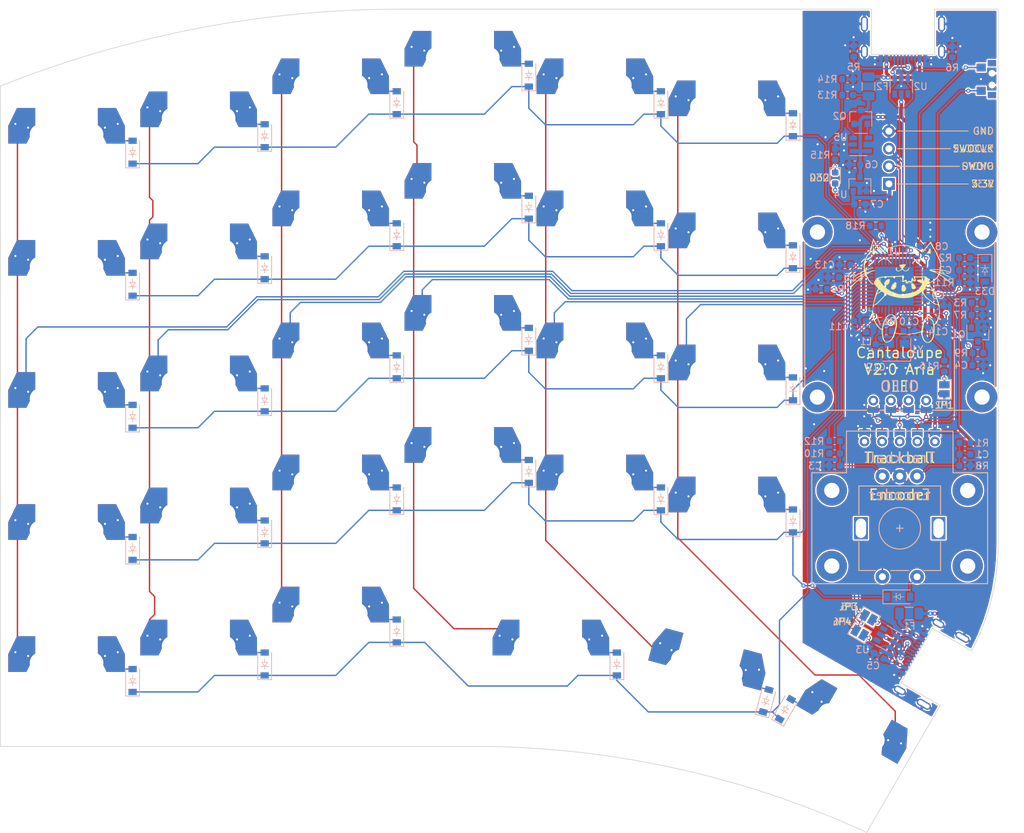
<source format=kicad_pcb>
(kicad_pcb (version 20171130) (host pcbnew "(5.1.6)-1")
  (layers (0 F.Cu signal) (31 B.Cu signal) (34 B.Paste user) (35 F.Paste user) (36 B.SilkS user) (37 F.SilkS user) (38 B.Mask user) (39 F.Mask user) (44 Edge.Cuts user))
  (net 0 "")
  (net 1 "Net-(D1-Pad2)")
  (net 2 "Net-(D2-Pad2)")
  (net 3 "Net-(D3-Pad2)")
  (net 4 "Net-(D4-Pad2)")
  (net 5 "Net-(D5-Pad2)")
  (net 6 "Net-(D6-Pad2)")
  (net 7 "Net-(D7-Pad2)")
  (net 8 "Net-(D8-Pad2)")
  (net 9 "Net-(D9-Pad2)")
  (net 10 "Net-(D10-Pad2)")
  (net 11 "Net-(D11-Pad2)")
  (net 12 "Net-(D12-Pad2)")
  (net 13 "Net-(D13-Pad2)")
  (net 14 "Net-(D14-Pad2)")
  (net 15 "Net-(D15-Pad2)")
  (net 16 "Net-(D16-Pad2)")
  (net 17 "Net-(D17-Pad2)")
  (net 18 "Net-(D18-Pad2)")
  (net 19 "Net-(D19-Pad2)")
  (net 20 "Net-(D20-Pad2)")
  (net 21 "Net-(D21-Pad2)")
  (net 22 "Net-(D22-Pad2)")
  (net 23 "Net-(D23-Pad2)")
  (net 24 "Net-(D24-Pad2)")
  (net 25 "Net-(D25-Pad2)")
  (net 26 "Net-(D26-Pad2)")
  (net 27 "Net-(D27-Pad2)")
  (net 28 "Net-(D28-Pad2)")
  (net 29 "Net-(D29-Pad2)")
  (net 30 "Net-(D30-Pad2)")
  (net 31 "Net-(U1-Pad3)")
  (net 32 "Net-(D31-Pad2)")
  (net 33 "Net-(C1-Pad2)")
  (net 34 GND)
  (net 35 BOOT0)
  (net 36 "Net-(C3-Pad2)")
  (net 37 NRST)
  (net 38 VBUS_In_Fused)
  (net 39 VBUS_In)
  (net 40 VDD)
  (net 41 HSE_IN)
  (net 42 "Net-(C12-Pad2)")
  (net 43 ROW3)
  (net 44 ROW4)
  (net 45 "Net-(D32-Pad1)")
  (net 46 VBUS)
  (net 47 "Net-(F2-Pad1)")
  (net 48 "Net-(J1-PadB5)")
  (net 49 "Net-(J1-PadA8)")
  (net 50 "Net-(J1-PadB8)")
  (net 51 "Net-(J1-PadA5)")
  (net 52 D+)
  (net 53 D-)
  (net 54 SCL)
  (net 55 SDA)
  (net 56 "Net-(J3-PadB5)")
  (net 57 "Net-(J3-PadA8)")
  (net 58 "Net-(J3-PadB8)")
  (net 59 "Net-(J3-PadA5)")
  (net 60 Link+)
  (net 61 Link-)
  (net 62 RX)
  (net 63 TX)
  (net 64 "Net-(Q2-Pad1)")
  (net 65 ROT_A)
  (net 66 ROT_B)
  (net 67 PLUGGED)
  (net 68 Side)
  (net 69 HSE_OUT)
  (net 70 COL0)
  (net 71 COL1)
  (net 72 COL2)
  (net 73 COL3)
  (net 74 COL4)
  (net 75 COL5)
  (net 76 COLROT)
  (net 77 "Net-(U1-Pad46)")
  (net 78 "Net-(U1-Pad45)")
  (net 79 "Net-(U1-Pad40)")
  (net 80 "Net-(U1-Pad11)")
  (net 81 "Net-(U1-Pad10)")
  (net 82 "Net-(U1-Pad4)")
  (net 83 "Net-(U2-Pad6)")
  (net 84 "Net-(U2-Pad4)")
  (net 85 "Net-(U3-Pad6)")
  (net 86 "Net-(U3-Pad4)")
  (net 87 "Net-(JP1-Pad2)")
  (net 88 ROW0)
  (net 89 ROW1)
  (net 90 ROW2)
  (net 91 "Net-(C15-Pad2)")
  (net 92 "Net-(L1-Pad1)")
  (net 93 "Net-(R4-Pad1)")
  (net 94 "Net-(D33-Pad2)")
  (net 95 "Net-(D33-Pad1)")
  (net 96 SWOIO)
  (net 97 SWOCLK)
  (net 98 "Net-(Q1-Pad3)")
  (net 99 "Net-(Q1-Pad1)")
  (net 100 "Net-(U1-Pad39)")
  (net 101 "Net-(U1-Pad38)")
  (module Ariamelon:pimoroni_trackball_flippable (layer F.Cu) (at 143.036358 88.527059 270)
    (fp_text reference J5 hide)
    (fp_text value Trackball)
    (pad "" thru_hole circle (at -12.5 -5.08 270) (size 1.4 1.4) (drill 0.762) (layers *.Cu *.Mask))
    (pad "" thru_hole circle (at -12.5 -2.54 270) (size 1.4 1.4) (drill 0.762) (layers *.Cu *.Mask))
    (pad "" thru_hole circle (at -12.5 0 270) (size 1.4 1.4) (drill 0.762) (layers *.Cu *.Mask))
    (pad "" thru_hole circle (at -12.5 2.54 270) (size 1.4 1.4) (drill 0.762) (layers *.Cu *.Mask))
    (pad "" thru_hole circle (at -12.5 5.08 270) (size 1.4 1.4) (drill 0.762) (layers *.Cu *.Mask))
    (pad "" thru_hole circle (at 5.45 -9.8 90) (size 4.4 4.4) (drill 2.2) (layers *.Cu *.Mask))
    (pad "" thru_hole circle (at -5.45 -9.8 90) (size 4.4 4.4) (drill 2.2) (layers *.Cu *.Mask))
    (pad 3 smd custom (at -13.8565 0.0015 270) (size 0.8 1.5) (layers F.Cu F.Mask) (net 54 SCL) (options (clearance outline) (anchor rect)) (primitives (gr_poly (pts (xy 0.56 0.67) (xy 0.34 0.67) (xy 0.34 0.3)) (width 0.1)) (gr_line (start 0.67 -0.697) (end -0.35 -0.697) (width 0.12)) (gr_poly (pts (xy 0.54 -0.67) (xy 0.32 -0.67) (xy 0.32 -0.3)) (width 0.1)) (gr_line (start -0.35 -0.697) (end -0.35 0.69) (width 0.12)) (gr_arc (start 1.26 0) (end 0.67 -0.697) (angle -98.7) (width 0.12)) (gr_line (start -0.35 0.69) (end 0.66 0.69) (width 0.12))))
    (pad 3 smd custom (at -13.858 -0.007 270) (size 0.8 1.5) (layers B.Cu B.Mask) (net 54 SCL) (options (clearance outline) (anchor rect)) (primitives (gr_poly (pts (xy 0.56 -0.67) (xy 0.34 -0.67) (xy 0.34 -0.3)) (width 0.1)) (gr_line (start 0.67 0.697) (end -0.35 0.697) (width 0.12)) (gr_poly (pts (xy 0.54 0.67) (xy 0.32 0.67) (xy 0.32 0.3)) (width 0.1)) (gr_line (start -0.35 0.697) (end -0.35 -0.69) (width 0.12)) (gr_arc (start 1.26 0) (end 0.67 0.697) (angle 98.7) (width 0.12)) (gr_line (start -0.35 -0.69) (end 0.66 -0.69) (width 0.12))))
    (pad 2 smd custom (at -13.8565 2.5415 270) (size 0.8 1.5) (layers F.Cu F.Mask) (net 55 SDA) (options (clearance outline) (anchor rect)) (primitives (gr_poly (pts (xy 0.56 0.67) (xy 0.34 0.67) (xy 0.34 0.3)) (width 0.1)) (gr_line (start 0.67 -0.697) (end -0.35 -0.697) (width 0.12)) (gr_poly (pts (xy 0.54 -0.67) (xy 0.32 -0.67) (xy 0.32 -0.3)) (width 0.1)) (gr_line (start -0.35 -0.697) (end -0.35 0.69) (width 0.12)) (gr_arc (start 1.26 0) (end 0.67 -0.697) (angle -98.7) (width 0.12)) (gr_line (start -0.35 0.69) (end 0.66 0.69) (width 0.12))))
    (pad "" smd custom (at -13.858 2.533 270) (size 0.8 1.5) (layers B.Cu B.Mask) (options (clearance outline) (anchor rect)) (primitives (gr_poly (pts (xy 0.56 -0.67) (xy 0.34 -0.67) (xy 0.34 -0.3)) (width 0.1)) (gr_line (start 0.67 0.697) (end -0.35 0.697) (width 0.12)) (gr_poly (pts (xy 0.54 0.67) (xy 0.32 0.67) (xy 0.32 0.3)) (width 0.1)) (gr_line (start -0.35 0.697) (end -0.35 -0.69) (width 0.12)) (gr_arc (start 1.26 0) (end 0.67 0.697) (angle 98.7) (width 0.12)) (gr_line (start -0.35 -0.69) (end 0.66 -0.69) (width 0.12))))
    (pad 1 smd custom (at -13.8565 5.0815 270) (size 0.8 1.5) (layers F.Cu F.Mask) (net 40 VDD) (options (clearance outline) (anchor rect)) (primitives (gr_poly (pts (xy 0.56 0.67) (xy 0.34 0.67) (xy 0.34 0.3)) (width 0.1)) (gr_line (start 0.67 -0.697) (end -0.35 -0.697) (width 0.12)) (gr_poly (pts (xy 0.54 -0.67) (xy 0.32 -0.67) (xy 0.32 -0.3)) (width 0.1)) (gr_line (start -0.35 -0.697) (end -0.35 0.69) (width 0.12)) (gr_arc (start 1.26 0) (end 0.67 -0.697) (angle -98.7) (width 0.12)) (gr_line (start -0.35 0.69) (end 0.66 0.69) (width 0.12))))
    (pad 5 smd custom (at -13.858 5.073 270) (size 0.8 1.5) (layers B.Cu B.Mask) (net 34 GND) (options (clearance outline) (anchor rect)) (primitives (gr_poly (pts (xy 0.56 -0.67) (xy 0.34 -0.67) (xy 0.34 -0.3)) (width 0.1)) (gr_line (start 0.67 0.697) (end -0.35 0.697) (width 0.12)) (gr_poly (pts (xy 0.54 0.67) (xy 0.32 0.67) (xy 0.32 0.3)) (width 0.1)) (gr_line (start -0.35 0.697) (end -0.35 -0.69) (width 0.12)) (gr_arc (start 1.26 0) (end 0.67 0.697) (angle 98.7) (width 0.12)) (gr_line (start -0.35 -0.69) (end 0.66 -0.69) (width 0.12))))
    (pad "" smd custom (at -13.8565 -2.5385 270) (size 0.8 1.5) (layers F.Cu F.Mask) (options (clearance outline) (anchor rect)) (primitives (gr_poly (pts (xy 0.56 0.67) (xy 0.34 0.67) (xy 0.34 0.3)) (width 0.1)) (gr_line (start 0.67 -0.697) (end -0.35 -0.697) (width 0.12)) (gr_poly (pts (xy 0.54 -0.67) (xy 0.32 -0.67) (xy 0.32 -0.3)) (width 0.1)) (gr_line (start -0.35 -0.697) (end -0.35 0.69) (width 0.12)) (gr_arc (start 1.26 0) (end 0.67 -0.697) (angle -98.7) (width 0.12)) (gr_line (start -0.35 0.69) (end 0.66 0.69) (width 0.12))))
    (pad 2 smd custom (at -13.858 -2.547 270) (size 0.8 1.5) (layers B.Cu B.Mask) (net 55 SDA) (options (clearance outline) (anchor rect)) (primitives (gr_poly (pts (xy 0.56 -0.67) (xy 0.34 -0.67) (xy 0.34 -0.3)) (width 0.1)) (gr_line (start 0.67 0.697) (end -0.35 0.697) (width 0.12)) (gr_poly (pts (xy 0.54 0.67) (xy 0.32 0.67) (xy 0.32 0.3)) (width 0.1)) (gr_line (start -0.35 0.697) (end -0.35 -0.69) (width 0.12)) (gr_arc (start 1.26 0) (end 0.67 0.697) (angle 98.7) (width 0.12)) (gr_line (start -0.35 -0.69) (end 0.66 -0.69) (width 0.12))))
    (pad 5 smd custom (at -13.8565 -5.0785 270) (size 0.8 1.5) (layers F.Cu F.Mask) (net 34 GND) (options (clearance outline) (anchor rect)) (primitives (gr_poly (pts (xy 0.56 0.67) (xy 0.34 0.67) (xy 0.34 0.3)) (width 0.1)) (gr_line (start 0.67 -0.697) (end -0.35 -0.697) (width 0.12)) (gr_poly (pts (xy 0.54 -0.67) (xy 0.32 -0.67) (xy 0.32 -0.3)) (width 0.1)) (gr_line (start -0.35 -0.697) (end -0.35 0.69) (width 0.12)) (gr_arc (start 1.26 0) (end 0.67 -0.697) (angle -98.7) (width 0.12)) (gr_line (start -0.35 0.69) (end 0.66 0.69) (width 0.12))))
    (pad 1 smd custom (at -13.858 -5.087 270) (size 0.8 1.5) (layers B.Cu B.Mask) (net 40 VDD) (options (clearance outline) (anchor rect)) (primitives (gr_poly (pts (xy 0.56 -0.67) (xy 0.34 -0.67) (xy 0.34 -0.3)) (width 0.1)) (gr_line (start 0.67 0.697) (end -0.35 0.697) (width 0.12)) (gr_poly (pts (xy 0.54 0.67) (xy 0.32 0.67) (xy 0.32 0.3)) (width 0.1)) (gr_line (start -0.35 0.697) (end -0.35 -0.69) (width 0.12)) (gr_arc (start 1.26 0) (end 0.67 0.697) (angle 98.7) (width 0.12)) (gr_line (start -0.35 -0.69) (end 0.66 -0.69) (width 0.12))))
    (pad "" thru_hole circle (at -5.45 9.8 270) (size 4.4 4.4) (drill 2.2) (layers *.Cu *.Mask))
    (pad "" thru_hole circle (at 5.45 9.8 270) (size 4.4 4.4) (drill 2.2) (layers *.Cu *.Mask))
  )
  (module Ariamelon:OLED_0.96_SSD1306_128x64_Flippable (layer F.Cu) (at 143.036356 70.112059 180)
    (fp_text reference J2 hide)
    (fp_text value OLED)
    (pad 1 smd custom (at 3.8085 -1.3565 90) (size 0.8 1.5) (layers F.Cu F.Mask) (net 34 GND) (options (clearance outline) (anchor rect)) (primitives (gr_poly (pts (xy 0.56 0.67) (xy 0.34 0.67) (xy 0.34 0.3)) (width 0.1)) (gr_line (start 0.67 -0.697) (end -0.35 -0.697) (width 0.12)) (gr_poly (pts (xy 0.54 -0.67) (xy 0.32 -0.67) (xy 0.32 -0.3)) (width 0.1)) (gr_line (start -0.35 -0.697) (end -0.35 0.69) (width 0.12)) (gr_arc (start 1.26 0) (end 0.67 -0.697) (angle -98.7) (width 0.12)) (gr_line (start -0.35 0.69) (end 0.66 0.69) (width 0.12))))
    (pad 4 smd custom (at 3.817 -1.358 90) (size 0.8 1.5) (layers B.Cu B.Mask) (net 55 SDA) (options (clearance outline) (anchor rect)) (primitives (gr_poly (pts (xy 0.56 -0.67) (xy 0.34 -0.67) (xy 0.34 -0.3)) (width 0.1)) (gr_line (start 0.67 0.697) (end -0.35 0.697) (width 0.12)) (gr_poly (pts (xy 0.54 0.67) (xy 0.32 0.67) (xy 0.32 0.3)) (width 0.1)) (gr_line (start -0.35 0.697) (end -0.35 -0.69) (width 0.12)) (gr_arc (start 1.26 0) (end 0.67 0.697) (angle 98.7) (width 0.12)) (gr_line (start -0.35 -0.69) (end 0.66 -0.69) (width 0.12))))
    (pad "" thru_hole circle (at 3.81 0 270) (size 1.4 1.4) (drill 0.762) (layers *.Cu *.Mask))
    (pad 2 smd custom (at 1.2685 -1.3565 90) (size 0.8 1.5) (layers F.Cu F.Mask) (net 40 VDD) (options (clearance outline) (anchor rect)) (primitives (gr_poly (pts (xy 0.56 0.67) (xy 0.34 0.67) (xy 0.34 0.3)) (width 0.1)) (gr_line (start 0.67 -0.697) (end -0.35 -0.697) (width 0.12)) (gr_poly (pts (xy 0.54 -0.67) (xy 0.32 -0.67) (xy 0.32 -0.3)) (width 0.1)) (gr_line (start -0.35 -0.697) (end -0.35 0.69) (width 0.12)) (gr_arc (start 1.26 0) (end 0.67 -0.697) (angle -98.7) (width 0.12)) (gr_line (start -0.35 0.69) (end 0.66 0.69) (width 0.12))))
    (pad 3 smd custom (at 1.277 -1.358 90) (size 0.8 1.5) (layers B.Cu B.Mask) (net 54 SCL) (options (clearance outline) (anchor rect)) (primitives (gr_poly (pts (xy 0.56 -0.67) (xy 0.34 -0.67) (xy 0.34 -0.3)) (width 0.1)) (gr_line (start 0.67 0.697) (end -0.35 0.697) (width 0.12)) (gr_poly (pts (xy 0.54 0.67) (xy 0.32 0.67) (xy 0.32 0.3)) (width 0.1)) (gr_line (start -0.35 0.697) (end -0.35 -0.69) (width 0.12)) (gr_arc (start 1.26 0) (end 0.67 0.697) (angle 98.7) (width 0.12)) (gr_line (start -0.35 -0.69) (end 0.66 -0.69) (width 0.12))))
    (pad "" thru_hole circle (at 1.27 0 270) (size 1.4 1.4) (drill 0.762) (layers *.Cu *.Mask))
    (pad 3 smd custom (at -1.2715 -1.3565 90) (size 0.8 1.5) (layers F.Cu F.Mask) (net 54 SCL) (options (clearance outline) (anchor rect)) (primitives (gr_poly (pts (xy 0.56 0.67) (xy 0.34 0.67) (xy 0.34 0.3)) (width 0.1)) (gr_line (start 0.67 -0.697) (end -0.35 -0.697) (width 0.12)) (gr_poly (pts (xy 0.54 -0.67) (xy 0.32 -0.67) (xy 0.32 -0.3)) (width 0.1)) (gr_line (start -0.35 -0.697) (end -0.35 0.69) (width 0.12)) (gr_arc (start 1.26 0) (end 0.67 -0.697) (angle -98.7) (width 0.12)) (gr_line (start -0.35 0.69) (end 0.66 0.69) (width 0.12))))
    (pad 2 smd custom (at -1.263 -1.358 90) (size 0.8 1.5) (layers B.Cu B.Mask) (net 40 VDD) (options (clearance outline) (anchor rect)) (primitives (gr_poly (pts (xy 0.56 -0.67) (xy 0.34 -0.67) (xy 0.34 -0.3)) (width 0.1)) (gr_line (start 0.67 0.697) (end -0.35 0.697) (width 0.12)) (gr_poly (pts (xy 0.54 0.67) (xy 0.32 0.67) (xy 0.32 0.3)) (width 0.1)) (gr_line (start -0.35 0.697) (end -0.35 -0.69) (width 0.12)) (gr_arc (start 1.26 0) (end 0.67 0.697) (angle 98.7) (width 0.12)) (gr_line (start -0.35 -0.69) (end 0.66 -0.69) (width 0.12))))
    (pad "" thru_hole circle (at -1.27 0 270) (size 1.4 1.4) (drill 0.762) (layers *.Cu *.Mask))
    (pad 1 smd custom (at -3.803 -1.358 90) (size 0.8 1.5) (layers B.Cu B.Mask) (net 34 GND) (options (clearance outline) (anchor rect)) (primitives (gr_poly (pts (xy 0.56 -0.67) (xy 0.34 -0.67) (xy 0.34 -0.3)) (width 0.1)) (gr_line (start 0.67 0.697) (end -0.35 0.697) (width 0.12)) (gr_poly (pts (xy 0.54 0.67) (xy 0.32 0.67) (xy 0.32 0.3)) (width 0.1)) (gr_line (start -0.35 0.697) (end -0.35 -0.69) (width 0.12)) (gr_arc (start 1.26 0) (end 0.67 0.697) (angle 98.7) (width 0.12)) (gr_line (start -0.35 -0.69) (end 0.66 -0.69) (width 0.12))))
    (pad "" thru_hole circle (at -3.81 0 270) (size 1.4 1.4) (drill 0.762) (layers *.Cu *.Mask))
    (pad 4 smd custom (at -3.8115 -1.3565 90) (size 0.8 1.5) (layers F.Cu F.Mask) (net 55 SDA) (options (clearance outline) (anchor rect)) (primitives (gr_poly (pts (xy 0.56 0.67) (xy 0.34 0.67) (xy 0.34 0.3)) (width 0.1)) (gr_line (start 0.67 -0.697) (end -0.35 -0.697) (width 0.12)) (gr_poly (pts (xy 0.54 -0.67) (xy 0.32 -0.67) (xy 0.32 -0.3)) (width 0.1)) (gr_line (start -0.35 -0.697) (end -0.35 0.69) (width 0.12)) (gr_arc (start 1.26 0) (end 0.67 -0.697) (angle -98.7) (width 0.12)) (gr_line (start -0.35 0.69) (end 0.66 0.69) (width 0.12))))
    (pad "" thru_hole circle (at -11.87 0.5 180) (size 4.4 4.4) (drill 2.2) (layers *.Cu *.Mask))
    (pad "" thru_hole circle (at 11.87 0.5 180) (size 4.4 4.4) (drill 2.2) (layers *.Cu *.Mask))
    (pad "" thru_hole circle (at -11.87 24.3 180) (size 4.4 4.4) (drill 2.2) (layers *.Cu *.Mask))
    (pad "" thru_hole circle (at 11.87 24.3 180) (size 4.4 4.4) (drill 2.2) (layers *.Cu *.Mask))
  )
  (module Jumper:SolderJumper-2_P1.3mm_Open_Pad1.0x1.5mm (layer B.Cu) (at 149.479006 68.48475 90)
    (fp_text reference JP2 (at -2.285994 -0.000004) (layer B.SilkS) (effects (justify mirror)))
    (fp_text value Side_R)
    (pad 2 smd rect (at 0.65 0 90) (size 1 1.5) (layers B.Cu B.Mask) (net 87 "Net-(JP1-Pad2)"))
    (pad 1 smd rect (at -0.65 0 90) (size 1 1.5) (layers B.Cu B.Mask) (net 34 GND))
  )
  (module Ariamelon:Debug_JTAG_SWD (layer B.Cu) (at 141.477995 35.051997)
    (fp_text reference J4 hide)
    (fp_text value Debug)
    (fp_text user GND (at 15.24 -3.81) (layer B.SilkS) (effects (justify left mirror)))
    (fp_text user SWOIO (at 15.24 1.27) (layer B.SilkS) (effects (justify left mirror)))
    (fp_text user SWOCLK (at 15.24 -1.27) (layer B.SilkS) (effects (justify left mirror)))
    (fp_text user 3.3V (at 15.24 3.81) (layer B.SilkS) (effects (justify left mirror)))
    (fp_text user 3.3V (at 15.24 3.81) (layer F.SilkS) (effects (justify right)))
    (fp_text user SWOIO (at 15.24 1.27) (layer F.SilkS) (effects (justify right)))
    (fp_text user SWOCLK (at 15.24 -1.27) (layer F.SilkS) (effects (justify right)))
    (fp_text user GND (at 15.24 -3.81) (layer F.SilkS) (effects (justify right)))
    (pad 1 thru_hole rect (at 0 3.81) (size 1.7 1.7) (drill 1) (layers *.Cu *.Mask) (net 40 VDD))
    (pad 2 thru_hole oval (at 0 1.27) (size 1.7 1.7) (drill 1) (layers *.Cu *.Mask) (net 96 SWOIO))
    (pad 3 thru_hole oval (at 0 -1.27) (size 1.7 1.7) (drill 1) (layers *.Cu *.Mask) (net 97 SWOCLK))
    (pad 4 thru_hole oval (at 0 -3.81) (size 1.7 1.7) (drill 1) (layers *.Cu *.Mask) (net 34 GND))
  )
  (module Ariamelon:D_SOD-123 (layer B.Cu) (at 155.320995 51.307997 270)
    (fp_text reference D33 (at 3.048 0 180) (layer B.SilkS) (effects (justify mirror)))
    (fp_text value D)
    (pad 1 smd rect (at -1.65 0 270) (size 0.9 1.2) (layers B.Cu B.Paste B.Mask) (net 95 "Net-(D33-Pad1)"))
    (pad 2 smd rect (at 1.65 0 270) (size 0.9 1.2) (layers B.Cu B.Paste B.Mask) (net 94 "Net-(D33-Pad2)"))
  )
  (module Ariamelon:Catmelon (layer F.Cu) (at 144.271995 52.101763)
    (fp_text reference A1 hide)
    (fp_text value Art hide)
  )
  (module Resistor_SMD:R_0603_1608Metric (layer B.Cu) (at 152.399995 53.085997)
    (fp_text reference R11 (at -2.921 0) (layer B.SilkS) (effects (justify mirror)))
    (fp_text value 1M)
    (pad 2 smd roundrect (at 0.7875 0) (size 0.875 0.95) (layers B.Cu B.Paste B.Mask) (net 34 GND))
    (pad 1 smd roundrect (at -0.7875 0) (size 0.875 0.95) (layers B.Cu B.Paste B.Mask) (net 35 BOOT0))
  )
  (module Resistor_SMD:R_0603_1608Metric (layer B.Cu) (at 154.304995 63.245997 180)
    (fp_text reference R9 (at 2.413 0) (layer B.SilkS) (effects (justify mirror)))
    (fp_text value 100)
    (pad 2 smd roundrect (at 0.7875 0 180) (size 0.875 0.95) (layers B.Cu B.Paste B.Mask) (net 37 NRST))
    (pad 1 smd roundrect (at -0.7875 0 180) (size 0.875 0.95) (layers B.Cu B.Paste B.Mask) (net 98 "Net-(Q1-Pad3)"))
  )
  (module Resistor_SMD:R_0603_1608Metric (layer B.Cu) (at 154.177995 57.784997 180)
    (fp_text reference R7 (at 2.413 0) (layer B.SilkS) (effects (justify mirror)))
    (fp_text value 10k)
    (pad 2 smd roundrect (at 0.7875 0 180) (size 0.875 0.95) (layers B.Cu B.Paste B.Mask) (net 99 "Net-(Q1-Pad1)"))
    (pad 1 smd roundrect (at -0.7875 0 180) (size 0.875 0.95) (layers B.Cu B.Paste B.Mask) (net 34 GND))
  )
  (module Resistor_SMD:R_0603_1608Metric (layer B.Cu) (at 154.177995 56.006997 180)
    (fp_text reference R3 (at 2.413 0) (layer B.SilkS) (effects (justify mirror)))
    (fp_text value 1k)
    (pad 2 smd roundrect (at 0.7875 0 180) (size 0.875 0.95) (layers B.Cu B.Paste B.Mask) (net 99 "Net-(Q1-Pad1)"))
    (pad 1 smd roundrect (at -0.7875 0 180) (size 0.875 0.95) (layers B.Cu B.Paste B.Mask) (net 94 "Net-(D33-Pad2)"))
  )
  (module Resistor_SMD:R_0603_1608Metric (layer B.Cu) (at 152.399995 49.529997)
    (fp_text reference R2 (at -2.794 0) (layer B.SilkS) (effects (justify mirror)))
    (fp_text value 330k)
    (pad 2 smd roundrect (at 0.7875 0) (size 0.875 0.95) (layers B.Cu B.Paste B.Mask) (net 95 "Net-(D33-Pad1)"))
    (pad 1 smd roundrect (at -0.7875 0) (size 0.875 0.95) (layers B.Cu B.Paste B.Mask) (net 35 BOOT0))
  )
  (module Package_TO_SOT_SMD:SOT-23 (layer B.Cu) (at 154.304995 60.578997 270)
    (fp_text reference Q1 (at 0 2.794 180) (layer B.SilkS) (effects (justify mirror)))
    (fp_text value 2N7002)
    (pad 3 smd rect (at 1 0 270) (size 0.9 0.8) (layers B.Cu B.Paste B.Mask) (net 98 "Net-(Q1-Pad3)"))
    (pad 2 smd rect (at -1 -0.95 270) (size 0.9 0.8) (layers B.Cu B.Paste B.Mask) (net 34 GND))
    (pad 1 smd rect (at -1 0.95 270) (size 0.9 0.8) (layers B.Cu B.Paste B.Mask) (net 99 "Net-(Q1-Pad1)"))
  )
  (module Capacitor_SMD:C_0603_1608Metric (layer B.Cu) (at 154.304995 65.023997 180)
    (fp_text reference C4 (at 2.413 0) (layer B.SilkS) (effects (justify mirror)))
    (fp_text value 1u)
    (pad 2 smd roundrect (at 0.7875 0 180) (size 0.875 0.95) (layers B.Cu B.Paste B.Mask) (net 37 NRST))
    (pad 1 smd roundrect (at -0.7875 0 180) (size 0.875 0.95) (layers B.Cu B.Paste B.Mask) (net 34 GND))
  )
  (module Capacitor_SMD:C_0603_1608Metric (layer B.Cu) (at 152.399995 51.307997)
    (fp_text reference C2 (at -2.794 0) (layer B.SilkS) (effects (justify mirror)))
    (fp_text value 10u)
    (pad 2 smd roundrect (at 0.7875 0) (size 0.875 0.95) (layers B.Cu B.Paste B.Mask) (net 34 GND))
    (pad 1 smd roundrect (at -0.7875 0) (size 0.875 0.95) (layers B.Cu B.Paste B.Mask) (net 35 BOOT0))
  )
  (module Resistor_SMD:R_0603_1608Metric (layer B.Cu) (at 135.508997 23.757057)
    (fp_text reference R14 (at -2.920993 -0.000004) (layer B.SilkS) (effects (justify mirror)))
    (fp_text value 200k)
    (pad 2 smd roundrect (at 0.7875 0) (size 0.875 0.95) (layers B.Cu B.Paste B.Mask) (net 34 GND))
    (pad 1 smd roundrect (at -0.7875 0) (size 0.875 0.95) (layers B.Cu B.Paste B.Mask) (net 67 PLUGGED))
  )
  (module Resistor_SMD:R_0603_1608Metric (layer B.Cu) (at 135.509002 26.043055 180)
    (fp_text reference R13 (at 2.921 0.000005) (layer B.SilkS) (effects (justify mirror)))
    (fp_text value 100k)
    (pad 2 smd roundrect (at 0.7875 0 180) (size 0.875 0.95) (layers B.Cu B.Paste B.Mask) (net 67 PLUGGED))
    (pad 1 smd roundrect (at -0.7875 0 180) (size 0.875 0.95) (layers B.Cu B.Paste B.Mask) (net 47 "Net-(F2-Pad1)"))
  )
  (module Resistor_SMD:R_0603_1608Metric (layer B.Cu) (at 139.573347 44.900317)
    (fp_text reference R18 (at -2.921 0) (layer B.SilkS) (effects (justify mirror)))
    (fp_text value 100k)
    (pad 2 smd roundrect (at 0.825 0) (size 0.8 0.95) (layers B.Cu B.Paste B.Mask) (net 62 RX))
    (pad 1 smd roundrect (at -0.825 0) (size 0.8 0.95) (layers B.Cu B.Paste B.Mask) (net 40 VDD))
  )
  (module Resistor_SMD:R_0603_1608Metric (layer B.Cu) (at 131.698995 54.044317 180)
    (fp_text reference R4 (at -2.412648 0) (layer B.SilkS) (effects (justify mirror)))
    (fp_text value 100k)
    (pad 2 smd roundrect (at 0.825 0 180) (size 0.8 0.95) (layers B.Cu B.Paste B.Mask) (net 34 GND))
    (pad 1 smd roundrect (at -0.825 0 180) (size 0.8 0.95) (layers B.Cu B.Paste B.Mask) (net 93 "Net-(R4-Pad1)"))
  )
  (module Ariamelon:MXOnly-1U-Hotswap-Dual (layer F.Cu) (at 60.959995 27.14626)
    (fp_text reference SW3)
    (fp_text value MX)
    (pad 1 thru_hole circle (at -5.542 -3.54) (size 0.5 0.5) (drill 0.3) (layers *.Cu *.Mask) (net 72 COL2))
    (pad 2 smd custom (at 7.085 -2.54) (size 2.55 2.5) (layers B.Cu) (net 3 "Net-(D3-Pad2)") (options (clearance outline) (anchor rect)) (primitives (gr_poly (pts (xy -2.515 -1.29) (xy -1.275 1.25) (xy 1.275 1.25) (xy 1.275 -1.25) (xy 0.035 -3.79) (xy -2.515 -3.79)) (width 0.1))))
    (pad 1 smd custom (at -5.842 -5.08) (size 2.55 2.5) (layers B.Cu) (net 72 COL2) (options (clearance outline) (anchor rect)) (primitives (gr_poly (pts (xy 1.272 1.25) (xy 0.032 3.79) (xy -2.518 3.79) (xy -2.518 1.29) (xy -1.278 -1.25) (xy 1.272 -1.25)) (width 0.1))))
    (pad 2 smd custom (at 5.842 -5.08) (size 2.55 2.5) (layers F.Cu) (net 3 "Net-(D3-Pad2)") (options (clearance outline) (anchor rect)) (primitives (gr_poly (pts (xy -1.272 1.25) (xy -0.032 3.79) (xy 2.518 3.79) (xy 2.518 1.29) (xy 1.278 -1.25) (xy -1.272 -1.25)) (width 0.1))))
    (pad 1 smd custom (at -7.085 -2.54) (size 2.55 2.5) (layers F.Cu) (net 72 COL2) (options (clearance outline) (anchor rect)) (primitives (gr_poly (pts (xy 2.515 -1.29) (xy 1.275 1.25) (xy -1.275 1.25) (xy -1.275 -1.25) (xy -0.035 -3.79) (xy 2.515 -3.79)) (width 0.1))))
    (pad "" np_thru_hole circle (at 0 0 180) (size 3.9878 3.9878) (drill 3.9878) (layers *.Cu *.Mask))
    (pad "" np_thru_hole circle (at -5.08 0 131.9004) (size 1.75 1.75) (drill 1.75) (layers *.Cu *.Mask))
    (pad 2 smd rect (at 7.085 -2.54 180) (size 2.55 2.5) (layers F.Cu F.Paste F.Mask) (net 3 "Net-(D3-Pad2)"))
    (pad "" np_thru_hole circle (at 3.81 -2.54 180) (size 3 3) (drill 3) (layers *.Cu *.Mask))
    (pad 1 smd rect (at -5.842 -5.08 180) (size 2.55 2.5) (layers F.Cu F.Paste F.Mask) (net 72 COL2))
    (pad "" np_thru_hole circle (at -2.54 -5.08 180) (size 3 3) (drill 3) (layers *.Cu *.Mask))
    (pad "" np_thru_hole circle (at 5.08 0 131.9004) (size 1.75 1.75) (drill 1.75) (layers *.Cu *.Mask))
    (pad 2 smd rect (at 5.842 -5.08) (size 2.55 2.5) (layers B.Cu B.Paste B.Mask) (net 3 "Net-(D3-Pad2)"))
    (pad 1 smd rect (at -7.085 -2.54) (size 2.55 2.5) (layers B.Cu B.Paste B.Mask) (net 72 COL2))
    (pad "" np_thru_hole circle (at 5.08 0 48.0996) (size 1.75 1.75) (drill 1.75) (layers *.Cu *.Mask))
    (pad "" np_thru_hole circle (at -5.08 0 48.0996) (size 1.75 1.75) (drill 1.75) (layers *.Cu *.Mask))
    (pad "" np_thru_hole circle (at -3.81 -2.54) (size 3 3) (drill 3) (layers *.Cu *.Mask))
    (pad "" np_thru_hole circle (at 0 0) (size 3.9878 3.9878) (drill 3.9878) (layers *.Cu *.Mask))
    (pad "" np_thru_hole circle (at 2.54 -5.08) (size 3 3) (drill 3) (layers *.Cu *.Mask))
    (pad 1 thru_hole circle (at -7.385 -4.08) (size 0.5 0.5) (drill 0.3) (layers *.Cu *.Mask) (net 72 COL2))
    (pad 2 thru_hole circle (at 7.385 -4.08 180) (size 0.5 0.5) (drill 0.3) (layers *.Cu *.Mask) (net 3 "Net-(D3-Pad2)"))
    (pad 2 thru_hole circle (at 5.542 -3.54 180) (size 0.5 0.5) (drill 0.3) (layers *.Cu *.Mask) (net 3 "Net-(D3-Pad2)"))
  )
  (module Resistor_SMD:R_0603_1608Metric (layer B.Cu) (at 141.096998 60.102744 180)
    (fp_text reference R17 (at 0 1.43) (layer B.SilkS) (effects (justify mirror)))
    (fp_text value 220)
    (pad 2 smd roundrect (at 0.7875 0 180) (size 0.875 0.95) (layers B.Cu B.Paste B.Mask) (net 42 "Net-(C12-Pad2)"))
    (pad 1 smd roundrect (at -0.7875 0 180) (size 0.875 0.95) (layers B.Cu B.Paste B.Mask) (net 69 HSE_OUT))
  )
  (module Crystal:Crystal_SMD_3225-4Pin_3.2x2.5mm (layer B.Cu) (at 142.621004 62.769744 180)
    (fp_text reference Y1 (at -2.920996 0.031741) (layer B.SilkS) (effects (justify mirror)))
    (fp_text value 8MHz)
    (pad 4 smd rect (at -1.1 0.85 180) (size 1.4 1.2) (layers B.Cu B.Paste B.Mask) (net 34 GND))
    (pad 3 smd rect (at 1.1 0.85 180) (size 1.4 1.2) (layers B.Cu B.Paste B.Mask) (net 42 "Net-(C12-Pad2)"))
    (pad 2 smd rect (at 1.1 -0.85 180) (size 1.4 1.2) (layers B.Cu B.Paste B.Mask) (net 34 GND))
    (pad 1 smd rect (at -1.1 -0.85 180) (size 1.4 1.2) (layers B.Cu B.Paste B.Mask) (net 41 HSE_IN))
  )
  (module Inductor_SMD:L_0603_1608Metric (layer B.Cu) (at 138.175995 59.435997 270)
    (fp_text reference L1 (at 2.159 0) (layer B.SilkS) (effects (justify mirror)))
    (fp_text value 10u)
    (pad 1 smd roundrect (at -0.7875 0 270) (size 0.875 0.95) (layers B.Cu B.Paste B.Mask) (net 92 "Net-(L1-Pad1)"))
    (pad 2 smd roundrect (at 0.7875 0 270) (size 0.875 0.95) (layers B.Cu B.Paste B.Mask) (net 40 VDD))
  )
  (module Capacitor_SMD:C_0603_1608Metric (layer B.Cu) (at 146.684995 47.878997 180)
    (fp_text reference C8 (at -2.413 0) (layer B.SilkS) (effects (justify mirror)))
    (fp_text value 100n)
    (pad 1 smd roundrect (at -0.7875 0 180) (size 0.875 0.95) (layers B.Cu B.Paste B.Mask) (net 34 GND))
    (pad 2 smd roundrect (at 0.7875 0 180) (size 0.875 0.95) (layers B.Cu B.Paste B.Mask) (net 40 VDD))
  )
  (module Package_DFN_QFN:QFN-48-1EP_7x7mm_P0.5mm_EP5.6x5.6mm (layer B.Cu) (at 142.240001 53.594001 90)
    (fp_text reference U1 (at 4.953004 -0.000006 180) (layer B.SilkS) (effects (justify mirror)))
    (fp_text value STM32F4x1CxUx)
    (pad 1 smd roundrect (at -3.4375 2.75 90) (size 0.875 0.25) (layers B.Cu B.Paste B.Mask) (net 40 VDD))
    (pad 2 smd roundrect (at -3.4375 2.25 90) (size 0.875 0.25) (layers B.Cu B.Paste B.Mask) (net 68 Side))
    (pad 3 smd roundrect (at -3.4375 1.75 90) (size 0.875 0.25) (layers B.Cu B.Paste B.Mask) (net 31 "Net-(U1-Pad3)"))
    (pad 4 smd roundrect (at -3.4375 1.25 90) (size 0.875 0.25) (layers B.Cu B.Paste B.Mask) (net 82 "Net-(U1-Pad4)"))
    (pad 5 smd roundrect (at -3.4375 0.75 90) (size 0.875 0.25) (layers B.Cu B.Paste B.Mask) (net 41 HSE_IN))
    (pad 6 smd roundrect (at -3.4375 0.25 90) (size 0.875 0.25) (layers B.Cu B.Paste B.Mask) (net 69 HSE_OUT))
    (pad 7 smd roundrect (at -3.4375 -0.25 90) (size 0.875 0.25) (layers B.Cu B.Paste B.Mask) (net 37 NRST))
    (pad 8 smd roundrect (at -3.4375 -0.75 90) (size 0.875 0.25) (layers B.Cu B.Paste B.Mask) (net 34 GND))
    (pad 9 smd roundrect (at -3.4375 -1.25 90) (size 0.875 0.25) (layers B.Cu B.Paste B.Mask) (net 92 "Net-(L1-Pad1)"))
    (pad 10 smd roundrect (at -3.4375 -1.75 90) (size 0.875 0.25) (layers B.Cu B.Paste B.Mask) (net 81 "Net-(U1-Pad10)"))
    (pad 11 smd roundrect (at -3.4375 -2.25 90) (size 0.875 0.25) (layers B.Cu B.Paste B.Mask) (net 80 "Net-(U1-Pad11)"))
    (pad 12 smd roundrect (at -3.4375 -2.75 90) (size 0.875 0.25) (layers B.Cu B.Paste B.Mask) (net 76 COLROT))
    (pad 13 smd roundrect (at -2.75 -3.4375 90) (size 0.25 0.875) (layers B.Cu B.Paste B.Mask) (net 66 ROT_B))
    (pad 14 smd roundrect (at -2.25 -3.4375 90) (size 0.25 0.875) (layers B.Cu B.Paste B.Mask) (net 44 ROW4))
    (pad 15 smd roundrect (at -1.75 -3.4375 90) (size 0.25 0.875) (layers B.Cu B.Paste B.Mask) (net 43 ROW3))
    (pad 16 smd roundrect (at -1.25 -3.4375 90) (size 0.25 0.875) (layers B.Cu B.Paste B.Mask) (net 90 ROW2))
    (pad 17 smd roundrect (at -0.75 -3.4375 90) (size 0.25 0.875) (layers B.Cu B.Paste B.Mask) (net 75 COL5))
    (pad 18 smd roundrect (at -0.25 -3.4375 90) (size 0.25 0.875) (layers B.Cu B.Paste B.Mask) (net 74 COL4))
    (pad 19 smd roundrect (at 0.25 -3.4375 90) (size 0.25 0.875) (layers B.Cu B.Paste B.Mask) (net 73 COL3))
    (pad 20 smd roundrect (at 0.75 -3.4375 90) (size 0.25 0.875) (layers B.Cu B.Paste B.Mask) (net 93 "Net-(R4-Pad1)"))
    (pad 21 smd roundrect (at 1.25 -3.4375 90) (size 0.25 0.875) (layers B.Cu B.Paste B.Mask) (net 72 COL2))
    (pad 22 smd roundrect (at 1.75 -3.4375 90) (size 0.25 0.875) (layers B.Cu B.Paste B.Mask) (net 91 "Net-(C15-Pad2)"))
    (pad 23 smd roundrect (at 2.25 -3.4375 90) (size 0.25 0.875) (layers B.Cu B.Paste B.Mask) (net 34 GND))
    (pad 24 smd roundrect (at 2.75 -3.4375 90) (size 0.25 0.875) (layers B.Cu B.Paste B.Mask) (net 40 VDD))
    (pad 25 smd roundrect (at 3.4375 -2.75 90) (size 0.875 0.25) (layers B.Cu B.Paste B.Mask) (net 71 COL1))
    (pad 26 smd roundrect (at 3.4375 -2.25 90) (size 0.875 0.25) (layers B.Cu B.Paste B.Mask) (net 70 COL0))
    (pad 27 smd roundrect (at 3.4375 -1.75 90) (size 0.875 0.25) (layers B.Cu B.Paste B.Mask) (net 89 ROW1))
    (pad 28 smd roundrect (at 3.4375 -1.25 90) (size 0.875 0.25) (layers B.Cu B.Paste B.Mask) (net 88 ROW0))
    (pad 29 smd roundrect (at 3.4375 -0.75 90) (size 0.875 0.25) (layers B.Cu B.Paste B.Mask) (net 67 PLUGGED))
    (pad 30 smd roundrect (at 3.4375 -0.25 90) (size 0.875 0.25) (layers B.Cu B.Paste B.Mask) (net 63 TX))
    (pad 31 smd roundrect (at 3.4375 0.25 90) (size 0.875 0.25) (layers B.Cu B.Paste B.Mask) (net 62 RX))
    (pad 32 smd roundrect (at 3.4375 0.75 90) (size 0.875 0.25) (layers B.Cu B.Paste B.Mask) (net 53 D-))
    (pad 33 smd roundrect (at 3.4375 1.25 90) (size 0.875 0.25) (layers B.Cu B.Paste B.Mask) (net 52 D+))
    (pad 34 smd roundrect (at 3.4375 1.75 90) (size 0.875 0.25) (layers B.Cu B.Paste B.Mask) (net 96 SWOIO))
    (pad 35 smd roundrect (at 3.4375 2.25 90) (size 0.875 0.25) (layers B.Cu B.Paste B.Mask) (net 34 GND))
    (pad 36 smd roundrect (at 3.4375 2.75 90) (size 0.875 0.25) (layers B.Cu B.Paste B.Mask) (net 40 VDD))
    (pad 37 smd roundrect (at 2.75 3.4375 90) (size 0.25 0.875) (layers B.Cu B.Paste B.Mask) (net 97 SWOCLK))
    (pad 38 smd roundrect (at 2.25 3.4375 90) (size 0.25 0.875) (layers B.Cu B.Paste B.Mask) (net 101 "Net-(U1-Pad38)"))
    (pad 39 smd roundrect (at 1.75 3.4375 90) (size 0.25 0.875) (layers B.Cu B.Paste B.Mask) (net 100 "Net-(U1-Pad39)"))
    (pad 40 smd roundrect (at 1.25 3.4375 90) (size 0.25 0.875) (layers B.Cu B.Paste B.Mask) (net 79 "Net-(U1-Pad40)"))
    (pad 41 smd roundrect (at 0.75 3.4375 90) (size 0.25 0.875) (layers B.Cu B.Paste B.Mask) (net 65 ROT_A))
    (pad 42 smd roundrect (at 0.25 3.4375 90) (size 0.25 0.875) (layers B.Cu B.Paste B.Mask) (net 54 SCL))
    (pad 43 smd roundrect (at -0.25 3.4375 90) (size 0.25 0.875) (layers B.Cu B.Paste B.Mask) (net 55 SDA))
    (pad 44 smd roundrect (at -0.75 3.4375 90) (size 0.25 0.875) (layers B.Cu B.Paste B.Mask) (net 35 BOOT0))
    (pad 45 smd roundrect (at -1.25 3.4375 90) (size 0.25 0.875) (layers B.Cu B.Paste B.Mask) (net 78 "Net-(U1-Pad45)"))
    (pad 46 smd roundrect (at -1.75 3.4375 90) (size 0.25 0.875) (layers B.Cu B.Paste B.Mask) (net 77 "Net-(U1-Pad46)"))
    (pad 47 smd roundrect (at -2.25 3.4375 90) (size 0.25 0.875) (layers B.Cu B.Paste B.Mask) (net 34 GND))
    (pad 48 smd roundrect (at -2.75 3.4375 90) (size 0.25 0.875) (layers B.Cu B.Paste B.Mask) (net 40 VDD))
    (pad 49 smd rect (at 0 0 90) (size 5.6 5.6) (layers B.Cu B.Mask) (net 34 GND))
  )
  (module Capacitor_SMD:C_0603_1608Metric (layer B.Cu) (at 133.476995 52.323997)
    (fp_text reference C15 (at 2.921 0) (layer B.SilkS) (effects (justify mirror)))
    (fp_text value 4.7u)
    (pad 1 smd roundrect (at -0.7875 0) (size 0.875 0.95) (layers B.Cu B.Paste B.Mask) (net 34 GND))
    (pad 2 smd roundrect (at 0.7875 0) (size 0.875 0.95) (layers B.Cu B.Paste B.Mask) (net 91 "Net-(C15-Pad2)"))
  )
  (module Package_TO_SOT_SMD:SOT-23 (layer B.Cu) (at 137.414001 29.210001 90)
    (fp_text reference Q2 (at 0.127008 -3.048003) (layer B.SilkS) (effects (justify mirror)))
    (fp_text value AO3401A)
    (pad 3 smd rect (at 1 0 90) (size 0.9 0.8) (layers B.Cu B.Paste B.Mask) (net 47 "Net-(F2-Pad1)"))
    (pad 2 smd rect (at -1 -0.95 90) (size 0.9 0.8) (layers B.Cu B.Paste B.Mask) (net 39 VBUS_In))
    (pad 1 smd rect (at -1 0.95 90) (size 0.9 0.8) (layers B.Cu B.Paste B.Mask) (net 64 "Net-(Q2-Pad1)"))
  )
  (module Ariamelon:MXOnly-1U-Hotswap-Dual (layer F.Cu) (at 41.909993 31.908758)
    (fp_text reference SW2)
    (fp_text value MX)
    (pad 1 thru_hole circle (at -5.542 -3.54) (size 0.5 0.5) (drill 0.3) (layers *.Cu *.Mask) (net 71 COL1))
    (pad 2 smd custom (at 7.085 -2.54) (size 2.55 2.5) (layers B.Cu) (net 2 "Net-(D2-Pad2)") (options (clearance outline) (anchor rect)) (primitives (gr_poly (pts (xy -2.515 -1.29) (xy -1.275 1.25) (xy 1.275 1.25) (xy 1.275 -1.25) (xy 0.035 -3.79) (xy -2.515 -3.79)) (width 0.1))))
    (pad 1 smd custom (at -5.842 -5.08) (size 2.55 2.5) (layers B.Cu) (net 71 COL1) (options (clearance outline) (anchor rect)) (primitives (gr_poly (pts (xy 1.272 1.25) (xy 0.032 3.79) (xy -2.518 3.79) (xy -2.518 1.29) (xy -1.278 -1.25) (xy 1.272 -1.25)) (width 0.1))))
    (pad 2 smd custom (at 5.842 -5.08) (size 2.55 2.5) (layers F.Cu) (net 2 "Net-(D2-Pad2)") (options (clearance outline) (anchor rect)) (primitives (gr_poly (pts (xy -1.272 1.25) (xy -0.032 3.79) (xy 2.518 3.79) (xy 2.518 1.29) (xy 1.278 -1.25) (xy -1.272 -1.25)) (width 0.1))))
    (pad 1 smd custom (at -7.085 -2.54) (size 2.55 2.5) (layers F.Cu) (net 71 COL1) (options (clearance outline) (anchor rect)) (primitives (gr_poly (pts (xy 2.515 -1.29) (xy 1.275 1.25) (xy -1.275 1.25) (xy -1.275 -1.25) (xy -0.035 -3.79) (xy 2.515 -3.79)) (width 0.1))))
    (pad "" np_thru_hole circle (at 0 0 180) (size 3.9878 3.9878) (drill 3.9878) (layers *.Cu *.Mask))
    (pad "" np_thru_hole circle (at -5.08 0 131.9004) (size 1.75 1.75) (drill 1.75) (layers *.Cu *.Mask))
    (pad 2 smd rect (at 7.085 -2.54 180) (size 2.55 2.5) (layers F.Cu F.Paste F.Mask) (net 2 "Net-(D2-Pad2)"))
    (pad "" np_thru_hole circle (at 3.81 -2.54 180) (size 3 3) (drill 3) (layers *.Cu *.Mask))
    (pad 1 smd rect (at -5.842 -5.08 180) (size 2.55 2.5) (layers F.Cu F.Paste F.Mask) (net 71 COL1))
    (pad "" np_thru_hole circle (at -2.54 -5.08 180) (size 3 3) (drill 3) (layers *.Cu *.Mask))
    (pad "" np_thru_hole circle (at 5.08 0 131.9004) (size 1.75 1.75) (drill 1.75) (layers *.Cu *.Mask))
    (pad 2 smd rect (at 5.842 -5.08) (size 2.55 2.5) (layers B.Cu B.Paste B.Mask) (net 2 "Net-(D2-Pad2)"))
    (pad 1 smd rect (at -7.085 -2.54) (size 2.55 2.5) (layers B.Cu B.Paste B.Mask) (net 71 COL1))
    (pad "" np_thru_hole circle (at 5.08 0 48.0996) (size 1.75 1.75) (drill 1.75) (layers *.Cu *.Mask))
    (pad "" np_thru_hole circle (at -5.08 0 48.0996) (size 1.75 1.75) (drill 1.75) (layers *.Cu *.Mask))
    (pad "" np_thru_hole circle (at -3.81 -2.54) (size 3 3) (drill 3) (layers *.Cu *.Mask))
    (pad "" np_thru_hole circle (at 0 0) (size 3.9878 3.9878) (drill 3.9878) (layers *.Cu *.Mask))
    (pad "" np_thru_hole circle (at 2.54 -5.08) (size 3 3) (drill 3) (layers *.Cu *.Mask))
    (pad 1 thru_hole circle (at -7.385 -4.08) (size 0.5 0.5) (drill 0.3) (layers *.Cu *.Mask) (net 71 COL1))
    (pad 2 thru_hole circle (at 7.385 -4.08 180) (size 0.5 0.5) (drill 0.3) (layers *.Cu *.Mask) (net 2 "Net-(D2-Pad2)"))
    (pad 2 thru_hole circle (at 5.542 -3.54 180) (size 0.5 0.5) (drill 0.3) (layers *.Cu *.Mask) (net 2 "Net-(D2-Pad2)"))
  )
  (module Ariamelon:MXOnly-1U-Hotswap-Dual (layer F.Cu) (at 80.009999 23.177499)
    (fp_text reference SW4)
    (fp_text value MX)
    (pad 1 thru_hole circle (at -5.542 -3.54) (size 0.5 0.5) (drill 0.3) (layers *.Cu *.Mask) (net 73 COL3))
    (pad 2 smd custom (at 7.085 -2.54) (size 2.55 2.5) (layers B.Cu) (net 4 "Net-(D4-Pad2)") (options (clearance outline) (anchor rect)) (primitives (gr_poly (pts (xy -2.515 -1.29) (xy -1.275 1.25) (xy 1.275 1.25) (xy 1.275 -1.25) (xy 0.035 -3.79) (xy -2.515 -3.79)) (width 0.1))))
    (pad 1 smd custom (at -5.842 -5.08) (size 2.55 2.5) (layers B.Cu) (net 73 COL3) (options (clearance outline) (anchor rect)) (primitives (gr_poly (pts (xy 1.272 1.25) (xy 0.032 3.79) (xy -2.518 3.79) (xy -2.518 1.29) (xy -1.278 -1.25) (xy 1.272 -1.25)) (width 0.1))))
    (pad 2 smd custom (at 5.842 -5.08) (size 2.55 2.5) (layers F.Cu) (net 4 "Net-(D4-Pad2)") (options (clearance outline) (anchor rect)) (primitives (gr_poly (pts (xy -1.272 1.25) (xy -0.032 3.79) (xy 2.518 3.79) (xy 2.518 1.29) (xy 1.278 -1.25) (xy -1.272 -1.25)) (width 0.1))))
    (pad 1 smd custom (at -7.085 -2.54) (size 2.55 2.5) (layers F.Cu) (net 73 COL3) (options (clearance outline) (anchor rect)) (primitives (gr_poly (pts (xy 2.515 -1.29) (xy 1.275 1.25) (xy -1.275 1.25) (xy -1.275 -1.25) (xy -0.035 -3.79) (xy 2.515 -3.79)) (width 0.1))))
    (pad "" np_thru_hole circle (at 0 0 180) (size 3.9878 3.9878) (drill 3.9878) (layers *.Cu *.Mask))
    (pad "" np_thru_hole circle (at -5.08 0 131.9004) (size 1.75 1.75) (drill 1.75) (layers *.Cu *.Mask))
    (pad 2 smd rect (at 7.085 -2.54 180) (size 2.55 2.5) (layers F.Cu F.Paste F.Mask) (net 4 "Net-(D4-Pad2)"))
    (pad "" np_thru_hole circle (at 3.81 -2.54 180) (size 3 3) (drill 3) (layers *.Cu *.Mask))
    (pad 1 smd rect (at -5.842 -5.08 180) (size 2.55 2.5) (layers F.Cu F.Paste F.Mask) (net 73 COL3))
    (pad "" np_thru_hole circle (at -2.54 -5.08 180) (size 3 3) (drill 3) (layers *.Cu *.Mask))
    (pad "" np_thru_hole circle (at 5.08 0 131.9004) (size 1.75 1.75) (drill 1.75) (layers *.Cu *.Mask))
    (pad 2 smd rect (at 5.842 -5.08) (size 2.55 2.5) (layers B.Cu B.Paste B.Mask) (net 4 "Net-(D4-Pad2)"))
    (pad 1 smd rect (at -7.085 -2.54) (size 2.55 2.5) (layers B.Cu B.Paste B.Mask) (net 73 COL3))
    (pad "" np_thru_hole circle (at 5.08 0 48.0996) (size 1.75 1.75) (drill 1.75) (layers *.Cu *.Mask))
    (pad "" np_thru_hole circle (at -5.08 0 48.0996) (size 1.75 1.75) (drill 1.75) (layers *.Cu *.Mask))
    (pad "" np_thru_hole circle (at -3.81 -2.54) (size 3 3) (drill 3) (layers *.Cu *.Mask))
    (pad "" np_thru_hole circle (at 0 0) (size 3.9878 3.9878) (drill 3.9878) (layers *.Cu *.Mask))
    (pad "" np_thru_hole circle (at 2.54 -5.08) (size 3 3) (drill 3) (layers *.Cu *.Mask))
    (pad 1 thru_hole circle (at -7.385 -4.08) (size 0.5 0.5) (drill 0.3) (layers *.Cu *.Mask) (net 73 COL3))
    (pad 2 thru_hole circle (at 7.385 -4.08 180) (size 0.5 0.5) (drill 0.3) (layers *.Cu *.Mask) (net 4 "Net-(D4-Pad2)"))
    (pad 2 thru_hole circle (at 5.542 -3.54 180) (size 0.5 0.5) (drill 0.3) (layers *.Cu *.Mask) (net 4 "Net-(D4-Pad2)"))
  )
  (module Ariamelon:MXOnly-1U-Hotswap-Dual (layer F.Cu) (at 99.059995 27.146246)
    (fp_text reference SW5)
    (fp_text value MX)
    (pad 1 thru_hole circle (at -5.542 -3.54) (size 0.5 0.5) (drill 0.3) (layers *.Cu *.Mask) (net 74 COL4))
    (pad 2 smd custom (at 7.085 -2.54) (size 2.55 2.5) (layers B.Cu) (net 5 "Net-(D5-Pad2)") (options (clearance outline) (anchor rect)) (primitives (gr_poly (pts (xy -2.515 -1.29) (xy -1.275 1.25) (xy 1.275 1.25) (xy 1.275 -1.25) (xy 0.035 -3.79) (xy -2.515 -3.79)) (width 0.1))))
    (pad 1 smd custom (at -5.842 -5.08) (size 2.55 2.5) (layers B.Cu) (net 74 COL4) (options (clearance outline) (anchor rect)) (primitives (gr_poly (pts (xy 1.272 1.25) (xy 0.032 3.79) (xy -2.518 3.79) (xy -2.518 1.29) (xy -1.278 -1.25) (xy 1.272 -1.25)) (width 0.1))))
    (pad 2 smd custom (at 5.842 -5.08) (size 2.55 2.5) (layers F.Cu) (net 5 "Net-(D5-Pad2)") (options (clearance outline) (anchor rect)) (primitives (gr_poly (pts (xy -1.272 1.25) (xy -0.032 3.79) (xy 2.518 3.79) (xy 2.518 1.29) (xy 1.278 -1.25) (xy -1.272 -1.25)) (width 0.1))))
    (pad 1 smd custom (at -7.085 -2.54) (size 2.55 2.5) (layers F.Cu) (net 74 COL4) (options (clearance outline) (anchor rect)) (primitives (gr_poly (pts (xy 2.515 -1.29) (xy 1.275 1.25) (xy -1.275 1.25) (xy -1.275 -1.25) (xy -0.035 -3.79) (xy 2.515 -3.79)) (width 0.1))))
    (pad "" np_thru_hole circle (at 0 0 180) (size 3.9878 3.9878) (drill 3.9878) (layers *.Cu *.Mask))
    (pad "" np_thru_hole circle (at -5.08 0 131.9004) (size 1.75 1.75) (drill 1.75) (layers *.Cu *.Mask))
    (pad 2 smd rect (at 7.085 -2.54 180) (size 2.55 2.5) (layers F.Cu F.Paste F.Mask) (net 5 "Net-(D5-Pad2)"))
    (pad "" np_thru_hole circle (at 3.81 -2.54 180) (size 3 3) (drill 3) (layers *.Cu *.Mask))
    (pad 1 smd rect (at -5.842 -5.08 180) (size 2.55 2.5) (layers F.Cu F.Paste F.Mask) (net 74 COL4))
    (pad "" np_thru_hole circle (at -2.54 -5.08 180) (size 3 3) (drill 3) (layers *.Cu *.Mask))
    (pad "" np_thru_hole circle (at 5.08 0 131.9004) (size 1.75 1.75) (drill 1.75) (layers *.Cu *.Mask))
    (pad 2 smd rect (at 5.842 -5.08) (size 2.55 2.5) (layers B.Cu B.Paste B.Mask) (net 5 "Net-(D5-Pad2)"))
    (pad 1 smd rect (at -7.085 -2.54) (size 2.55 2.5) (layers B.Cu B.Paste B.Mask) (net 74 COL4))
    (pad "" np_thru_hole circle (at 5.08 0 48.0996) (size 1.75 1.75) (drill 1.75) (layers *.Cu *.Mask))
    (pad "" np_thru_hole circle (at -5.08 0 48.0996) (size 1.75 1.75) (drill 1.75) (layers *.Cu *.Mask))
    (pad "" np_thru_hole circle (at -3.81 -2.54) (size 3 3) (drill 3) (layers *.Cu *.Mask))
    (pad "" np_thru_hole circle (at 0 0) (size 3.9878 3.9878) (drill 3.9878) (layers *.Cu *.Mask))
    (pad "" np_thru_hole circle (at 2.54 -5.08) (size 3 3) (drill 3) (layers *.Cu *.Mask))
    (pad 1 thru_hole circle (at -7.385 -4.08) (size 0.5 0.5) (drill 0.3) (layers *.Cu *.Mask) (net 74 COL4))
    (pad 2 thru_hole circle (at 7.385 -4.08 180) (size 0.5 0.5) (drill 0.3) (layers *.Cu *.Mask) (net 5 "Net-(D5-Pad2)"))
    (pad 2 thru_hole circle (at 5.542 -3.54 180) (size 0.5 0.5) (drill 0.3) (layers *.Cu *.Mask) (net 5 "Net-(D5-Pad2)"))
  )
  (module Ariamelon:MXOnly-1U-Hotswap-Dual (layer F.Cu) (at 118.109995 30.321267)
    (fp_text reference SW6)
    (fp_text value MX)
    (pad 1 thru_hole circle (at -5.542 -3.54) (size 0.5 0.5) (drill 0.3) (layers *.Cu *.Mask) (net 75 COL5))
    (pad 2 smd custom (at 7.085 -2.54) (size 2.55 2.5) (layers B.Cu) (net 6 "Net-(D6-Pad2)") (options (clearance outline) (anchor rect)) (primitives (gr_poly (pts (xy -2.515 -1.29) (xy -1.275 1.25) (xy 1.275 1.25) (xy 1.275 -1.25) (xy 0.035 -3.79) (xy -2.515 -3.79)) (width 0.1))))
    (pad 1 smd custom (at -5.842 -5.08) (size 2.55 2.5) (layers B.Cu) (net 75 COL5) (options (clearance outline) (anchor rect)) (primitives (gr_poly (pts (xy 1.272 1.25) (xy 0.032 3.79) (xy -2.518 3.79) (xy -2.518 1.29) (xy -1.278 -1.25) (xy 1.272 -1.25)) (width 0.1))))
    (pad 2 smd custom (at 5.842 -5.08) (size 2.55 2.5) (layers F.Cu) (net 6 "Net-(D6-Pad2)") (options (clearance outline) (anchor rect)) (primitives (gr_poly (pts (xy -1.272 1.25) (xy -0.032 3.79) (xy 2.518 3.79) (xy 2.518 1.29) (xy 1.278 -1.25) (xy -1.272 -1.25)) (width 0.1))))
    (pad 1 smd custom (at -7.085 -2.54) (size 2.55 2.5) (layers F.Cu) (net 75 COL5) (options (clearance outline) (anchor rect)) (primitives (gr_poly (pts (xy 2.515 -1.29) (xy 1.275 1.25) (xy -1.275 1.25) (xy -1.275 -1.25) (xy -0.035 -3.79) (xy 2.515 -3.79)) (width 0.1))))
    (pad "" np_thru_hole circle (at 0 0 180) (size 3.9878 3.9878) (drill 3.9878) (layers *.Cu *.Mask))
    (pad "" np_thru_hole circle (at -5.08 0 131.9004) (size 1.75 1.75) (drill 1.75) (layers *.Cu *.Mask))
    (pad 2 smd rect (at 7.085 -2.54 180) (size 2.55 2.5) (layers F.Cu F.Paste F.Mask) (net 6 "Net-(D6-Pad2)"))
    (pad "" np_thru_hole circle (at 3.81 -2.54 180) (size 3 3) (drill 3) (layers *.Cu *.Mask))
    (pad 1 smd rect (at -5.842 -5.08 180) (size 2.55 2.5) (layers F.Cu F.Paste F.Mask) (net 75 COL5))
    (pad "" np_thru_hole circle (at -2.54 -5.08 180) (size 3 3) (drill 3) (layers *.Cu *.Mask))
    (pad "" np_thru_hole circle (at 5.08 0 131.9004) (size 1.75 1.75) (drill 1.75) (layers *.Cu *.Mask))
    (pad 2 smd rect (at 5.842 -5.08) (size 2.55 2.5) (layers B.Cu B.Paste B.Mask) (net 6 "Net-(D6-Pad2)"))
    (pad 1 smd rect (at -7.085 -2.54) (size 2.55 2.5) (layers B.Cu B.Paste B.Mask) (net 75 COL5))
    (pad "" np_thru_hole circle (at 5.08 0 48.0996) (size 1.75 1.75) (drill 1.75) (layers *.Cu *.Mask))
    (pad "" np_thru_hole circle (at -5.08 0 48.0996) (size 1.75 1.75) (drill 1.75) (layers *.Cu *.Mask))
    (pad "" np_thru_hole circle (at -3.81 -2.54) (size 3 3) (drill 3) (layers *.Cu *.Mask))
    (pad "" np_thru_hole circle (at 0 0) (size 3.9878 3.9878) (drill 3.9878) (layers *.Cu *.Mask))
    (pad "" np_thru_hole circle (at 2.54 -5.08) (size 3 3) (drill 3) (layers *.Cu *.Mask))
    (pad 1 thru_hole circle (at -7.385 -4.08) (size 0.5 0.5) (drill 0.3) (layers *.Cu *.Mask) (net 75 COL5))
    (pad 2 thru_hole circle (at 7.385 -4.08 180) (size 0.5 0.5) (drill 0.3) (layers *.Cu *.Mask) (net 6 "Net-(D6-Pad2)"))
    (pad 2 thru_hole circle (at 5.542 -3.54 180) (size 0.5 0.5) (drill 0.3) (layers *.Cu *.Mask) (net 6 "Net-(D6-Pad2)"))
  )
  (module Ariamelon:MXOnly-1U-Hotswap-Dual (layer F.Cu) (at 22.86 53.339993)
    (fp_text reference SW7)
    (fp_text value MX)
    (pad 1 thru_hole circle (at -5.542 -3.54) (size 0.5 0.5) (drill 0.3) (layers *.Cu *.Mask) (net 70 COL0))
    (pad 2 smd custom (at 7.085 -2.54) (size 2.55 2.5) (layers B.Cu) (net 7 "Net-(D7-Pad2)") (options (clearance outline) (anchor rect)) (primitives (gr_poly (pts (xy -2.515 -1.29) (xy -1.275 1.25) (xy 1.275 1.25) (xy 1.275 -1.25) (xy 0.035 -3.79) (xy -2.515 -3.79)) (width 0.1))))
    (pad 1 smd custom (at -5.842 -5.08) (size 2.55 2.5) (layers B.Cu) (net 70 COL0) (options (clearance outline) (anchor rect)) (primitives (gr_poly (pts (xy 1.272 1.25) (xy 0.032 3.79) (xy -2.518 3.79) (xy -2.518 1.29) (xy -1.278 -1.25) (xy 1.272 -1.25)) (width 0.1))))
    (pad 2 smd custom (at 5.842 -5.08) (size 2.55 2.5) (layers F.Cu) (net 7 "Net-(D7-Pad2)") (options (clearance outline) (anchor rect)) (primitives (gr_poly (pts (xy -1.272 1.25) (xy -0.032 3.79) (xy 2.518 3.79) (xy 2.518 1.29) (xy 1.278 -1.25) (xy -1.272 -1.25)) (width 0.1))))
    (pad 1 smd custom (at -7.085 -2.54) (size 2.55 2.5) (layers F.Cu) (net 70 COL0) (options (clearance outline) (anchor rect)) (primitives (gr_poly (pts (xy 2.515 -1.29) (xy 1.275 1.25) (xy -1.275 1.25) (xy -1.275 -1.25) (xy -0.035 -3.79) (xy 2.515 -3.79)) (width 0.1))))
    (pad "" np_thru_hole circle (at 0 0 180) (size 3.9878 3.9878) (drill 3.9878) (layers *.Cu *.Mask))
    (pad "" np_thru_hole circle (at -5.08 0 131.9004) (size 1.75 1.75) (drill 1.75) (layers *.Cu *.Mask))
    (pad 2 smd rect (at 7.085 -2.54 180) (size 2.55 2.5) (layers F.Cu F.Paste F.Mask) (net 7 "Net-(D7-Pad2)"))
    (pad "" np_thru_hole circle (at 3.81 -2.54 180) (size 3 3) (drill 3) (layers *.Cu *.Mask))
    (pad 1 smd rect (at -5.842 -5.08 180) (size 2.55 2.5) (layers F.Cu F.Paste F.Mask) (net 70 COL0))
    (pad "" np_thru_hole circle (at -2.54 -5.08 180) (size 3 3) (drill 3) (layers *.Cu *.Mask))
    (pad "" np_thru_hole circle (at 5.08 0 131.9004) (size 1.75 1.75) (drill 1.75) (layers *.Cu *.Mask))
    (pad 2 smd rect (at 5.842 -5.08) (size 2.55 2.5) (layers B.Cu B.Paste B.Mask) (net 7 "Net-(D7-Pad2)"))
    (pad 1 smd rect (at -7.085 -2.54) (size 2.55 2.5) (layers B.Cu B.Paste B.Mask) (net 70 COL0))
    (pad "" np_thru_hole circle (at 5.08 0 48.0996) (size 1.75 1.75) (drill 1.75) (layers *.Cu *.Mask))
    (pad "" np_thru_hole circle (at -5.08 0 48.0996) (size 1.75 1.75) (drill 1.75) (layers *.Cu *.Mask))
    (pad "" np_thru_hole circle (at -3.81 -2.54) (size 3 3) (drill 3) (layers *.Cu *.Mask))
    (pad "" np_thru_hole circle (at 0 0) (size 3.9878 3.9878) (drill 3.9878) (layers *.Cu *.Mask))
    (pad "" np_thru_hole circle (at 2.54 -5.08) (size 3 3) (drill 3) (layers *.Cu *.Mask))
    (pad 1 thru_hole circle (at -7.385 -4.08) (size 0.5 0.5) (drill 0.3) (layers *.Cu *.Mask) (net 70 COL0))
    (pad 2 thru_hole circle (at 7.385 -4.08 180) (size 0.5 0.5) (drill 0.3) (layers *.Cu *.Mask) (net 7 "Net-(D7-Pad2)"))
    (pad 2 thru_hole circle (at 5.542 -3.54 180) (size 0.5 0.5) (drill 0.3) (layers *.Cu *.Mask) (net 7 "Net-(D7-Pad2)"))
  )
  (module Ariamelon:MXOnly-1U-Hotswap-Dual (layer F.Cu) (at 41.909994 50.958756)
    (fp_text reference SW8)
    (fp_text value MX)
    (pad 1 thru_hole circle (at -5.542 -3.54) (size 0.5 0.5) (drill 0.3) (layers *.Cu *.Mask) (net 71 COL1))
    (pad 2 smd custom (at 7.085 -2.54) (size 2.55 2.5) (layers B.Cu) (net 8 "Net-(D8-Pad2)") (options (clearance outline) (anchor rect)) (primitives (gr_poly (pts (xy -2.515 -1.29) (xy -1.275 1.25) (xy 1.275 1.25) (xy 1.275 -1.25) (xy 0.035 -3.79) (xy -2.515 -3.79)) (width 0.1))))
    (pad 1 smd custom (at -5.842 -5.08) (size 2.55 2.5) (layers B.Cu) (net 71 COL1) (options (clearance outline) (anchor rect)) (primitives (gr_poly (pts (xy 1.272 1.25) (xy 0.032 3.79) (xy -2.518 3.79) (xy -2.518 1.29) (xy -1.278 -1.25) (xy 1.272 -1.25)) (width 0.1))))
    (pad 2 smd custom (at 5.842 -5.08) (size 2.55 2.5) (layers F.Cu) (net 8 "Net-(D8-Pad2)") (options (clearance outline) (anchor rect)) (primitives (gr_poly (pts (xy -1.272 1.25) (xy -0.032 3.79) (xy 2.518 3.79) (xy 2.518 1.29) (xy 1.278 -1.25) (xy -1.272 -1.25)) (width 0.1))))
    (pad 1 smd custom (at -7.085 -2.54) (size 2.55 2.5) (layers F.Cu) (net 71 COL1) (options (clearance outline) (anchor rect)) (primitives (gr_poly (pts (xy 2.515 -1.29) (xy 1.275 1.25) (xy -1.275 1.25) (xy -1.275 -1.25) (xy -0.035 -3.79) (xy 2.515 -3.79)) (width 0.1))))
    (pad "" np_thru_hole circle (at 0 0 180) (size 3.9878 3.9878) (drill 3.9878) (layers *.Cu *.Mask))
    (pad "" np_thru_hole circle (at -5.08 0 131.9004) (size 1.75 1.75) (drill 1.75) (layers *.Cu *.Mask))
    (pad 2 smd rect (at 7.085 -2.54 180) (size 2.55 2.5) (layers F.Cu F.Paste F.Mask) (net 8 "Net-(D8-Pad2)"))
    (pad "" np_thru_hole circle (at 3.81 -2.54 180) (size 3 3) (drill 3) (layers *.Cu *.Mask))
    (pad 1 smd rect (at -5.842 -5.08 180) (size 2.55 2.5) (layers F.Cu F.Paste F.Mask) (net 71 COL1))
    (pad "" np_thru_hole circle (at -2.54 -5.08 180) (size 3 3) (drill 3) (layers *.Cu *.Mask))
    (pad "" np_thru_hole circle (at 5.08 0 131.9004) (size 1.75 1.75) (drill 1.75) (layers *.Cu *.Mask))
    (pad 2 smd rect (at 5.842 -5.08) (size 2.55 2.5) (layers B.Cu B.Paste B.Mask) (net 8 "Net-(D8-Pad2)"))
    (pad 1 smd rect (at -7.085 -2.54) (size 2.55 2.5) (layers B.Cu B.Paste B.Mask) (net 71 COL1))
    (pad "" np_thru_hole circle (at 5.08 0 48.0996) (size 1.75 1.75) (drill 1.75) (layers *.Cu *.Mask))
    (pad "" np_thru_hole circle (at -5.08 0 48.0996) (size 1.75 1.75) (drill 1.75) (layers *.Cu *.Mask))
    (pad "" np_thru_hole circle (at -3.81 -2.54) (size 3 3) (drill 3) (layers *.Cu *.Mask))
    (pad "" np_thru_hole circle (at 0 0) (size 3.9878 3.9878) (drill 3.9878) (layers *.Cu *.Mask))
    (pad "" np_thru_hole circle (at 2.54 -5.08) (size 3 3) (drill 3) (layers *.Cu *.Mask))
    (pad 1 thru_hole circle (at -7.385 -4.08) (size 0.5 0.5) (drill 0.3) (layers *.Cu *.Mask) (net 71 COL1))
    (pad 2 thru_hole circle (at 7.385 -4.08 180) (size 0.5 0.5) (drill 0.3) (layers *.Cu *.Mask) (net 8 "Net-(D8-Pad2)"))
    (pad 2 thru_hole circle (at 5.542 -3.54 180) (size 0.5 0.5) (drill 0.3) (layers *.Cu *.Mask) (net 8 "Net-(D8-Pad2)"))
  )
  (module Ariamelon:MXOnly-1U-Hotswap-Dual (layer F.Cu) (at 60.959994 46.196256)
    (fp_text reference SW9)
    (fp_text value MX)
    (pad 1 thru_hole circle (at -5.542 -3.54) (size 0.5 0.5) (drill 0.3) (layers *.Cu *.Mask) (net 72 COL2))
    (pad 2 smd custom (at 7.085 -2.54) (size 2.55 2.5) (layers B.Cu) (net 9 "Net-(D9-Pad2)") (options (clearance outline) (anchor rect)) (primitives (gr_poly (pts (xy -2.515 -1.29) (xy -1.275 1.25) (xy 1.275 1.25) (xy 1.275 -1.25) (xy 0.035 -3.79) (xy -2.515 -3.79)) (width 0.1))))
    (pad 1 smd custom (at -5.842 -5.08) (size 2.55 2.5) (layers B.Cu) (net 72 COL2) (options (clearance outline) (anchor rect)) (primitives (gr_poly (pts (xy 1.272 1.25) (xy 0.032 3.79) (xy -2.518 3.79) (xy -2.518 1.29) (xy -1.278 -1.25) (xy 1.272 -1.25)) (width 0.1))))
    (pad 2 smd custom (at 5.842 -5.08) (size 2.55 2.5) (layers F.Cu) (net 9 "Net-(D9-Pad2)") (options (clearance outline) (anchor rect)) (primitives (gr_poly (pts (xy -1.272 1.25) (xy -0.032 3.79) (xy 2.518 3.79) (xy 2.518 1.29) (xy 1.278 -1.25) (xy -1.272 -1.25)) (width 0.1))))
    (pad 1 smd custom (at -7.085 -2.54) (size 2.55 2.5) (layers F.Cu) (net 72 COL2) (options (clearance outline) (anchor rect)) (primitives (gr_poly (pts (xy 2.515 -1.29) (xy 1.275 1.25) (xy -1.275 1.25) (xy -1.275 -1.25) (xy -0.035 -3.79) (xy 2.515 -3.79)) (width 0.1))))
    (pad "" np_thru_hole circle (at 0 0 180) (size 3.9878 3.9878) (drill 3.9878) (layers *.Cu *.Mask))
    (pad "" np_thru_hole circle (at -5.08 0 131.9004) (size 1.75 1.75) (drill 1.75) (layers *.Cu *.Mask))
    (pad 2 smd rect (at 7.085 -2.54 180) (size 2.55 2.5) (layers F.Cu F.Paste F.Mask) (net 9 "Net-(D9-Pad2)"))
    (pad "" np_thru_hole circle (at 3.81 -2.54 180) (size 3 3) (drill 3) (layers *.Cu *.Mask))
    (pad 1 smd rect (at -5.842 -5.08 180) (size 2.55 2.5) (layers F.Cu F.Paste F.Mask) (net 72 COL2))
    (pad "" np_thru_hole circle (at -2.54 -5.08 180) (size 3 3) (drill 3) (layers *.Cu *.Mask))
    (pad "" np_thru_hole circle (at 5.08 0 131.9004) (size 1.75 1.75) (drill 1.75) (layers *.Cu *.Mask))
    (pad 2 smd rect (at 5.842 -5.08) (size 2.55 2.5) (layers B.Cu B.Paste B.Mask) (net 9 "Net-(D9-Pad2)"))
    (pad 1 smd rect (at -7.085 -2.54) (size 2.55 2.5) (layers B.Cu B.Paste B.Mask) (net 72 COL2))
    (pad "" np_thru_hole circle (at 5.08 0 48.0996) (size 1.75 1.75) (drill 1.75) (layers *.Cu *.Mask))
    (pad "" np_thru_hole circle (at -5.08 0 48.0996) (size 1.75 1.75) (drill 1.75) (layers *.Cu *.Mask))
    (pad "" np_thru_hole circle (at -3.81 -2.54) (size 3 3) (drill 3) (layers *.Cu *.Mask))
    (pad "" np_thru_hole circle (at 0 0) (size 3.9878 3.9878) (drill 3.9878) (layers *.Cu *.Mask))
    (pad "" np_thru_hole circle (at 2.54 -5.08) (size 3 3) (drill 3) (layers *.Cu *.Mask))
    (pad 1 thru_hole circle (at -7.385 -4.08) (size 0.5 0.5) (drill 0.3) (layers *.Cu *.Mask) (net 72 COL2))
    (pad 2 thru_hole circle (at 7.385 -4.08 180) (size 0.5 0.5) (drill 0.3) (layers *.Cu *.Mask) (net 9 "Net-(D9-Pad2)"))
    (pad 2 thru_hole circle (at 5.542 -3.54 180) (size 0.5 0.5) (drill 0.3) (layers *.Cu *.Mask) (net 9 "Net-(D9-Pad2)"))
  )
  (module Ariamelon:MXOnly-1U-Hotswap-Dual (layer F.Cu) (at 80.009997 42.227503)
    (fp_text reference SW10)
    (fp_text value MX)
    (pad 1 thru_hole circle (at -5.542 -3.54) (size 0.5 0.5) (drill 0.3) (layers *.Cu *.Mask) (net 73 COL3))
    (pad 2 smd custom (at 7.085 -2.54) (size 2.55 2.5) (layers B.Cu) (net 10 "Net-(D10-Pad2)") (options (clearance outline) (anchor rect)) (primitives (gr_poly (pts (xy -2.515 -1.29) (xy -1.275 1.25) (xy 1.275 1.25) (xy 1.275 -1.25) (xy 0.035 -3.79) (xy -2.515 -3.79)) (width 0.1))))
    (pad 1 smd custom (at -5.842 -5.08) (size 2.55 2.5) (layers B.Cu) (net 73 COL3) (options (clearance outline) (anchor rect)) (primitives (gr_poly (pts (xy 1.272 1.25) (xy 0.032 3.79) (xy -2.518 3.79) (xy -2.518 1.29) (xy -1.278 -1.25) (xy 1.272 -1.25)) (width 0.1))))
    (pad 2 smd custom (at 5.842 -5.08) (size 2.55 2.5) (layers F.Cu) (net 10 "Net-(D10-Pad2)") (options (clearance outline) (anchor rect)) (primitives (gr_poly (pts (xy -1.272 1.25) (xy -0.032 3.79) (xy 2.518 3.79) (xy 2.518 1.29) (xy 1.278 -1.25) (xy -1.272 -1.25)) (width 0.1))))
    (pad 1 smd custom (at -7.085 -2.54) (size 2.55 2.5) (layers F.Cu) (net 73 COL3) (options (clearance outline) (anchor rect)) (primitives (gr_poly (pts (xy 2.515 -1.29) (xy 1.275 1.25) (xy -1.275 1.25) (xy -1.275 -1.25) (xy -0.035 -3.79) (xy 2.515 -3.79)) (width 0.1))))
    (pad "" np_thru_hole circle (at 0 0 180) (size 3.9878 3.9878) (drill 3.9878) (layers *.Cu *.Mask))
    (pad "" np_thru_hole circle (at -5.08 0 131.9004) (size 1.75 1.75) (drill 1.75) (layers *.Cu *.Mask))
    (pad 2 smd rect (at 7.085 -2.54 180) (size 2.55 2.5) (layers F.Cu F.Paste F.Mask) (net 10 "Net-(D10-Pad2)"))
    (pad "" np_thru_hole circle (at 3.81 -2.54 180) (size 3 3) (drill 3) (layers *.Cu *.Mask))
    (pad 1 smd rect (at -5.842 -5.08 180) (size 2.55 2.5) (layers F.Cu F.Paste F.Mask) (net 73 COL3))
    (pad "" np_thru_hole circle (at -2.54 -5.08 180) (size 3 3) (drill 3) (layers *.Cu *.Mask))
    (pad "" np_thru_hole circle (at 5.08 0 131.9004) (size 1.75 1.75) (drill 1.75) (layers *.Cu *.Mask))
    (pad 2 smd rect (at 5.842 -5.08) (size 2.55 2.5) (layers B.Cu B.Paste B.Mask) (net 10 "Net-(D10-Pad2)"))
    (pad 1 smd rect (at -7.085 -2.54) (size 2.55 2.5) (layers B.Cu B.Paste B.Mask) (net 73 COL3))
    (pad "" np_thru_hole circle (at 5.08 0 48.0996) (size 1.75 1.75) (drill 1.75) (layers *.Cu *.Mask))
    (pad "" np_thru_hole circle (at -5.08 0 48.0996) (size 1.75 1.75) (drill 1.75) (layers *.Cu *.Mask))
    (pad "" np_thru_hole circle (at -3.81 -2.54) (size 3 3) (drill 3) (layers *.Cu *.Mask))
    (pad "" np_thru_hole circle (at 0 0) (size 3.9878 3.9878) (drill 3.9878) (layers *.Cu *.Mask))
    (pad "" np_thru_hole circle (at 2.54 -5.08) (size 3 3) (drill 3) (layers *.Cu *.Mask))
    (pad 1 thru_hole circle (at -7.385 -4.08) (size 0.5 0.5) (drill 0.3) (layers *.Cu *.Mask) (net 73 COL3))
    (pad 2 thru_hole circle (at 7.385 -4.08 180) (size 0.5 0.5) (drill 0.3) (layers *.Cu *.Mask) (net 10 "Net-(D10-Pad2)"))
    (pad 2 thru_hole circle (at 5.542 -3.54 180) (size 0.5 0.5) (drill 0.3) (layers *.Cu *.Mask) (net 10 "Net-(D10-Pad2)"))
  )
  (module Ariamelon:MXOnly-1U-Hotswap-Dual (layer F.Cu) (at 99.059986 46.19625)
    (fp_text reference SW11)
    (fp_text value MX)
    (pad 1 thru_hole circle (at -5.542 -3.54) (size 0.5 0.5) (drill 0.3) (layers *.Cu *.Mask) (net 74 COL4))
    (pad 2 smd custom (at 7.085 -2.54) (size 2.55 2.5) (layers B.Cu) (net 11 "Net-(D11-Pad2)") (options (clearance outline) (anchor rect)) (primitives (gr_poly (pts (xy -2.515 -1.29) (xy -1.275 1.25) (xy 1.275 1.25) (xy 1.275 -1.25) (xy 0.035 -3.79) (xy -2.515 -3.79)) (width 0.1))))
    (pad 1 smd custom (at -5.842 -5.08) (size 2.55 2.5) (layers B.Cu) (net 74 COL4) (options (clearance outline) (anchor rect)) (primitives (gr_poly (pts (xy 1.272 1.25) (xy 0.032 3.79) (xy -2.518 3.79) (xy -2.518 1.29) (xy -1.278 -1.25) (xy 1.272 -1.25)) (width 0.1))))
    (pad 2 smd custom (at 5.842 -5.08) (size 2.55 2.5) (layers F.Cu) (net 11 "Net-(D11-Pad2)") (options (clearance outline) (anchor rect)) (primitives (gr_poly (pts (xy -1.272 1.25) (xy -0.032 3.79) (xy 2.518 3.79) (xy 2.518 1.29) (xy 1.278 -1.25) (xy -1.272 -1.25)) (width 0.1))))
    (pad 1 smd custom (at -7.085 -2.54) (size 2.55 2.5) (layers F.Cu) (net 74 COL4) (options (clearance outline) (anchor rect)) (primitives (gr_poly (pts (xy 2.515 -1.29) (xy 1.275 1.25) (xy -1.275 1.25) (xy -1.275 -1.25) (xy -0.035 -3.79) (xy 2.515 -3.79)) (width 0.1))))
    (pad "" np_thru_hole circle (at 0 0 180) (size 3.9878 3.9878) (drill 3.9878) (layers *.Cu *.Mask))
    (pad "" np_thru_hole circle (at -5.08 0 131.9004) (size 1.75 1.75) (drill 1.75) (layers *.Cu *.Mask))
    (pad 2 smd rect (at 7.085 -2.54 180) (size 2.55 2.5) (layers F.Cu F.Paste F.Mask) (net 11 "Net-(D11-Pad2)"))
    (pad "" np_thru_hole circle (at 3.81 -2.54 180) (size 3 3) (drill 3) (layers *.Cu *.Mask))
    (pad 1 smd rect (at -5.842 -5.08 180) (size 2.55 2.5) (layers F.Cu F.Paste F.Mask) (net 74 COL4))
    (pad "" np_thru_hole circle (at -2.54 -5.08 180) (size 3 3) (drill 3) (layers *.Cu *.Mask))
    (pad "" np_thru_hole circle (at 5.08 0 131.9004) (size 1.75 1.75) (drill 1.75) (layers *.Cu *.Mask))
    (pad 2 smd rect (at 5.842 -5.08) (size 2.55 2.5) (layers B.Cu B.Paste B.Mask) (net 11 "Net-(D11-Pad2)"))
    (pad 1 smd rect (at -7.085 -2.54) (size 2.55 2.5) (layers B.Cu B.Paste B.Mask) (net 74 COL4))
    (pad "" np_thru_hole circle (at 5.08 0 48.0996) (size 1.75 1.75) (drill 1.75) (layers *.Cu *.Mask))
    (pad "" np_thru_hole circle (at -5.08 0 48.0996) (size 1.75 1.75) (drill 1.75) (layers *.Cu *.Mask))
    (pad "" np_thru_hole circle (at -3.81 -2.54) (size 3 3) (drill 3) (layers *.Cu *.Mask))
    (pad "" np_thru_hole circle (at 0 0) (size 3.9878 3.9878) (drill 3.9878) (layers *.Cu *.Mask))
    (pad "" np_thru_hole circle (at 2.54 -5.08) (size 3 3) (drill 3) (layers *.Cu *.Mask))
    (pad 1 thru_hole circle (at -7.385 -4.08) (size 0.5 0.5) (drill 0.3) (layers *.Cu *.Mask) (net 74 COL4))
    (pad 2 thru_hole circle (at 7.385 -4.08 180) (size 0.5 0.5) (drill 0.3) (layers *.Cu *.Mask) (net 11 "Net-(D11-Pad2)"))
    (pad 2 thru_hole circle (at 5.542 -3.54 180) (size 0.5 0.5) (drill 0.3) (layers *.Cu *.Mask) (net 11 "Net-(D11-Pad2)"))
  )
  (module Ariamelon:MXOnly-1U-Hotswap-Dual (layer F.Cu) (at 118.11 49.371257)
    (fp_text reference SW12)
    (fp_text value MX)
    (pad 1 thru_hole circle (at -5.542 -3.54) (size 0.5 0.5) (drill 0.3) (layers *.Cu *.Mask) (net 75 COL5))
    (pad 2 smd custom (at 7.085 -2.54) (size 2.55 2.5) (layers B.Cu) (net 12 "Net-(D12-Pad2)") (options (clearance outline) (anchor rect)) (primitives (gr_poly (pts (xy -2.515 -1.29) (xy -1.275 1.25) (xy 1.275 1.25) (xy 1.275 -1.25) (xy 0.035 -3.79) (xy -2.515 -3.79)) (width 0.1))))
    (pad 1 smd custom (at -5.842 -5.08) (size 2.55 2.5) (layers B.Cu) (net 75 COL5) (options (clearance outline) (anchor rect)) (primitives (gr_poly (pts (xy 1.272 1.25) (xy 0.032 3.79) (xy -2.518 3.79) (xy -2.518 1.29) (xy -1.278 -1.25) (xy 1.272 -1.25)) (width 0.1))))
    (pad 2 smd custom (at 5.842 -5.08) (size 2.55 2.5) (layers F.Cu) (net 12 "Net-(D12-Pad2)") (options (clearance outline) (anchor rect)) (primitives (gr_poly (pts (xy -1.272 1.25) (xy -0.032 3.79) (xy 2.518 3.79) (xy 2.518 1.29) (xy 1.278 -1.25) (xy -1.272 -1.25)) (width 0.1))))
    (pad 1 smd custom (at -7.085 -2.54) (size 2.55 2.5) (layers F.Cu) (net 75 COL5) (options (clearance outline) (anchor rect)) (primitives (gr_poly (pts (xy 2.515 -1.29) (xy 1.275 1.25) (xy -1.275 1.25) (xy -1.275 -1.25) (xy -0.035 -3.79) (xy 2.515 -3.79)) (width 0.1))))
    (pad "" np_thru_hole circle (at 0 0 180) (size 3.9878 3.9878) (drill 3.9878) (layers *.Cu *.Mask))
    (pad "" np_thru_hole circle (at -5.08 0 131.9004) (size 1.75 1.75) (drill 1.75) (layers *.Cu *.Mask))
    (pad 2 smd rect (at 7.085 -2.54 180) (size 2.55 2.5) (layers F.Cu F.Paste F.Mask) (net 12 "Net-(D12-Pad2)"))
    (pad "" np_thru_hole circle (at 3.81 -2.54 180) (size 3 3) (drill 3) (layers *.Cu *.Mask))
    (pad 1 smd rect (at -5.842 -5.08 180) (size 2.55 2.5) (layers F.Cu F.Paste F.Mask) (net 75 COL5))
    (pad "" np_thru_hole circle (at -2.54 -5.08 180) (size 3 3) (drill 3) (layers *.Cu *.Mask))
    (pad "" np_thru_hole circle (at 5.08 0 131.9004) (size 1.75 1.75) (drill 1.75) (layers *.Cu *.Mask))
    (pad 2 smd rect (at 5.842 -5.08) (size 2.55 2.5) (layers B.Cu B.Paste B.Mask) (net 12 "Net-(D12-Pad2)"))
    (pad 1 smd rect (at -7.085 -2.54) (size 2.55 2.5) (layers B.Cu B.Paste B.Mask) (net 75 COL5))
    (pad "" np_thru_hole circle (at 5.08 0 48.0996) (size 1.75 1.75) (drill 1.75) (layers *.Cu *.Mask))
    (pad "" np_thru_hole circle (at -5.08 0 48.0996) (size 1.75 1.75) (drill 1.75) (layers *.Cu *.Mask))
    (pad "" np_thru_hole circle (at -3.81 -2.54) (size 3 3) (drill 3) (layers *.Cu *.Mask))
    (pad "" np_thru_hole circle (at 0 0) (size 3.9878 3.9878) (drill 3.9878) (layers *.Cu *.Mask))
    (pad "" np_thru_hole circle (at 2.54 -5.08) (size 3 3) (drill 3) (layers *.Cu *.Mask))
    (pad 1 thru_hole circle (at -7.385 -4.08) (size 0.5 0.5) (drill 0.3) (layers *.Cu *.Mask) (net 75 COL5))
    (pad 2 thru_hole circle (at 7.385 -4.08 180) (size 0.5 0.5) (drill 0.3) (layers *.Cu *.Mask) (net 12 "Net-(D12-Pad2)"))
    (pad 2 thru_hole circle (at 5.542 -3.54 180) (size 0.5 0.5) (drill 0.3) (layers *.Cu *.Mask) (net 12 "Net-(D12-Pad2)"))
  )
  (module Ariamelon:MXOnly-1U-Hotswap-Dual (layer F.Cu) (at 22.86 72.390009)
    (fp_text reference SW13)
    (fp_text value MX)
    (pad 1 thru_hole circle (at -5.542 -3.54) (size 0.5 0.5) (drill 0.3) (layers *.Cu *.Mask) (net 70 COL0))
    (pad 2 smd custom (at 7.085 -2.54) (size 2.55 2.5) (layers B.Cu) (net 13 "Net-(D13-Pad2)") (options (clearance outline) (anchor rect)) (primitives (gr_poly (pts (xy -2.515 -1.29) (xy -1.275 1.25) (xy 1.275 1.25) (xy 1.275 -1.25) (xy 0.035 -3.79) (xy -2.515 -3.79)) (width 0.1))))
    (pad 1 smd custom (at -5.842 -5.08) (size 2.55 2.5) (layers B.Cu) (net 70 COL0) (options (clearance outline) (anchor rect)) (primitives (gr_poly (pts (xy 1.272 1.25) (xy 0.032 3.79) (xy -2.518 3.79) (xy -2.518 1.29) (xy -1.278 -1.25) (xy 1.272 -1.25)) (width 0.1))))
    (pad 2 smd custom (at 5.842 -5.08) (size 2.55 2.5) (layers F.Cu) (net 13 "Net-(D13-Pad2)") (options (clearance outline) (anchor rect)) (primitives (gr_poly (pts (xy -1.272 1.25) (xy -0.032 3.79) (xy 2.518 3.79) (xy 2.518 1.29) (xy 1.278 -1.25) (xy -1.272 -1.25)) (width 0.1))))
    (pad 1 smd custom (at -7.085 -2.54) (size 2.55 2.5) (layers F.Cu) (net 70 COL0) (options (clearance outline) (anchor rect)) (primitives (gr_poly (pts (xy 2.515 -1.29) (xy 1.275 1.25) (xy -1.275 1.25) (xy -1.275 -1.25) (xy -0.035 -3.79) (xy 2.515 -3.79)) (width 0.1))))
    (pad "" np_thru_hole circle (at 0 0 180) (size 3.9878 3.9878) (drill 3.9878) (layers *.Cu *.Mask))
    (pad "" np_thru_hole circle (at -5.08 0 131.9004) (size 1.75 1.75) (drill 1.75) (layers *.Cu *.Mask))
    (pad 2 smd rect (at 7.085 -2.54 180) (size 2.55 2.5) (layers F.Cu F.Paste F.Mask) (net 13 "Net-(D13-Pad2)"))
    (pad "" np_thru_hole circle (at 3.81 -2.54 180) (size 3 3) (drill 3) (layers *.Cu *.Mask))
    (pad 1 smd rect (at -5.842 -5.08 180) (size 2.55 2.5) (layers F.Cu F.Paste F.Mask) (net 70 COL0))
    (pad "" np_thru_hole circle (at -2.54 -5.08 180) (size 3 3) (drill 3) (layers *.Cu *.Mask))
    (pad "" np_thru_hole circle (at 5.08 0 131.9004) (size 1.75 1.75) (drill 1.75) (layers *.Cu *.Mask))
    (pad 2 smd rect (at 5.842 -5.08) (size 2.55 2.5) (layers B.Cu B.Paste B.Mask) (net 13 "Net-(D13-Pad2)"))
    (pad 1 smd rect (at -7.085 -2.54) (size 2.55 2.5) (layers B.Cu B.Paste B.Mask) (net 70 COL0))
    (pad "" np_thru_hole circle (at 5.08 0 48.0996) (size 1.75 1.75) (drill 1.75) (layers *.Cu *.Mask))
    (pad "" np_thru_hole circle (at -5.08 0 48.0996) (size 1.75 1.75) (drill 1.75) (layers *.Cu *.Mask))
    (pad "" np_thru_hole circle (at -3.81 -2.54) (size 3 3) (drill 3) (layers *.Cu *.Mask))
    (pad "" np_thru_hole circle (at 0 0) (size 3.9878 3.9878) (drill 3.9878) (layers *.Cu *.Mask))
    (pad "" np_thru_hole circle (at 2.54 -5.08) (size 3 3) (drill 3) (layers *.Cu *.Mask))
    (pad 1 thru_hole circle (at -7.385 -4.08) (size 0.5 0.5) (drill 0.3) (layers *.Cu *.Mask) (net 70 COL0))
    (pad 2 thru_hole circle (at 7.385 -4.08 180) (size 0.5 0.5) (drill 0.3) (layers *.Cu *.Mask) (net 13 "Net-(D13-Pad2)"))
    (pad 2 thru_hole circle (at 5.542 -3.54 180) (size 0.5 0.5) (drill 0.3) (layers *.Cu *.Mask) (net 13 "Net-(D13-Pad2)"))
  )
  (module Ariamelon:MXOnly-1U-Hotswap-Dual (layer F.Cu) (at 41.91001 70.008741)
    (fp_text reference SW14)
    (fp_text value MX)
    (pad 1 thru_hole circle (at -5.542 -3.54) (size 0.5 0.5) (drill 0.3) (layers *.Cu *.Mask) (net 71 COL1))
    (pad 2 smd custom (at 7.085 -2.54) (size 2.55 2.5) (layers B.Cu) (net 14 "Net-(D14-Pad2)") (options (clearance outline) (anchor rect)) (primitives (gr_poly (pts (xy -2.515 -1.29) (xy -1.275 1.25) (xy 1.275 1.25) (xy 1.275 -1.25) (xy 0.035 -3.79) (xy -2.515 -3.79)) (width 0.1))))
    (pad 1 smd custom (at -5.842 -5.08) (size 2.55 2.5) (layers B.Cu) (net 71 COL1) (options (clearance outline) (anchor rect)) (primitives (gr_poly (pts (xy 1.272 1.25) (xy 0.032 3.79) (xy -2.518 3.79) (xy -2.518 1.29) (xy -1.278 -1.25) (xy 1.272 -1.25)) (width 0.1))))
    (pad 2 smd custom (at 5.842 -5.08) (size 2.55 2.5) (layers F.Cu) (net 14 "Net-(D14-Pad2)") (options (clearance outline) (anchor rect)) (primitives (gr_poly (pts (xy -1.272 1.25) (xy -0.032 3.79) (xy 2.518 3.79) (xy 2.518 1.29) (xy 1.278 -1.25) (xy -1.272 -1.25)) (width 0.1))))
    (pad 1 smd custom (at -7.085 -2.54) (size 2.55 2.5) (layers F.Cu) (net 71 COL1) (options (clearance outline) (anchor rect)) (primitives (gr_poly (pts (xy 2.515 -1.29) (xy 1.275 1.25) (xy -1.275 1.25) (xy -1.275 -1.25) (xy -0.035 -3.79) (xy 2.515 -3.79)) (width 0.1))))
    (pad "" np_thru_hole circle (at 0 0 180) (size 3.9878 3.9878) (drill 3.9878) (layers *.Cu *.Mask))
    (pad "" np_thru_hole circle (at -5.08 0 131.9004) (size 1.75 1.75) (drill 1.75) (layers *.Cu *.Mask))
    (pad 2 smd rect (at 7.085 -2.54 180) (size 2.55 2.5) (layers F.Cu F.Paste F.Mask) (net 14 "Net-(D14-Pad2)"))
    (pad "" np_thru_hole circle (at 3.81 -2.54 180) (size 3 3) (drill 3) (layers *.Cu *.Mask))
    (pad 1 smd rect (at -5.842 -5.08 180) (size 2.55 2.5) (layers F.Cu F.Paste F.Mask) (net 71 COL1))
    (pad "" np_thru_hole circle (at -2.54 -5.08 180) (size 3 3) (drill 3) (layers *.Cu *.Mask))
    (pad "" np_thru_hole circle (at 5.08 0 131.9004) (size 1.75 1.75) (drill 1.75) (layers *.Cu *.Mask))
    (pad 2 smd rect (at 5.842 -5.08) (size 2.55 2.5) (layers B.Cu B.Paste B.Mask) (net 14 "Net-(D14-Pad2)"))
    (pad 1 smd rect (at -7.085 -2.54) (size 2.55 2.5) (layers B.Cu B.Paste B.Mask) (net 71 COL1))
    (pad "" np_thru_hole circle (at 5.08 0 48.0996) (size 1.75 1.75) (drill 1.75) (layers *.Cu *.Mask))
    (pad "" np_thru_hole circle (at -5.08 0 48.0996) (size 1.75 1.75) (drill 1.75) (layers *.Cu *.Mask))
    (pad "" np_thru_hole circle (at -3.81 -2.54) (size 3 3) (drill 3) (layers *.Cu *.Mask))
    (pad "" np_thru_hole circle (at 0 0) (size 3.9878 3.9878) (drill 3.9878) (layers *.Cu *.Mask))
    (pad "" np_thru_hole circle (at 2.54 -5.08) (size 3 3) (drill 3) (layers *.Cu *.Mask))
    (pad 1 thru_hole circle (at -7.385 -4.08) (size 0.5 0.5) (drill 0.3) (layers *.Cu *.Mask) (net 71 COL1))
    (pad 2 thru_hole circle (at 7.385 -4.08 180) (size 0.5 0.5) (drill 0.3) (layers *.Cu *.Mask) (net 14 "Net-(D14-Pad2)"))
    (pad 2 thru_hole circle (at 5.542 -3.54 180) (size 0.5 0.5) (drill 0.3) (layers *.Cu *.Mask) (net 14 "Net-(D14-Pad2)"))
  )
  (module Ariamelon:MXOnly-1U-Hotswap-Dual (layer F.Cu) (at 60.959993 65.246243)
    (fp_text reference SW15)
    (fp_text value MX)
    (pad 1 thru_hole circle (at -5.542 -3.54) (size 0.5 0.5) (drill 0.3) (layers *.Cu *.Mask) (net 72 COL2))
    (pad 2 smd custom (at 7.085 -2.54) (size 2.55 2.5) (layers B.Cu) (net 15 "Net-(D15-Pad2)") (options (clearance outline) (anchor rect)) (primitives (gr_poly (pts (xy -2.515 -1.29) (xy -1.275 1.25) (xy 1.275 1.25) (xy 1.275 -1.25) (xy 0.035 -3.79) (xy -2.515 -3.79)) (width 0.1))))
    (pad 1 smd custom (at -5.842 -5.08) (size 2.55 2.5) (layers B.Cu) (net 72 COL2) (options (clearance outline) (anchor rect)) (primitives (gr_poly (pts (xy 1.272 1.25) (xy 0.032 3.79) (xy -2.518 3.79) (xy -2.518 1.29) (xy -1.278 -1.25) (xy 1.272 -1.25)) (width 0.1))))
    (pad 2 smd custom (at 5.842 -5.08) (size 2.55 2.5) (layers F.Cu) (net 15 "Net-(D15-Pad2)") (options (clearance outline) (anchor rect)) (primitives (gr_poly (pts (xy -1.272 1.25) (xy -0.032 3.79) (xy 2.518 3.79) (xy 2.518 1.29) (xy 1.278 -1.25) (xy -1.272 -1.25)) (width 0.1))))
    (pad 1 smd custom (at -7.085 -2.54) (size 2.55 2.5) (layers F.Cu) (net 72 COL2) (options (clearance outline) (anchor rect)) (primitives (gr_poly (pts (xy 2.515 -1.29) (xy 1.275 1.25) (xy -1.275 1.25) (xy -1.275 -1.25) (xy -0.035 -3.79) (xy 2.515 -3.79)) (width 0.1))))
    (pad "" np_thru_hole circle (at 0 0 180) (size 3.9878 3.9878) (drill 3.9878) (layers *.Cu *.Mask))
    (pad "" np_thru_hole circle (at -5.08 0 131.9004) (size 1.75 1.75) (drill 1.75) (layers *.Cu *.Mask))
    (pad 2 smd rect (at 7.085 -2.54 180) (size 2.55 2.5) (layers F.Cu F.Paste F.Mask) (net 15 "Net-(D15-Pad2)"))
    (pad "" np_thru_hole circle (at 3.81 -2.54 180) (size 3 3) (drill 3) (layers *.Cu *.Mask))
    (pad 1 smd rect (at -5.842 -5.08 180) (size 2.55 2.5) (layers F.Cu F.Paste F.Mask) (net 72 COL2))
    (pad "" np_thru_hole circle (at -2.54 -5.08 180) (size 3 3) (drill 3) (layers *.Cu *.Mask))
    (pad "" np_thru_hole circle (at 5.08 0 131.9004) (size 1.75 1.75) (drill 1.75) (layers *.Cu *.Mask))
    (pad 2 smd rect (at 5.842 -5.08) (size 2.55 2.5) (layers B.Cu B.Paste B.Mask) (net 15 "Net-(D15-Pad2)"))
    (pad 1 smd rect (at -7.085 -2.54) (size 2.55 2.5) (layers B.Cu B.Paste B.Mask) (net 72 COL2))
    (pad "" np_thru_hole circle (at 5.08 0 48.0996) (size 1.75 1.75) (drill 1.75) (layers *.Cu *.Mask))
    (pad "" np_thru_hole circle (at -5.08 0 48.0996) (size 1.75 1.75) (drill 1.75) (layers *.Cu *.Mask))
    (pad "" np_thru_hole circle (at -3.81 -2.54) (size 3 3) (drill 3) (layers *.Cu *.Mask))
    (pad "" np_thru_hole circle (at 0 0) (size 3.9878 3.9878) (drill 3.9878) (layers *.Cu *.Mask))
    (pad "" np_thru_hole circle (at 2.54 -5.08) (size 3 3) (drill 3) (layers *.Cu *.Mask))
    (pad 1 thru_hole circle (at -7.385 -4.08) (size 0.5 0.5) (drill 0.3) (layers *.Cu *.Mask) (net 72 COL2))
    (pad 2 thru_hole circle (at 7.385 -4.08 180) (size 0.5 0.5) (drill 0.3) (layers *.Cu *.Mask) (net 15 "Net-(D15-Pad2)"))
    (pad 2 thru_hole circle (at 5.542 -3.54 180) (size 0.5 0.5) (drill 0.3) (layers *.Cu *.Mask) (net 15 "Net-(D15-Pad2)"))
  )
  (module Ariamelon:MXOnly-1U-Hotswap-Dual (layer F.Cu) (at 80.009991 61.277506)
    (fp_text reference SW16)
    (fp_text value MX)
    (pad 1 thru_hole circle (at -5.542 -3.54) (size 0.5 0.5) (drill 0.3) (layers *.Cu *.Mask) (net 73 COL3))
    (pad 2 smd custom (at 7.085 -2.54) (size 2.55 2.5) (layers B.Cu) (net 16 "Net-(D16-Pad2)") (options (clearance outline) (anchor rect)) (primitives (gr_poly (pts (xy -2.515 -1.29) (xy -1.275 1.25) (xy 1.275 1.25) (xy 1.275 -1.25) (xy 0.035 -3.79) (xy -2.515 -3.79)) (width 0.1))))
    (pad 1 smd custom (at -5.842 -5.08) (size 2.55 2.5) (layers B.Cu) (net 73 COL3) (options (clearance outline) (anchor rect)) (primitives (gr_poly (pts (xy 1.272 1.25) (xy 0.032 3.79) (xy -2.518 3.79) (xy -2.518 1.29) (xy -1.278 -1.25) (xy 1.272 -1.25)) (width 0.1))))
    (pad 2 smd custom (at 5.842 -5.08) (size 2.55 2.5) (layers F.Cu) (net 16 "Net-(D16-Pad2)") (options (clearance outline) (anchor rect)) (primitives (gr_poly (pts (xy -1.272 1.25) (xy -0.032 3.79) (xy 2.518 3.79) (xy 2.518 1.29) (xy 1.278 -1.25) (xy -1.272 -1.25)) (width 0.1))))
    (pad 1 smd custom (at -7.085 -2.54) (size 2.55 2.5) (layers F.Cu) (net 73 COL3) (options (clearance outline) (anchor rect)) (primitives (gr_poly (pts (xy 2.515 -1.29) (xy 1.275 1.25) (xy -1.275 1.25) (xy -1.275 -1.25) (xy -0.035 -3.79) (xy 2.515 -3.79)) (width 0.1))))
    (pad "" np_thru_hole circle (at 0 0 180) (size 3.9878 3.9878) (drill 3.9878) (layers *.Cu *.Mask))
    (pad "" np_thru_hole circle (at -5.08 0 131.9004) (size 1.75 1.75) (drill 1.75) (layers *.Cu *.Mask))
    (pad 2 smd rect (at 7.085 -2.54 180) (size 2.55 2.5) (layers F.Cu F.Paste F.Mask) (net 16 "Net-(D16-Pad2)"))
    (pad "" np_thru_hole circle (at 3.81 -2.54 180) (size 3 3) (drill 3) (layers *.Cu *.Mask))
    (pad 1 smd rect (at -5.842 -5.08 180) (size 2.55 2.5) (layers F.Cu F.Paste F.Mask) (net 73 COL3))
    (pad "" np_thru_hole circle (at -2.54 -5.08 180) (size 3 3) (drill 3) (layers *.Cu *.Mask))
    (pad "" np_thru_hole circle (at 5.08 0 131.9004) (size 1.75 1.75) (drill 1.75) (layers *.Cu *.Mask))
    (pad 2 smd rect (at 5.842 -5.08) (size 2.55 2.5) (layers B.Cu B.Paste B.Mask) (net 16 "Net-(D16-Pad2)"))
    (pad 1 smd rect (at -7.085 -2.54) (size 2.55 2.5) (layers B.Cu B.Paste B.Mask) (net 73 COL3))
    (pad "" np_thru_hole circle (at 5.08 0 48.0996) (size 1.75 1.75) (drill 1.75) (layers *.Cu *.Mask))
    (pad "" np_thru_hole circle (at -5.08 0 48.0996) (size 1.75 1.75) (drill 1.75) (layers *.Cu *.Mask))
    (pad "" np_thru_hole circle (at -3.81 -2.54) (size 3 3) (drill 3) (layers *.Cu *.Mask))
    (pad "" np_thru_hole circle (at 0 0) (size 3.9878 3.9878) (drill 3.9878) (layers *.Cu *.Mask))
    (pad "" np_thru_hole circle (at 2.54 -5.08) (size 3 3) (drill 3) (layers *.Cu *.Mask))
    (pad 1 thru_hole circle (at -7.385 -4.08) (size 0.5 0.5) (drill 0.3) (layers *.Cu *.Mask) (net 73 COL3))
    (pad 2 thru_hole circle (at 7.385 -4.08 180) (size 0.5 0.5) (drill 0.3) (layers *.Cu *.Mask) (net 16 "Net-(D16-Pad2)"))
    (pad 2 thru_hole circle (at 5.542 -3.54 180) (size 0.5 0.5) (drill 0.3) (layers *.Cu *.Mask) (net 16 "Net-(D16-Pad2)"))
  )
  (module Ariamelon:MXOnly-1U-Hotswap-Dual (layer F.Cu) (at 99.060004 65.246264)
    (fp_text reference SW17)
    (fp_text value MX)
    (pad 1 thru_hole circle (at -5.542 -3.54) (size 0.5 0.5) (drill 0.3) (layers *.Cu *.Mask) (net 74 COL4))
    (pad 2 smd custom (at 7.085 -2.54) (size 2.55 2.5) (layers B.Cu) (net 17 "Net-(D17-Pad2)") (options (clearance outline) (anchor rect)) (primitives (gr_poly (pts (xy -2.515 -1.29) (xy -1.275 1.25) (xy 1.275 1.25) (xy 1.275 -1.25) (xy 0.035 -3.79) (xy -2.515 -3.79)) (width 0.1))))
    (pad 1 smd custom (at -5.842 -5.08) (size 2.55 2.5) (layers B.Cu) (net 74 COL4) (options (clearance outline) (anchor rect)) (primitives (gr_poly (pts (xy 1.272 1.25) (xy 0.032 3.79) (xy -2.518 3.79) (xy -2.518 1.29) (xy -1.278 -1.25) (xy 1.272 -1.25)) (width 0.1))))
    (pad 2 smd custom (at 5.842 -5.08) (size 2.55 2.5) (layers F.Cu) (net 17 "Net-(D17-Pad2)") (options (clearance outline) (anchor rect)) (primitives (gr_poly (pts (xy -1.272 1.25) (xy -0.032 3.79) (xy 2.518 3.79) (xy 2.518 1.29) (xy 1.278 -1.25) (xy -1.272 -1.25)) (width 0.1))))
    (pad 1 smd custom (at -7.085 -2.54) (size 2.55 2.5) (layers F.Cu) (net 74 COL4) (options (clearance outline) (anchor rect)) (primitives (gr_poly (pts (xy 2.515 -1.29) (xy 1.275 1.25) (xy -1.275 1.25) (xy -1.275 -1.25) (xy -0.035 -3.79) (xy 2.515 -3.79)) (width 0.1))))
    (pad "" np_thru_hole circle (at 0 0 180) (size 3.9878 3.9878) (drill 3.9878) (layers *.Cu *.Mask))
    (pad "" np_thru_hole circle (at -5.08 0 131.9004) (size 1.75 1.75) (drill 1.75) (layers *.Cu *.Mask))
    (pad 2 smd rect (at 7.085 -2.54 180) (size 2.55 2.5) (layers F.Cu F.Paste F.Mask) (net 17 "Net-(D17-Pad2)"))
    (pad "" np_thru_hole circle (at 3.81 -2.54 180) (size 3 3) (drill 3) (layers *.Cu *.Mask))
    (pad 1 smd rect (at -5.842 -5.08 180) (size 2.55 2.5) (layers F.Cu F.Paste F.Mask) (net 74 COL4))
    (pad "" np_thru_hole circle (at -2.54 -5.08 180) (size 3 3) (drill 3) (layers *.Cu *.Mask))
    (pad "" np_thru_hole circle (at 5.08 0 131.9004) (size 1.75 1.75) (drill 1.75) (layers *.Cu *.Mask))
    (pad 2 smd rect (at 5.842 -5.08) (size 2.55 2.5) (layers B.Cu B.Paste B.Mask) (net 17 "Net-(D17-Pad2)"))
    (pad 1 smd rect (at -7.085 -2.54) (size 2.55 2.5) (layers B.Cu B.Paste B.Mask) (net 74 COL4))
    (pad "" np_thru_hole circle (at 5.08 0 48.0996) (size 1.75 1.75) (drill 1.75) (layers *.Cu *.Mask))
    (pad "" np_thru_hole circle (at -5.08 0 48.0996) (size 1.75 1.75) (drill 1.75) (layers *.Cu *.Mask))
    (pad "" np_thru_hole circle (at -3.81 -2.54) (size 3 3) (drill 3) (layers *.Cu *.Mask))
    (pad "" np_thru_hole circle (at 0 0) (size 3.9878 3.9878) (drill 3.9878) (layers *.Cu *.Mask))
    (pad "" np_thru_hole circle (at 2.54 -5.08) (size 3 3) (drill 3) (layers *.Cu *.Mask))
    (pad 1 thru_hole circle (at -7.385 -4.08) (size 0.5 0.5) (drill 0.3) (layers *.Cu *.Mask) (net 74 COL4))
    (pad 2 thru_hole circle (at 7.385 -4.08 180) (size 0.5 0.5) (drill 0.3) (layers *.Cu *.Mask) (net 17 "Net-(D17-Pad2)"))
    (pad 2 thru_hole circle (at 5.542 -3.54 180) (size 0.5 0.5) (drill 0.3) (layers *.Cu *.Mask) (net 17 "Net-(D17-Pad2)"))
  )
  (module Ariamelon:MXOnly-1U-Hotswap-Dual (layer F.Cu) (at 118.109994 68.421254)
    (fp_text reference SW18)
    (fp_text value MX)
    (pad 1 thru_hole circle (at -5.542 -3.54) (size 0.5 0.5) (drill 0.3) (layers *.Cu *.Mask) (net 75 COL5))
    (pad 2 smd custom (at 7.085 -2.54) (size 2.55 2.5) (layers B.Cu) (net 18 "Net-(D18-Pad2)") (options (clearance outline) (anchor rect)) (primitives (gr_poly (pts (xy -2.515 -1.29) (xy -1.275 1.25) (xy 1.275 1.25) (xy 1.275 -1.25) (xy 0.035 -3.79) (xy -2.515 -3.79)) (width 0.1))))
    (pad 1 smd custom (at -5.842 -5.08) (size 2.55 2.5) (layers B.Cu) (net 75 COL5) (options (clearance outline) (anchor rect)) (primitives (gr_poly (pts (xy 1.272 1.25) (xy 0.032 3.79) (xy -2.518 3.79) (xy -2.518 1.29) (xy -1.278 -1.25) (xy 1.272 -1.25)) (width 0.1))))
    (pad 2 smd custom (at 5.842 -5.08) (size 2.55 2.5) (layers F.Cu) (net 18 "Net-(D18-Pad2)") (options (clearance outline) (anchor rect)) (primitives (gr_poly (pts (xy -1.272 1.25) (xy -0.032 3.79) (xy 2.518 3.79) (xy 2.518 1.29) (xy 1.278 -1.25) (xy -1.272 -1.25)) (width 0.1))))
    (pad 1 smd custom (at -7.085 -2.54) (size 2.55 2.5) (layers F.Cu) (net 75 COL5) (options (clearance outline) (anchor rect)) (primitives (gr_poly (pts (xy 2.515 -1.29) (xy 1.275 1.25) (xy -1.275 1.25) (xy -1.275 -1.25) (xy -0.035 -3.79) (xy 2.515 -3.79)) (width 0.1))))
    (pad "" np_thru_hole circle (at 0 0 180) (size 3.9878 3.9878) (drill 3.9878) (layers *.Cu *.Mask))
    (pad "" np_thru_hole circle (at -5.08 0 131.9004) (size 1.75 1.75) (drill 1.75) (layers *.Cu *.Mask))
    (pad 2 smd rect (at 7.085 -2.54 180) (size 2.55 2.5) (layers F.Cu F.Paste F.Mask) (net 18 "Net-(D18-Pad2)"))
    (pad "" np_thru_hole circle (at 3.81 -2.54 180) (size 3 3) (drill 3) (layers *.Cu *.Mask))
    (pad 1 smd rect (at -5.842 -5.08 180) (size 2.55 2.5) (layers F.Cu F.Paste F.Mask) (net 75 COL5))
    (pad "" np_thru_hole circle (at -2.54 -5.08 180) (size 3 3) (drill 3) (layers *.Cu *.Mask))
    (pad "" np_thru_hole circle (at 5.08 0 131.9004) (size 1.75 1.75) (drill 1.75) (layers *.Cu *.Mask))
    (pad 2 smd rect (at 5.842 -5.08) (size 2.55 2.5) (layers B.Cu B.Paste B.Mask) (net 18 "Net-(D18-Pad2)"))
    (pad 1 smd rect (at -7.085 -2.54) (size 2.55 2.5) (layers B.Cu B.Paste B.Mask) (net 75 COL5))
    (pad "" np_thru_hole circle (at 5.08 0 48.0996) (size 1.75 1.75) (drill 1.75) (layers *.Cu *.Mask))
    (pad "" np_thru_hole circle (at -5.08 0 48.0996) (size 1.75 1.75) (drill 1.75) (layers *.Cu *.Mask))
    (pad "" np_thru_hole circle (at -3.81 -2.54) (size 3 3) (drill 3) (layers *.Cu *.Mask))
    (pad "" np_thru_hole circle (at 0 0) (size 3.9878 3.9878) (drill 3.9878) (layers *.Cu *.Mask))
    (pad "" np_thru_hole circle (at 2.54 -5.08) (size 3 3) (drill 3) (layers *.Cu *.Mask))
    (pad 1 thru_hole circle (at -7.385 -4.08) (size 0.5 0.5) (drill 0.3) (layers *.Cu *.Mask) (net 75 COL5))
    (pad 2 thru_hole circle (at 7.385 -4.08 180) (size 0.5 0.5) (drill 0.3) (layers *.Cu *.Mask) (net 18 "Net-(D18-Pad2)"))
    (pad 2 thru_hole circle (at 5.542 -3.54 180) (size 0.5 0.5) (drill 0.3) (layers *.Cu *.Mask) (net 18 "Net-(D18-Pad2)"))
  )
  (module Ariamelon:MXOnly-1U-Hotswap-Dual (layer F.Cu) (at 22.860009 91.440008)
    (fp_text reference SW19)
    (fp_text value MX)
    (pad 1 thru_hole circle (at -5.542 -3.54) (size 0.5 0.5) (drill 0.3) (layers *.Cu *.Mask) (net 70 COL0))
    (pad 2 smd custom (at 7.085 -2.54) (size 2.55 2.5) (layers B.Cu) (net 19 "Net-(D19-Pad2)") (options (clearance outline) (anchor rect)) (primitives (gr_poly (pts (xy -2.515 -1.29) (xy -1.275 1.25) (xy 1.275 1.25) (xy 1.275 -1.25) (xy 0.035 -3.79) (xy -2.515 -3.79)) (width 0.1))))
    (pad 1 smd custom (at -5.842 -5.08) (size 2.55 2.5) (layers B.Cu) (net 70 COL0) (options (clearance outline) (anchor rect)) (primitives (gr_poly (pts (xy 1.272 1.25) (xy 0.032 3.79) (xy -2.518 3.79) (xy -2.518 1.29) (xy -1.278 -1.25) (xy 1.272 -1.25)) (width 0.1))))
    (pad 2 smd custom (at 5.842 -5.08) (size 2.55 2.5) (layers F.Cu) (net 19 "Net-(D19-Pad2)") (options (clearance outline) (anchor rect)) (primitives (gr_poly (pts (xy -1.272 1.25) (xy -0.032 3.79) (xy 2.518 3.79) (xy 2.518 1.29) (xy 1.278 -1.25) (xy -1.272 -1.25)) (width 0.1))))
    (pad 1 smd custom (at -7.085 -2.54) (size 2.55 2.5) (layers F.Cu) (net 70 COL0) (options (clearance outline) (anchor rect)) (primitives (gr_poly (pts (xy 2.515 -1.29) (xy 1.275 1.25) (xy -1.275 1.25) (xy -1.275 -1.25) (xy -0.035 -3.79) (xy 2.515 -3.79)) (width 0.1))))
    (pad "" np_thru_hole circle (at 0 0 180) (size 3.9878 3.9878) (drill 3.9878) (layers *.Cu *.Mask))
    (pad "" np_thru_hole circle (at -5.08 0 131.9004) (size 1.75 1.75) (drill 1.75) (layers *.Cu *.Mask))
    (pad 2 smd rect (at 7.085 -2.54 180) (size 2.55 2.5) (layers F.Cu F.Paste F.Mask) (net 19 "Net-(D19-Pad2)"))
    (pad "" np_thru_hole circle (at 3.81 -2.54 180) (size 3 3) (drill 3) (layers *.Cu *.Mask))
    (pad 1 smd rect (at -5.842 -5.08 180) (size 2.55 2.5) (layers F.Cu F.Paste F.Mask) (net 70 COL0))
    (pad "" np_thru_hole circle (at -2.54 -5.08 180) (size 3 3) (drill 3) (layers *.Cu *.Mask))
    (pad "" np_thru_hole circle (at 5.08 0 131.9004) (size 1.75 1.75) (drill 1.75) (layers *.Cu *.Mask))
    (pad 2 smd rect (at 5.842 -5.08) (size 2.55 2.5) (layers B.Cu B.Paste B.Mask) (net 19 "Net-(D19-Pad2)"))
    (pad 1 smd rect (at -7.085 -2.54) (size 2.55 2.5) (layers B.Cu B.Paste B.Mask) (net 70 COL0))
    (pad "" np_thru_hole circle (at 5.08 0 48.0996) (size 1.75 1.75) (drill 1.75) (layers *.Cu *.Mask))
    (pad "" np_thru_hole circle (at -5.08 0 48.0996) (size 1.75 1.75) (drill 1.75) (layers *.Cu *.Mask))
    (pad "" np_thru_hole circle (at -3.81 -2.54) (size 3 3) (drill 3) (layers *.Cu *.Mask))
    (pad "" np_thru_hole circle (at 0 0) (size 3.9878 3.9878) (drill 3.9878) (layers *.Cu *.Mask))
    (pad "" np_thru_hole circle (at 2.54 -5.08) (size 3 3) (drill 3) (layers *.Cu *.Mask))
    (pad 1 thru_hole circle (at -7.385 -4.08) (size 0.5 0.5) (drill 0.3) (layers *.Cu *.Mask) (net 70 COL0))
    (pad 2 thru_hole circle (at 7.385 -4.08 180) (size 0.5 0.5) (drill 0.3) (layers *.Cu *.Mask) (net 19 "Net-(D19-Pad2)"))
    (pad 2 thru_hole circle (at 5.542 -3.54 180) (size 0.5 0.5) (drill 0.3) (layers *.Cu *.Mask) (net 19 "Net-(D19-Pad2)"))
  )
  (module Ariamelon:MXOnly-1U-Hotswap-Dual (layer F.Cu) (at 41.909994 89.058749)
    (fp_text reference SW20)
    (fp_text value MX)
    (pad 1 thru_hole circle (at -5.542 -3.54) (size 0.5 0.5) (drill 0.3) (layers *.Cu *.Mask) (net 71 COL1))
    (pad 2 smd custom (at 7.085 -2.54) (size 2.55 2.5) (layers B.Cu) (net 20 "Net-(D20-Pad2)") (options (clearance outline) (anchor rect)) (primitives (gr_poly (pts (xy -2.515 -1.29) (xy -1.275 1.25) (xy 1.275 1.25) (xy 1.275 -1.25) (xy 0.035 -3.79) (xy -2.515 -3.79)) (width 0.1))))
    (pad 1 smd custom (at -5.842 -5.08) (size 2.55 2.5) (layers B.Cu) (net 71 COL1) (options (clearance outline) (anchor rect)) (primitives (gr_poly (pts (xy 1.272 1.25) (xy 0.032 3.79) (xy -2.518 3.79) (xy -2.518 1.29) (xy -1.278 -1.25) (xy 1.272 -1.25)) (width 0.1))))
    (pad 2 smd custom (at 5.842 -5.08) (size 2.55 2.5) (layers F.Cu) (net 20 "Net-(D20-Pad2)") (options (clearance outline) (anchor rect)) (primitives (gr_poly (pts (xy -1.272 1.25) (xy -0.032 3.79) (xy 2.518 3.79) (xy 2.518 1.29) (xy 1.278 -1.25) (xy -1.272 -1.25)) (width 0.1))))
    (pad 1 smd custom (at -7.085 -2.54) (size 2.55 2.5) (layers F.Cu) (net 71 COL1) (options (clearance outline) (anchor rect)) (primitives (gr_poly (pts (xy 2.515 -1.29) (xy 1.275 1.25) (xy -1.275 1.25) (xy -1.275 -1.25) (xy -0.035 -3.79) (xy 2.515 -3.79)) (width 0.1))))
    (pad "" np_thru_hole circle (at 0 0 180) (size 3.9878 3.9878) (drill 3.9878) (layers *.Cu *.Mask))
    (pad "" np_thru_hole circle (at -5.08 0 131.9004) (size 1.75 1.75) (drill 1.75) (layers *.Cu *.Mask))
    (pad 2 smd rect (at 7.085 -2.54 180) (size 2.55 2.5) (layers F.Cu F.Paste F.Mask) (net 20 "Net-(D20-Pad2)"))
    (pad "" np_thru_hole circle (at 3.81 -2.54 180) (size 3 3) (drill 3) (layers *.Cu *.Mask))
    (pad 1 smd rect (at -5.842 -5.08 180) (size 2.55 2.5) (layers F.Cu F.Paste F.Mask) (net 71 COL1))
    (pad "" np_thru_hole circle (at -2.54 -5.08 180) (size 3 3) (drill 3) (layers *.Cu *.Mask))
    (pad "" np_thru_hole circle (at 5.08 0 131.9004) (size 1.75 1.75) (drill 1.75) (layers *.Cu *.Mask))
    (pad 2 smd rect (at 5.842 -5.08) (size 2.55 2.5) (layers B.Cu B.Paste B.Mask) (net 20 "Net-(D20-Pad2)"))
    (pad 1 smd rect (at -7.085 -2.54) (size 2.55 2.5) (layers B.Cu B.Paste B.Mask) (net 71 COL1))
    (pad "" np_thru_hole circle (at 5.08 0 48.0996) (size 1.75 1.75) (drill 1.75) (layers *.Cu *.Mask))
    (pad "" np_thru_hole circle (at -5.08 0 48.0996) (size 1.75 1.75) (drill 1.75) (layers *.Cu *.Mask))
    (pad "" np_thru_hole circle (at -3.81 -2.54) (size 3 3) (drill 3) (layers *.Cu *.Mask))
    (pad "" np_thru_hole circle (at 0 0) (size 3.9878 3.9878) (drill 3.9878) (layers *.Cu *.Mask))
    (pad "" np_thru_hole circle (at 2.54 -5.08) (size 3 3) (drill 3) (layers *.Cu *.Mask))
    (pad 1 thru_hole circle (at -7.385 -4.08) (size 0.5 0.5) (drill 0.3) (layers *.Cu *.Mask) (net 71 COL1))
    (pad 2 thru_hole circle (at 7.385 -4.08 180) (size 0.5 0.5) (drill 0.3) (layers *.Cu *.Mask) (net 20 "Net-(D20-Pad2)"))
    (pad 2 thru_hole circle (at 5.542 -3.54 180) (size 0.5 0.5) (drill 0.3) (layers *.Cu *.Mask) (net 20 "Net-(D20-Pad2)"))
  )
  (module Ariamelon:MXOnly-1U-Hotswap-Dual (layer F.Cu) (at 60.959993 84.296255)
    (fp_text reference SW21)
    (fp_text value MX)
    (pad 1 thru_hole circle (at -5.542 -3.54) (size 0.5 0.5) (drill 0.3) (layers *.Cu *.Mask) (net 72 COL2))
    (pad 2 smd custom (at 7.085 -2.54) (size 2.55 2.5) (layers B.Cu) (net 21 "Net-(D21-Pad2)") (options (clearance outline) (anchor rect)) (primitives (gr_poly (pts (xy -2.515 -1.29) (xy -1.275 1.25) (xy 1.275 1.25) (xy 1.275 -1.25) (xy 0.035 -3.79) (xy -2.515 -3.79)) (width 0.1))))
    (pad 1 smd custom (at -5.842 -5.08) (size 2.55 2.5) (layers B.Cu) (net 72 COL2) (options (clearance outline) (anchor rect)) (primitives (gr_poly (pts (xy 1.272 1.25) (xy 0.032 3.79) (xy -2.518 3.79) (xy -2.518 1.29) (xy -1.278 -1.25) (xy 1.272 -1.25)) (width 0.1))))
    (pad 2 smd custom (at 5.842 -5.08) (size 2.55 2.5) (layers F.Cu) (net 21 "Net-(D21-Pad2)") (options (clearance outline) (anchor rect)) (primitives (gr_poly (pts (xy -1.272 1.25) (xy -0.032 3.79) (xy 2.518 3.79) (xy 2.518 1.29) (xy 1.278 -1.25) (xy -1.272 -1.25)) (width 0.1))))
    (pad 1 smd custom (at -7.085 -2.54) (size 2.55 2.5) (layers F.Cu) (net 72 COL2) (options (clearance outline) (anchor rect)) (primitives (gr_poly (pts (xy 2.515 -1.29) (xy 1.275 1.25) (xy -1.275 1.25) (xy -1.275 -1.25) (xy -0.035 -3.79) (xy 2.515 -3.79)) (width 0.1))))
    (pad "" np_thru_hole circle (at 0 0 180) (size 3.9878 3.9878) (drill 3.9878) (layers *.Cu *.Mask))
    (pad "" np_thru_hole circle (at -5.08 0 131.9004) (size 1.75 1.75) (drill 1.75) (layers *.Cu *.Mask))
    (pad 2 smd rect (at 7.085 -2.54 180) (size 2.55 2.5) (layers F.Cu F.Paste F.Mask) (net 21 "Net-(D21-Pad2)"))
    (pad "" np_thru_hole circle (at 3.81 -2.54 180) (size 3 3) (drill 3) (layers *.Cu *.Mask))
    (pad 1 smd rect (at -5.842 -5.08 180) (size 2.55 2.5) (layers F.Cu F.Paste F.Mask) (net 72 COL2))
    (pad "" np_thru_hole circle (at -2.54 -5.08 180) (size 3 3) (drill 3) (layers *.Cu *.Mask))
    (pad "" np_thru_hole circle (at 5.08 0 131.9004) (size 1.75 1.75) (drill 1.75) (layers *.Cu *.Mask))
    (pad 2 smd rect (at 5.842 -5.08) (size 2.55 2.5) (layers B.Cu B.Paste B.Mask) (net 21 "Net-(D21-Pad2)"))
    (pad 1 smd rect (at -7.085 -2.54) (size 2.55 2.5) (layers B.Cu B.Paste B.Mask) (net 72 COL2))
    (pad "" np_thru_hole circle (at 5.08 0 48.0996) (size 1.75 1.75) (drill 1.75) (layers *.Cu *.Mask))
    (pad "" np_thru_hole circle (at -5.08 0 48.0996) (size 1.75 1.75) (drill 1.75) (layers *.Cu *.Mask))
    (pad "" np_thru_hole circle (at -3.81 -2.54) (size 3 3) (drill 3) (layers *.Cu *.Mask))
    (pad "" np_thru_hole circle (at 0 0) (size 3.9878 3.9878) (drill 3.9878) (layers *.Cu *.Mask))
    (pad "" np_thru_hole circle (at 2.54 -5.08) (size 3 3) (drill 3) (layers *.Cu *.Mask))
    (pad 1 thru_hole circle (at -7.385 -4.08) (size 0.5 0.5) (drill 0.3) (layers *.Cu *.Mask) (net 72 COL2))
    (pad 2 thru_hole circle (at 7.385 -4.08 180) (size 0.5 0.5) (drill 0.3) (layers *.Cu *.Mask) (net 21 "Net-(D21-Pad2)"))
    (pad 2 thru_hole circle (at 5.542 -3.54 180) (size 0.5 0.5) (drill 0.3) (layers *.Cu *.Mask) (net 21 "Net-(D21-Pad2)"))
  )
  (module Ariamelon:MXOnly-1U-Hotswap-Dual (layer F.Cu) (at 80.009991 80.327501)
    (fp_text reference SW22)
    (fp_text value MX)
    (pad 1 thru_hole circle (at -5.542 -3.54) (size 0.5 0.5) (drill 0.3) (layers *.Cu *.Mask) (net 73 COL3))
    (pad 2 smd custom (at 7.085 -2.54) (size 2.55 2.5) (layers B.Cu) (net 22 "Net-(D22-Pad2)") (options (clearance outline) (anchor rect)) (primitives (gr_poly (pts (xy -2.515 -1.29) (xy -1.275 1.25) (xy 1.275 1.25) (xy 1.275 -1.25) (xy 0.035 -3.79) (xy -2.515 -3.79)) (width 0.1))))
    (pad 1 smd custom (at -5.842 -5.08) (size 2.55 2.5) (layers B.Cu) (net 73 COL3) (options (clearance outline) (anchor rect)) (primitives (gr_poly (pts (xy 1.272 1.25) (xy 0.032 3.79) (xy -2.518 3.79) (xy -2.518 1.29) (xy -1.278 -1.25) (xy 1.272 -1.25)) (width 0.1))))
    (pad 2 smd custom (at 5.842 -5.08) (size 2.55 2.5) (layers F.Cu) (net 22 "Net-(D22-Pad2)") (options (clearance outline) (anchor rect)) (primitives (gr_poly (pts (xy -1.272 1.25) (xy -0.032 3.79) (xy 2.518 3.79) (xy 2.518 1.29) (xy 1.278 -1.25) (xy -1.272 -1.25)) (width 0.1))))
    (pad 1 smd custom (at -7.085 -2.54) (size 2.55 2.5) (layers F.Cu) (net 73 COL3) (options (clearance outline) (anchor rect)) (primitives (gr_poly (pts (xy 2.515 -1.29) (xy 1.275 1.25) (xy -1.275 1.25) (xy -1.275 -1.25) (xy -0.035 -3.79) (xy 2.515 -3.79)) (width 0.1))))
    (pad "" np_thru_hole circle (at 0 0 180) (size 3.9878 3.9878) (drill 3.9878) (layers *.Cu *.Mask))
    (pad "" np_thru_hole circle (at -5.08 0 131.9004) (size 1.75 1.75) (drill 1.75) (layers *.Cu *.Mask))
    (pad 2 smd rect (at 7.085 -2.54 180) (size 2.55 2.5) (layers F.Cu F.Paste F.Mask) (net 22 "Net-(D22-Pad2)"))
    (pad "" np_thru_hole circle (at 3.81 -2.54 180) (size 3 3) (drill 3) (layers *.Cu *.Mask))
    (pad 1 smd rect (at -5.842 -5.08 180) (size 2.55 2.5) (layers F.Cu F.Paste F.Mask) (net 73 COL3))
    (pad "" np_thru_hole circle (at -2.54 -5.08 180) (size 3 3) (drill 3) (layers *.Cu *.Mask))
    (pad "" np_thru_hole circle (at 5.08 0 131.9004) (size 1.75 1.75) (drill 1.75) (layers *.Cu *.Mask))
    (pad 2 smd rect (at 5.842 -5.08) (size 2.55 2.5) (layers B.Cu B.Paste B.Mask) (net 22 "Net-(D22-Pad2)"))
    (pad 1 smd rect (at -7.085 -2.54) (size 2.55 2.5) (layers B.Cu B.Paste B.Mask) (net 73 COL3))
    (pad "" np_thru_hole circle (at 5.08 0 48.0996) (size 1.75 1.75) (drill 1.75) (layers *.Cu *.Mask))
    (pad "" np_thru_hole circle (at -5.08 0 48.0996) (size 1.75 1.75) (drill 1.75) (layers *.Cu *.Mask))
    (pad "" np_thru_hole circle (at -3.81 -2.54) (size 3 3) (drill 3) (layers *.Cu *.Mask))
    (pad "" np_thru_hole circle (at 0 0) (size 3.9878 3.9878) (drill 3.9878) (layers *.Cu *.Mask))
    (pad "" np_thru_hole circle (at 2.54 -5.08) (size 3 3) (drill 3) (layers *.Cu *.Mask))
    (pad 1 thru_hole circle (at -7.385 -4.08) (size 0.5 0.5) (drill 0.3) (layers *.Cu *.Mask) (net 73 COL3))
    (pad 2 thru_hole circle (at 7.385 -4.08 180) (size 0.5 0.5) (drill 0.3) (layers *.Cu *.Mask) (net 22 "Net-(D22-Pad2)"))
    (pad 2 thru_hole circle (at 5.542 -3.54 180) (size 0.5 0.5) (drill 0.3) (layers *.Cu *.Mask) (net 22 "Net-(D22-Pad2)"))
  )
  (module Ariamelon:MXOnly-1U-Hotswap-Dual (layer F.Cu) (at 99.060001 84.296245)
    (fp_text reference SW23)
    (fp_text value MX)
    (pad 1 thru_hole circle (at -5.542 -3.54) (size 0.5 0.5) (drill 0.3) (layers *.Cu *.Mask) (net 74 COL4))
    (pad 2 smd custom (at 7.085 -2.54) (size 2.55 2.5) (layers B.Cu) (net 23 "Net-(D23-Pad2)") (options (clearance outline) (anchor rect)) (primitives (gr_poly (pts (xy -2.515 -1.29) (xy -1.275 1.25) (xy 1.275 1.25) (xy 1.275 -1.25) (xy 0.035 -3.79) (xy -2.515 -3.79)) (width 0.1))))
    (pad 1 smd custom (at -5.842 -5.08) (size 2.55 2.5) (layers B.Cu) (net 74 COL4) (options (clearance outline) (anchor rect)) (primitives (gr_poly (pts (xy 1.272 1.25) (xy 0.032 3.79) (xy -2.518 3.79) (xy -2.518 1.29) (xy -1.278 -1.25) (xy 1.272 -1.25)) (width 0.1))))
    (pad 2 smd custom (at 5.842 -5.08) (size 2.55 2.5) (layers F.Cu) (net 23 "Net-(D23-Pad2)") (options (clearance outline) (anchor rect)) (primitives (gr_poly (pts (xy -1.272 1.25) (xy -0.032 3.79) (xy 2.518 3.79) (xy 2.518 1.29) (xy 1.278 -1.25) (xy -1.272 -1.25)) (width 0.1))))
    (pad 1 smd custom (at -7.085 -2.54) (size 2.55 2.5) (layers F.Cu) (net 74 COL4) (options (clearance outline) (anchor rect)) (primitives (gr_poly (pts (xy 2.515 -1.29) (xy 1.275 1.25) (xy -1.275 1.25) (xy -1.275 -1.25) (xy -0.035 -3.79) (xy 2.515 -3.79)) (width 0.1))))
    (pad "" np_thru_hole circle (at 0 0 180) (size 3.9878 3.9878) (drill 3.9878) (layers *.Cu *.Mask))
    (pad "" np_thru_hole circle (at -5.08 0 131.9004) (size 1.75 1.75) (drill 1.75) (layers *.Cu *.Mask))
    (pad 2 smd rect (at 7.085 -2.54 180) (size 2.55 2.5) (layers F.Cu F.Paste F.Mask) (net 23 "Net-(D23-Pad2)"))
    (pad "" np_thru_hole circle (at 3.81 -2.54 180) (size 3 3) (drill 3) (layers *.Cu *.Mask))
    (pad 1 smd rect (at -5.842 -5.08 180) (size 2.55 2.5) (layers F.Cu F.Paste F.Mask) (net 74 COL4))
    (pad "" np_thru_hole circle (at -2.54 -5.08 180) (size 3 3) (drill 3) (layers *.Cu *.Mask))
    (pad "" np_thru_hole circle (at 5.08 0 131.9004) (size 1.75 1.75) (drill 1.75) (layers *.Cu *.Mask))
    (pad 2 smd rect (at 5.842 -5.08) (size 2.55 2.5) (layers B.Cu B.Paste B.Mask) (net 23 "Net-(D23-Pad2)"))
    (pad 1 smd rect (at -7.085 -2.54) (size 2.55 2.5) (layers B.Cu B.Paste B.Mask) (net 74 COL4))
    (pad "" np_thru_hole circle (at 5.08 0 48.0996) (size 1.75 1.75) (drill 1.75) (layers *.Cu *.Mask))
    (pad "" np_thru_hole circle (at -5.08 0 48.0996) (size 1.75 1.75) (drill 1.75) (layers *.Cu *.Mask))
    (pad "" np_thru_hole circle (at -3.81 -2.54) (size 3 3) (drill 3) (layers *.Cu *.Mask))
    (pad "" np_thru_hole circle (at 0 0) (size 3.9878 3.9878) (drill 3.9878) (layers *.Cu *.Mask))
    (pad "" np_thru_hole circle (at 2.54 -5.08) (size 3 3) (drill 3) (layers *.Cu *.Mask))
    (pad 1 thru_hole circle (at -7.385 -4.08) (size 0.5 0.5) (drill 0.3) (layers *.Cu *.Mask) (net 74 COL4))
    (pad 2 thru_hole circle (at 7.385 -4.08 180) (size 0.5 0.5) (drill 0.3) (layers *.Cu *.Mask) (net 23 "Net-(D23-Pad2)"))
    (pad 2 thru_hole circle (at 5.542 -3.54 180) (size 0.5 0.5) (drill 0.3) (layers *.Cu *.Mask) (net 23 "Net-(D23-Pad2)"))
  )
  (module Ariamelon:MXOnly-1U-Hotswap-Dual (layer F.Cu) (at 118.109991 87.471263)
    (fp_text reference SW24)
    (fp_text value MX)
    (pad 1 thru_hole circle (at -5.542 -3.54) (size 0.5 0.5) (drill 0.3) (layers *.Cu *.Mask) (net 75 COL5))
    (pad 2 smd custom (at 7.085 -2.54) (size 2.55 2.5) (layers B.Cu) (net 24 "Net-(D24-Pad2)") (options (clearance outline) (anchor rect)) (primitives (gr_poly (pts (xy -2.515 -1.29) (xy -1.275 1.25) (xy 1.275 1.25) (xy 1.275 -1.25) (xy 0.035 -3.79) (xy -2.515 -3.79)) (width 0.1))))
    (pad 1 smd custom (at -5.842 -5.08) (size 2.55 2.5) (layers B.Cu) (net 75 COL5) (options (clearance outline) (anchor rect)) (primitives (gr_poly (pts (xy 1.272 1.25) (xy 0.032 3.79) (xy -2.518 3.79) (xy -2.518 1.29) (xy -1.278 -1.25) (xy 1.272 -1.25)) (width 0.1))))
    (pad 2 smd custom (at 5.842 -5.08) (size 2.55 2.5) (layers F.Cu) (net 24 "Net-(D24-Pad2)") (options (clearance outline) (anchor rect)) (primitives (gr_poly (pts (xy -1.272 1.25) (xy -0.032 3.79) (xy 2.518 3.79) (xy 2.518 1.29) (xy 1.278 -1.25) (xy -1.272 -1.25)) (width 0.1))))
    (pad 1 smd custom (at -7.085 -2.54) (size 2.55 2.5) (layers F.Cu) (net 75 COL5) (options (clearance outline) (anchor rect)) (primitives (gr_poly (pts (xy 2.515 -1.29) (xy 1.275 1.25) (xy -1.275 1.25) (xy -1.275 -1.25) (xy -0.035 -3.79) (xy 2.515 -3.79)) (width 0.1))))
    (pad "" np_thru_hole circle (at 0 0 180) (size 3.9878 3.9878) (drill 3.9878) (layers *.Cu *.Mask))
    (pad "" np_thru_hole circle (at -5.08 0 131.9004) (size 1.75 1.75) (drill 1.75) (layers *.Cu *.Mask))
    (pad 2 smd rect (at 7.085 -2.54 180) (size 2.55 2.5) (layers F.Cu F.Paste F.Mask) (net 24 "Net-(D24-Pad2)"))
    (pad "" np_thru_hole circle (at 3.81 -2.54 180) (size 3 3) (drill 3) (layers *.Cu *.Mask))
    (pad 1 smd rect (at -5.842 -5.08 180) (size 2.55 2.5) (layers F.Cu F.Paste F.Mask) (net 75 COL5))
    (pad "" np_thru_hole circle (at -2.54 -5.08 180) (size 3 3) (drill 3) (layers *.Cu *.Mask))
    (pad "" np_thru_hole circle (at 5.08 0 131.9004) (size 1.75 1.75) (drill 1.75) (layers *.Cu *.Mask))
    (pad 2 smd rect (at 5.842 -5.08) (size 2.55 2.5) (layers B.Cu B.Paste B.Mask) (net 24 "Net-(D24-Pad2)"))
    (pad 1 smd rect (at -7.085 -2.54) (size 2.55 2.5) (layers B.Cu B.Paste B.Mask) (net 75 COL5))
    (pad "" np_thru_hole circle (at 5.08 0 48.0996) (size 1.75 1.75) (drill 1.75) (layers *.Cu *.Mask))
    (pad "" np_thru_hole circle (at -5.08 0 48.0996) (size 1.75 1.75) (drill 1.75) (layers *.Cu *.Mask))
    (pad "" np_thru_hole circle (at -3.81 -2.54) (size 3 3) (drill 3) (layers *.Cu *.Mask))
    (pad "" np_thru_hole circle (at 0 0) (size 3.9878 3.9878) (drill 3.9878) (layers *.Cu *.Mask))
    (pad "" np_thru_hole circle (at 2.54 -5.08) (size 3 3) (drill 3) (layers *.Cu *.Mask))
    (pad 1 thru_hole circle (at -7.385 -4.08) (size 0.5 0.5) (drill 0.3) (layers *.Cu *.Mask) (net 75 COL5))
    (pad 2 thru_hole circle (at 7.385 -4.08 180) (size 0.5 0.5) (drill 0.3) (layers *.Cu *.Mask) (net 24 "Net-(D24-Pad2)"))
    (pad 2 thru_hole circle (at 5.542 -3.54 180) (size 0.5 0.5) (drill 0.3) (layers *.Cu *.Mask) (net 24 "Net-(D24-Pad2)"))
  )
  (module Ariamelon:MXOnly-1U-Hotswap-Dual (layer F.Cu) (at 22.860007 110.490005)
    (fp_text reference SW25)
    (fp_text value MX)
    (pad 1 thru_hole circle (at -5.542 -3.54) (size 0.5 0.5) (drill 0.3) (layers *.Cu *.Mask) (net 70 COL0))
    (pad 2 smd custom (at 7.085 -2.54) (size 2.55 2.5) (layers B.Cu) (net 25 "Net-(D25-Pad2)") (options (clearance outline) (anchor rect)) (primitives (gr_poly (pts (xy -2.515 -1.29) (xy -1.275 1.25) (xy 1.275 1.25) (xy 1.275 -1.25) (xy 0.035 -3.79) (xy -2.515 -3.79)) (width 0.1))))
    (pad 1 smd custom (at -5.842 -5.08) (size 2.55 2.5) (layers B.Cu) (net 70 COL0) (options (clearance outline) (anchor rect)) (primitives (gr_poly (pts (xy 1.272 1.25) (xy 0.032 3.79) (xy -2.518 3.79) (xy -2.518 1.29) (xy -1.278 -1.25) (xy 1.272 -1.25)) (width 0.1))))
    (pad 2 smd custom (at 5.842 -5.08) (size 2.55 2.5) (layers F.Cu) (net 25 "Net-(D25-Pad2)") (options (clearance outline) (anchor rect)) (primitives (gr_poly (pts (xy -1.272 1.25) (xy -0.032 3.79) (xy 2.518 3.79) (xy 2.518 1.29) (xy 1.278 -1.25) (xy -1.272 -1.25)) (width 0.1))))
    (pad 1 smd custom (at -7.085 -2.54) (size 2.55 2.5) (layers F.Cu) (net 70 COL0) (options (clearance outline) (anchor rect)) (primitives (gr_poly (pts (xy 2.515 -1.29) (xy 1.275 1.25) (xy -1.275 1.25) (xy -1.275 -1.25) (xy -0.035 -3.79) (xy 2.515 -3.79)) (width 0.1))))
    (pad "" np_thru_hole circle (at 0 0 180) (size 3.9878 3.9878) (drill 3.9878) (layers *.Cu *.Mask))
    (pad "" np_thru_hole circle (at -5.08 0 131.9004) (size 1.75 1.75) (drill 1.75) (layers *.Cu *.Mask))
    (pad 2 smd rect (at 7.085 -2.54 180) (size 2.55 2.5) (layers F.Cu F.Paste F.Mask) (net 25 "Net-(D25-Pad2)"))
    (pad "" np_thru_hole circle (at 3.81 -2.54 180) (size 3 3) (drill 3) (layers *.Cu *.Mask))
    (pad 1 smd rect (at -5.842 -5.08 180) (size 2.55 2.5) (layers F.Cu F.Paste F.Mask) (net 70 COL0))
    (pad "" np_thru_hole circle (at -2.54 -5.08 180) (size 3 3) (drill 3) (layers *.Cu *.Mask))
    (pad "" np_thru_hole circle (at 5.08 0 131.9004) (size 1.75 1.75) (drill 1.75) (layers *.Cu *.Mask))
    (pad 2 smd rect (at 5.842 -5.08) (size 2.55 2.5) (layers B.Cu B.Paste B.Mask) (net 25 "Net-(D25-Pad2)"))
    (pad 1 smd rect (at -7.085 -2.54) (size 2.55 2.5) (layers B.Cu B.Paste B.Mask) (net 70 COL0))
    (pad "" np_thru_hole circle (at 5.08 0 48.0996) (size 1.75 1.75) (drill 1.75) (layers *.Cu *.Mask))
    (pad "" np_thru_hole circle (at -5.08 0 48.0996) (size 1.75 1.75) (drill 1.75) (layers *.Cu *.Mask))
    (pad "" np_thru_hole circle (at -3.81 -2.54) (size 3 3) (drill 3) (layers *.Cu *.Mask))
    (pad "" np_thru_hole circle (at 0 0) (size 3.9878 3.9878) (drill 3.9878) (layers *.Cu *.Mask))
    (pad "" np_thru_hole circle (at 2.54 -5.08) (size 3 3) (drill 3) (layers *.Cu *.Mask))
    (pad 1 thru_hole circle (at -7.385 -4.08) (size 0.5 0.5) (drill 0.3) (layers *.Cu *.Mask) (net 70 COL0))
    (pad 2 thru_hole circle (at 7.385 -4.08 180) (size 0.5 0.5) (drill 0.3) (layers *.Cu *.Mask) (net 25 "Net-(D25-Pad2)"))
    (pad 2 thru_hole circle (at 5.542 -3.54 180) (size 0.5 0.5) (drill 0.3) (layers *.Cu *.Mask) (net 25 "Net-(D25-Pad2)"))
  )
  (module Ariamelon:MXOnly-1U-Hotswap-Dual (layer F.Cu) (at 41.909987 108.108752)
    (fp_text reference SW26)
    (fp_text value MX)
    (pad 1 thru_hole circle (at -5.542 -3.54) (size 0.5 0.5) (drill 0.3) (layers *.Cu *.Mask) (net 71 COL1))
    (pad 2 smd custom (at 7.085 -2.54) (size 2.55 2.5) (layers B.Cu) (net 26 "Net-(D26-Pad2)") (options (clearance outline) (anchor rect)) (primitives (gr_poly (pts (xy -2.515 -1.29) (xy -1.275 1.25) (xy 1.275 1.25) (xy 1.275 -1.25) (xy 0.035 -3.79) (xy -2.515 -3.79)) (width 0.1))))
    (pad 1 smd custom (at -5.842 -5.08) (size 2.55 2.5) (layers B.Cu) (net 71 COL1) (options (clearance outline) (anchor rect)) (primitives (gr_poly (pts (xy 1.272 1.25) (xy 0.032 3.79) (xy -2.518 3.79) (xy -2.518 1.29) (xy -1.278 -1.25) (xy 1.272 -1.25)) (width 0.1))))
    (pad 2 smd custom (at 5.842 -5.08) (size 2.55 2.5) (layers F.Cu) (net 26 "Net-(D26-Pad2)") (options (clearance outline) (anchor rect)) (primitives (gr_poly (pts (xy -1.272 1.25) (xy -0.032 3.79) (xy 2.518 3.79) (xy 2.518 1.29) (xy 1.278 -1.25) (xy -1.272 -1.25)) (width 0.1))))
    (pad 1 smd custom (at -7.085 -2.54) (size 2.55 2.5) (layers F.Cu) (net 71 COL1) (options (clearance outline) (anchor rect)) (primitives (gr_poly (pts (xy 2.515 -1.29) (xy 1.275 1.25) (xy -1.275 1.25) (xy -1.275 -1.25) (xy -0.035 -3.79) (xy 2.515 -3.79)) (width 0.1))))
    (pad "" np_thru_hole circle (at 0 0 180) (size 3.9878 3.9878) (drill 3.9878) (layers *.Cu *.Mask))
    (pad "" np_thru_hole circle (at -5.08 0 131.9004) (size 1.75 1.75) (drill 1.75) (layers *.Cu *.Mask))
    (pad 2 smd rect (at 7.085 -2.54 180) (size 2.55 2.5) (layers F.Cu F.Paste F.Mask) (net 26 "Net-(D26-Pad2)"))
    (pad "" np_thru_hole circle (at 3.81 -2.54 180) (size 3 3) (drill 3) (layers *.Cu *.Mask))
    (pad 1 smd rect (at -5.842 -5.08 180) (size 2.55 2.5) (layers F.Cu F.Paste F.Mask) (net 71 COL1))
    (pad "" np_thru_hole circle (at -2.54 -5.08 180) (size 3 3) (drill 3) (layers *.Cu *.Mask))
    (pad "" np_thru_hole circle (at 5.08 0 131.9004) (size 1.75 1.75) (drill 1.75) (layers *.Cu *.Mask))
    (pad 2 smd rect (at 5.842 -5.08) (size 2.55 2.5) (layers B.Cu B.Paste B.Mask) (net 26 "Net-(D26-Pad2)"))
    (pad 1 smd rect (at -7.085 -2.54) (size 2.55 2.5) (layers B.Cu B.Paste B.Mask) (net 71 COL1))
    (pad "" np_thru_hole circle (at 5.08 0 48.0996) (size 1.75 1.75) (drill 1.75) (layers *.Cu *.Mask))
    (pad "" np_thru_hole circle (at -5.08 0 48.0996) (size 1.75 1.75) (drill 1.75) (layers *.Cu *.Mask))
    (pad "" np_thru_hole circle (at -3.81 -2.54) (size 3 3) (drill 3) (layers *.Cu *.Mask))
    (pad "" np_thru_hole circle (at 0 0) (size 3.9878 3.9878) (drill 3.9878) (layers *.Cu *.Mask))
    (pad "" np_thru_hole circle (at 2.54 -5.08) (size 3 3) (drill 3) (layers *.Cu *.Mask))
    (pad 1 thru_hole circle (at -7.385 -4.08) (size 0.5 0.5) (drill 0.3) (layers *.Cu *.Mask) (net 71 COL1))
    (pad 2 thru_hole circle (at 7.385 -4.08 180) (size 0.5 0.5) (drill 0.3) (layers *.Cu *.Mask) (net 26 "Net-(D26-Pad2)"))
    (pad 2 thru_hole circle (at 5.542 -3.54 180) (size 0.5 0.5) (drill 0.3) (layers *.Cu *.Mask) (net 26 "Net-(D26-Pad2)"))
  )
  (module Ariamelon:MXOnly-1U-Hotswap-Dual (layer F.Cu) (at 60.959996 103.34625)
    (fp_text reference SW27)
    (fp_text value MX)
    (pad 1 thru_hole circle (at -5.542 -3.54) (size 0.5 0.5) (drill 0.3) (layers *.Cu *.Mask) (net 72 COL2))
    (pad 2 smd custom (at 7.085 -2.54) (size 2.55 2.5) (layers B.Cu) (net 27 "Net-(D27-Pad2)") (options (clearance outline) (anchor rect)) (primitives (gr_poly (pts (xy -2.515 -1.29) (xy -1.275 1.25) (xy 1.275 1.25) (xy 1.275 -1.25) (xy 0.035 -3.79) (xy -2.515 -3.79)) (width 0.1))))
    (pad 1 smd custom (at -5.842 -5.08) (size 2.55 2.5) (layers B.Cu) (net 72 COL2) (options (clearance outline) (anchor rect)) (primitives (gr_poly (pts (xy 1.272 1.25) (xy 0.032 3.79) (xy -2.518 3.79) (xy -2.518 1.29) (xy -1.278 -1.25) (xy 1.272 -1.25)) (width 0.1))))
    (pad 2 smd custom (at 5.842 -5.08) (size 2.55 2.5) (layers F.Cu) (net 27 "Net-(D27-Pad2)") (options (clearance outline) (anchor rect)) (primitives (gr_poly (pts (xy -1.272 1.25) (xy -0.032 3.79) (xy 2.518 3.79) (xy 2.518 1.29) (xy 1.278 -1.25) (xy -1.272 -1.25)) (width 0.1))))
    (pad 1 smd custom (at -7.085 -2.54) (size 2.55 2.5) (layers F.Cu) (net 72 COL2) (options (clearance outline) (anchor rect)) (primitives (gr_poly (pts (xy 2.515 -1.29) (xy 1.275 1.25) (xy -1.275 1.25) (xy -1.275 -1.25) (xy -0.035 -3.79) (xy 2.515 -3.79)) (width 0.1))))
    (pad "" np_thru_hole circle (at 0 0 180) (size 3.9878 3.9878) (drill 3.9878) (layers *.Cu *.Mask))
    (pad "" np_thru_hole circle (at -5.08 0 131.9004) (size 1.75 1.75) (drill 1.75) (layers *.Cu *.Mask))
    (pad 2 smd rect (at 7.085 -2.54 180) (size 2.55 2.5) (layers F.Cu F.Paste F.Mask) (net 27 "Net-(D27-Pad2)"))
    (pad "" np_thru_hole circle (at 3.81 -2.54 180) (size 3 3) (drill 3) (layers *.Cu *.Mask))
    (pad 1 smd rect (at -5.842 -5.08 180) (size 2.55 2.5) (layers F.Cu F.Paste F.Mask) (net 72 COL2))
    (pad "" np_thru_hole circle (at -2.54 -5.08 180) (size 3 3) (drill 3) (layers *.Cu *.Mask))
    (pad "" np_thru_hole circle (at 5.08 0 131.9004) (size 1.75 1.75) (drill 1.75) (layers *.Cu *.Mask))
    (pad 2 smd rect (at 5.842 -5.08) (size 2.55 2.5) (layers B.Cu B.Paste B.Mask) (net 27 "Net-(D27-Pad2)"))
    (pad 1 smd rect (at -7.085 -2.54) (size 2.55 2.5) (layers B.Cu B.Paste B.Mask) (net 72 COL2))
    (pad "" np_thru_hole circle (at 5.08 0 48.0996) (size 1.75 1.75) (drill 1.75) (layers *.Cu *.Mask))
    (pad "" np_thru_hole circle (at -5.08 0 48.0996) (size 1.75 1.75) (drill 1.75) (layers *.Cu *.Mask))
    (pad "" np_thru_hole circle (at -3.81 -2.54) (size 3 3) (drill 3) (layers *.Cu *.Mask))
    (pad "" np_thru_hole circle (at 0 0) (size 3.9878 3.9878) (drill 3.9878) (layers *.Cu *.Mask))
    (pad "" np_thru_hole circle (at 2.54 -5.08) (size 3 3) (drill 3) (layers *.Cu *.Mask))
    (pad 1 thru_hole circle (at -7.385 -4.08) (size 0.5 0.5) (drill 0.3) (layers *.Cu *.Mask) (net 72 COL2))
    (pad 2 thru_hole circle (at 7.385 -4.08 180) (size 0.5 0.5) (drill 0.3) (layers *.Cu *.Mask) (net 27 "Net-(D27-Pad2)"))
    (pad 2 thru_hole circle (at 5.542 -3.54 180) (size 0.5 0.5) (drill 0.3) (layers *.Cu *.Mask) (net 27 "Net-(D27-Pad2)"))
  )
  (module Ariamelon:MXOnly-1U-Hotswap-Dual (layer F.Cu) (at 92.709995 108.108748)
    (fp_text reference SW28)
    (fp_text value MX)
    (pad 1 thru_hole circle (at -5.542 -3.54) (size 0.5 0.5) (drill 0.3) (layers *.Cu *.Mask) (net 73 COL3))
    (pad 2 smd custom (at 7.085 -2.54) (size 2.55 2.5) (layers B.Cu) (net 28 "Net-(D28-Pad2)") (options (clearance outline) (anchor rect)) (primitives (gr_poly (pts (xy -2.515 -1.29) (xy -1.275 1.25) (xy 1.275 1.25) (xy 1.275 -1.25) (xy 0.035 -3.79) (xy -2.515 -3.79)) (width 0.1))))
    (pad 1 smd custom (at -5.842 -5.08) (size 2.55 2.5) (layers B.Cu) (net 73 COL3) (options (clearance outline) (anchor rect)) (primitives (gr_poly (pts (xy 1.272 1.25) (xy 0.032 3.79) (xy -2.518 3.79) (xy -2.518 1.29) (xy -1.278 -1.25) (xy 1.272 -1.25)) (width 0.1))))
    (pad 2 smd custom (at 5.842 -5.08) (size 2.55 2.5) (layers F.Cu) (net 28 "Net-(D28-Pad2)") (options (clearance outline) (anchor rect)) (primitives (gr_poly (pts (xy -1.272 1.25) (xy -0.032 3.79) (xy 2.518 3.79) (xy 2.518 1.29) (xy 1.278 -1.25) (xy -1.272 -1.25)) (width 0.1))))
    (pad 1 smd custom (at -7.085 -2.54) (size 2.55 2.5) (layers F.Cu) (net 73 COL3) (options (clearance outline) (anchor rect)) (primitives (gr_poly (pts (xy 2.515 -1.29) (xy 1.275 1.25) (xy -1.275 1.25) (xy -1.275 -1.25) (xy -0.035 -3.79) (xy 2.515 -3.79)) (width 0.1))))
    (pad "" np_thru_hole circle (at 0 0 180) (size 3.9878 3.9878) (drill 3.9878) (layers *.Cu *.Mask))
    (pad "" np_thru_hole circle (at -5.08 0 131.9004) (size 1.75 1.75) (drill 1.75) (layers *.Cu *.Mask))
    (pad 2 smd rect (at 7.085 -2.54 180) (size 2.55 2.5) (layers F.Cu F.Paste F.Mask) (net 28 "Net-(D28-Pad2)"))
    (pad "" np_thru_hole circle (at 3.81 -2.54 180) (size 3 3) (drill 3) (layers *.Cu *.Mask))
    (pad 1 smd rect (at -5.842 -5.08 180) (size 2.55 2.5) (layers F.Cu F.Paste F.Mask) (net 73 COL3))
    (pad "" np_thru_hole circle (at -2.54 -5.08 180) (size 3 3) (drill 3) (layers *.Cu *.Mask))
    (pad "" np_thru_hole circle (at 5.08 0 131.9004) (size 1.75 1.75) (drill 1.75) (layers *.Cu *.Mask))
    (pad 2 smd rect (at 5.842 -5.08) (size 2.55 2.5) (layers B.Cu B.Paste B.Mask) (net 28 "Net-(D28-Pad2)"))
    (pad 1 smd rect (at -7.085 -2.54) (size 2.55 2.5) (layers B.Cu B.Paste B.Mask) (net 73 COL3))
    (pad "" np_thru_hole circle (at 5.08 0 48.0996) (size 1.75 1.75) (drill 1.75) (layers *.Cu *.Mask))
    (pad "" np_thru_hole circle (at -5.08 0 48.0996) (size 1.75 1.75) (drill 1.75) (layers *.Cu *.Mask))
    (pad "" np_thru_hole circle (at -3.81 -2.54) (size 3 3) (drill 3) (layers *.Cu *.Mask))
    (pad "" np_thru_hole circle (at 0 0) (size 3.9878 3.9878) (drill 3.9878) (layers *.Cu *.Mask))
    (pad "" np_thru_hole circle (at 2.54 -5.08) (size 3 3) (drill 3) (layers *.Cu *.Mask))
    (pad 1 thru_hole circle (at -7.385 -4.08) (size 0.5 0.5) (drill 0.3) (layers *.Cu *.Mask) (net 73 COL3))
    (pad 2 thru_hole circle (at 7.385 -4.08 180) (size 0.5 0.5) (drill 0.3) (layers *.Cu *.Mask) (net 28 "Net-(D28-Pad2)"))
    (pad 2 thru_hole circle (at 5.542 -3.54 180) (size 0.5 0.5) (drill 0.3) (layers *.Cu *.Mask) (net 28 "Net-(D28-Pad2)"))
  )
  (module Ariamelon:MXOnly-1U-Hotswap-Dual (layer F.Cu) (at 114.554011 110.966259 345)
    (fp_text reference SW29)
    (fp_text value MX)
    (pad 1 thru_hole circle (at -5.542 -3.54 345) (size 0.5 0.5) (drill 0.3) (layers *.Cu *.Mask) (net 74 COL4))
    (pad 2 smd custom (at 7.085 -2.54 345) (size 2.55 2.5) (layers B.Cu) (net 29 "Net-(D29-Pad2)") (options (clearance outline) (anchor rect)) (primitives (gr_poly (pts (xy -2.515 -1.29) (xy -1.275 1.25) (xy 1.275 1.25) (xy 1.275 -1.25) (xy 0.035 -3.79) (xy -2.515 -3.79)) (width 0.1))))
    (pad 1 smd custom (at -5.842 -5.08 345) (size 2.55 2.5) (layers B.Cu) (net 74 COL4) (options (clearance outline) (anchor rect)) (primitives (gr_poly (pts (xy 1.272 1.25) (xy 0.032 3.79) (xy -2.518 3.79) (xy -2.518 1.29) (xy -1.278 -1.25) (xy 1.272 -1.25)) (width 0.1))))
    (pad 2 smd custom (at 5.842 -5.08 345) (size 2.55 2.5) (layers F.Cu) (net 29 "Net-(D29-Pad2)") (options (clearance outline) (anchor rect)) (primitives (gr_poly (pts (xy -1.272 1.25) (xy -0.032 3.79) (xy 2.518 3.79) (xy 2.518 1.29) (xy 1.278 -1.25) (xy -1.272 -1.25)) (width 0.1))))
    (pad 1 smd custom (at -7.085 -2.54 345) (size 2.55 2.5) (layers F.Cu) (net 74 COL4) (options (clearance outline) (anchor rect)) (primitives (gr_poly (pts (xy 2.515 -1.29) (xy 1.275 1.25) (xy -1.275 1.25) (xy -1.275 -1.25) (xy -0.035 -3.79) (xy 2.515 -3.79)) (width 0.1))))
    (pad "" np_thru_hole circle (at 0 0 165) (size 3.9878 3.9878) (drill 3.9878) (layers *.Cu *.Mask))
    (pad "" np_thru_hole circle (at -5.08 0 116.9004) (size 1.75 1.75) (drill 1.75) (layers *.Cu *.Mask))
    (pad 2 smd rect (at 7.085 -2.54 165) (size 2.55 2.5) (layers F.Cu F.Paste F.Mask) (net 29 "Net-(D29-Pad2)"))
    (pad "" np_thru_hole circle (at 3.81 -2.54 165) (size 3 3) (drill 3) (layers *.Cu *.Mask))
    (pad 1 smd rect (at -5.842 -5.08 165) (size 2.55 2.5) (layers F.Cu F.Paste F.Mask) (net 74 COL4))
    (pad "" np_thru_hole circle (at -2.54 -5.08 165) (size 3 3) (drill 3) (layers *.Cu *.Mask))
    (pad "" np_thru_hole circle (at 5.08 0 116.9004) (size 1.75 1.75) (drill 1.75) (layers *.Cu *.Mask))
    (pad 2 smd rect (at 5.842 -5.08 345) (size 2.55 2.5) (layers B.Cu B.Paste B.Mask) (net 29 "Net-(D29-Pad2)"))
    (pad 1 smd rect (at -7.085 -2.54 345) (size 2.55 2.5) (layers B.Cu B.Paste B.Mask) (net 74 COL4))
    (pad "" np_thru_hole circle (at 5.08 0 33.0996) (size 1.75 1.75) (drill 1.75) (layers *.Cu *.Mask))
    (pad "" np_thru_hole circle (at -5.08 0 33.0996) (size 1.75 1.75) (drill 1.75) (layers *.Cu *.Mask))
    (pad "" np_thru_hole circle (at -3.81 -2.54 345) (size 3 3) (drill 3) (layers *.Cu *.Mask))
    (pad "" np_thru_hole circle (at 0 0 345) (size 3.9878 3.9878) (drill 3.9878) (layers *.Cu *.Mask))
    (pad "" np_thru_hole circle (at 2.54 -5.08 345) (size 3 3) (drill 3) (layers *.Cu *.Mask))
    (pad 1 thru_hole circle (at -7.385 -4.08 345) (size 0.5 0.5) (drill 0.3) (layers *.Cu *.Mask) (net 74 COL4))
    (pad 2 thru_hole circle (at 7.385 -4.08 165) (size 0.5 0.5) (drill 0.3) (layers *.Cu *.Mask) (net 29 "Net-(D29-Pad2)"))
    (pad 2 thru_hole circle (at 5.542 -3.54 165) (size 0.5 0.5) (drill 0.3) (layers *.Cu *.Mask) (net 29 "Net-(D29-Pad2)"))
  )
  (module Ariamelon:MXOnly-1U-Hotswap-Dual (layer F.Cu) (at 134.790766 119.395252 330)
    (fp_text reference SW30)
    (fp_text value MX)
    (pad 1 thru_hole circle (at -5.542 -3.54 330) (size 0.5 0.5) (drill 0.3) (layers *.Cu *.Mask) (net 30 "Net-(D30-Pad2)"))
    (pad 2 smd custom (at 7.085 -2.54 330) (size 2.55 2.5) (layers B.Cu) (net 75 COL5) (options (clearance outline) (anchor rect)) (primitives (gr_poly (pts (xy -2.515 -1.29) (xy -1.275 1.25) (xy 1.275 1.25) (xy 1.275 -1.25) (xy 0.035 -3.79) (xy -2.515 -3.79)) (width 0.1))))
    (pad 1 smd custom (at -5.842 -5.08 330) (size 2.55 2.5) (layers B.Cu) (net 30 "Net-(D30-Pad2)") (options (clearance outline) (anchor rect)) (primitives (gr_poly (pts (xy 1.272 1.25) (xy 0.032 3.79) (xy -2.518 3.79) (xy -2.518 1.29) (xy -1.278 -1.25) (xy 1.272 -1.25)) (width 0.1))))
    (pad 2 smd custom (at 5.842 -5.08 330) (size 2.55 2.5) (layers F.Cu) (net 75 COL5) (options (clearance outline) (anchor rect)) (primitives (gr_poly (pts (xy -1.272 1.25) (xy -0.032 3.79) (xy 2.518 3.79) (xy 2.518 1.29) (xy 1.278 -1.25) (xy -1.272 -1.25)) (width 0.1))))
    (pad 1 smd custom (at -7.085 -2.54 330) (size 2.55 2.5) (layers F.Cu) (net 30 "Net-(D30-Pad2)") (options (clearance outline) (anchor rect)) (primitives (gr_poly (pts (xy 2.515 -1.29) (xy 1.275 1.25) (xy -1.275 1.25) (xy -1.275 -1.25) (xy -0.035 -3.79) (xy 2.515 -3.79)) (width 0.1))))
    (pad "" np_thru_hole circle (at 0 0 150) (size 3.9878 3.9878) (drill 3.9878) (layers *.Cu *.Mask))
    (pad "" np_thru_hole circle (at -5.08 0 101.9004) (size 1.75 1.75) (drill 1.75) (layers *.Cu *.Mask))
    (pad 2 smd rect (at 7.085 -2.54 150) (size 2.55 2.5) (layers F.Cu F.Paste F.Mask) (net 75 COL5))
    (pad "" np_thru_hole circle (at 3.81 -2.54 150) (size 3 3) (drill 3) (layers *.Cu *.Mask))
    (pad 1 smd rect (at -5.842 -5.08 150) (size 2.55 2.5) (layers F.Cu F.Paste F.Mask) (net 30 "Net-(D30-Pad2)"))
    (pad "" np_thru_hole circle (at -2.54 -5.08 150) (size 3 3) (drill 3) (layers *.Cu *.Mask))
    (pad "" np_thru_hole circle (at 5.08 0 101.9004) (size 1.75 1.75) (drill 1.75) (layers *.Cu *.Mask))
    (pad 2 smd rect (at 5.842 -5.08 330) (size 2.55 2.5) (layers B.Cu B.Paste B.Mask) (net 75 COL5))
    (pad 1 smd rect (at -7.085 -2.54 330) (size 2.55 2.5) (layers B.Cu B.Paste B.Mask) (net 30 "Net-(D30-Pad2)"))
    (pad "" np_thru_hole circle (at 5.08 0 18.0996) (size 1.75 1.75) (drill 1.75) (layers *.Cu *.Mask))
    (pad "" np_thru_hole circle (at -5.08 0 18.0996) (size 1.75 1.75) (drill 1.75) (layers *.Cu *.Mask))
    (pad "" np_thru_hole circle (at -3.81 -2.54 330) (size 3 3) (drill 3) (layers *.Cu *.Mask))
    (pad "" np_thru_hole circle (at 0 0 330) (size 3.9878 3.9878) (drill 3.9878) (layers *.Cu *.Mask))
    (pad "" np_thru_hole circle (at 2.54 -5.08 330) (size 3 3) (drill 3) (layers *.Cu *.Mask))
    (pad 1 thru_hole circle (at -7.385 -4.08 330) (size 0.5 0.5) (drill 0.3) (layers *.Cu *.Mask) (net 30 "Net-(D30-Pad2)"))
    (pad 2 thru_hole circle (at 7.385 -4.08 150) (size 0.5 0.5) (drill 0.3) (layers *.Cu *.Mask) (net 75 COL5))
    (pad 2 thru_hole circle (at 5.542 -3.54 150) (size 0.5 0.5) (drill 0.3) (layers *.Cu *.Mask) (net 75 COL5))
  )
  (module Ariamelon:MXOnly-1U-Hotswap-Dual (layer F.Cu) (at 22.86 34.29)
    (fp_text reference SW1)
    (fp_text value MX)
    (pad 1 thru_hole circle (at -5.542 -3.54) (size 0.5 0.5) (drill 0.3) (layers *.Cu *.Mask) (net 70 COL0))
    (pad 2 smd custom (at 7.085 -2.54) (size 2.55 2.5) (layers B.Cu) (net 1 "Net-(D1-Pad2)") (options (clearance outline) (anchor rect)) (primitives (gr_poly (pts (xy -2.515 -1.29) (xy -1.275 1.25) (xy 1.275 1.25) (xy 1.275 -1.25) (xy 0.035 -3.79) (xy -2.515 -3.79)) (width 0.1))))
    (pad 1 smd custom (at -5.842 -5.08) (size 2.55 2.5) (layers B.Cu) (net 70 COL0) (options (clearance outline) (anchor rect)) (primitives (gr_poly (pts (xy 1.272 1.25) (xy 0.032 3.79) (xy -2.518 3.79) (xy -2.518 1.29) (xy -1.278 -1.25) (xy 1.272 -1.25)) (width 0.1))))
    (pad 2 smd custom (at 5.842 -5.08) (size 2.55 2.5) (layers F.Cu) (net 1 "Net-(D1-Pad2)") (options (clearance outline) (anchor rect)) (primitives (gr_poly (pts (xy -1.272 1.25) (xy -0.032 3.79) (xy 2.518 3.79) (xy 2.518 1.29) (xy 1.278 -1.25) (xy -1.272 -1.25)) (width 0.1))))
    (pad 1 smd custom (at -7.085 -2.54) (size 2.55 2.5) (layers F.Cu) (net 70 COL0) (options (clearance outline) (anchor rect)) (primitives (gr_poly (pts (xy 2.515 -1.29) (xy 1.275 1.25) (xy -1.275 1.25) (xy -1.275 -1.25) (xy -0.035 -3.79) (xy 2.515 -3.79)) (width 0.1))))
    (pad "" np_thru_hole circle (at 0 0 180) (size 3.9878 3.9878) (drill 3.9878) (layers *.Cu *.Mask))
    (pad "" np_thru_hole circle (at -5.08 0 131.9004) (size 1.75 1.75) (drill 1.75) (layers *.Cu *.Mask))
    (pad 2 smd rect (at 7.085 -2.54 180) (size 2.55 2.5) (layers F.Cu F.Paste F.Mask) (net 1 "Net-(D1-Pad2)"))
    (pad "" np_thru_hole circle (at 3.81 -2.54 180) (size 3 3) (drill 3) (layers *.Cu *.Mask))
    (pad 1 smd rect (at -5.842 -5.08 180) (size 2.55 2.5) (layers F.Cu F.Paste F.Mask) (net 70 COL0))
    (pad "" np_thru_hole circle (at -2.54 -5.08 180) (size 3 3) (drill 3) (layers *.Cu *.Mask))
    (pad "" np_thru_hole circle (at 5.08 0 131.9004) (size 1.75 1.75) (drill 1.75) (layers *.Cu *.Mask))
    (pad 2 smd rect (at 5.842 -5.08) (size 2.55 2.5) (layers B.Cu B.Paste B.Mask) (net 1 "Net-(D1-Pad2)"))
    (pad 1 smd rect (at -7.085 -2.54) (size 2.55 2.5) (layers B.Cu B.Paste B.Mask) (net 70 COL0))
    (pad "" np_thru_hole circle (at 5.08 0 48.0996) (size 1.75 1.75) (drill 1.75) (layers *.Cu *.Mask))
    (pad "" np_thru_hole circle (at -5.08 0 48.0996) (size 1.75 1.75) (drill 1.75) (layers *.Cu *.Mask))
    (pad "" np_thru_hole circle (at -3.81 -2.54) (size 3 3) (drill 3) (layers *.Cu *.Mask))
    (pad "" np_thru_hole circle (at 0 0) (size 3.9878 3.9878) (drill 3.9878) (layers *.Cu *.Mask))
    (pad "" np_thru_hole circle (at 2.54 -5.08) (size 3 3) (drill 3) (layers *.Cu *.Mask))
    (pad 1 thru_hole circle (at -7.385 -4.08) (size 0.5 0.5) (drill 0.3) (layers *.Cu *.Mask) (net 70 COL0))
    (pad 2 thru_hole circle (at 7.385 -4.08 180) (size 0.5 0.5) (drill 0.3) (layers *.Cu *.Mask) (net 1 "Net-(D1-Pad2)"))
    (pad 2 thru_hole circle (at 5.542 -3.54 180) (size 0.5 0.5) (drill 0.3) (layers *.Cu *.Mask) (net 1 "Net-(D1-Pad2)"))
  )
  (module Fuse:Fuse_1206_3216Metric (layer B.Cu) (at 138.531595 24.796751 90)
    (fp_text reference F2 (at 0 1.9939) (layer B.SilkS) (effects (justify mirror)))
    (fp_text value 1A)
    (pad 2 smd roundrect (at 1.4 0 90) (size 1.25 1.75) (layers B.Cu B.Paste B.Mask) (roundrect_rratio 0.2) (net 46 VBUS))
    (pad 1 smd roundrect (at -1.4 0 90) (size 1.25 1.75) (layers B.Cu B.Paste B.Mask) (roundrect_rratio 0.2) (net 47 "Net-(F2-Pad1)"))
  )
  (module Capacitor_SMD:C_0603_1608Metric (layer B.Cu) (at 136.397997 59.436001 90)
    (fp_text reference C11 (at 0 -2.159 180) (layer B.SilkS) (effects (justify mirror)))
    (fp_text value 100n)
    (pad 2 smd roundrect (at 0.7875 0 90) (size 0.875 0.95) (layers B.Cu B.Paste B.Mask) (net 40 VDD))
    (pad 1 smd roundrect (at -0.7875 0 90) (size 0.875 0.95) (layers B.Cu B.Paste B.Mask) (net 34 GND))
  )
  (module Ariamelon:Switch_TS24CA_Flippable (layer B.Cu) (at 156.336995 23.748997 90)
    (fp_text reference SW32 hide)
    (fp_text value MX)
    (pad 2 smd rect (at 1.675 -1.55 90) (size 1.15 1.3) (layers F.Cu F.Mask) (net 40 VDD))
    (pad "" smd rect (at -2.3 0 90) (size 0.9 1.2) (layers B.Cu B.Mask))
    (pad 1 smd rect (at -1.675 -1.55 90) (size 1.15 1.3) (layers F.Cu F.Mask) (net 94 "Net-(D33-Pad2)"))
    (pad "" smd rect (at 2.3 0 90) (size 0.9 1.2) (layers B.Cu B.Mask))
    (pad "" np_thru_hole circle (at 0.85 0 90) (size 0.6 0.6) (drill 0.6) (layers *.Cu *.Mask))
    (pad "" np_thru_hole circle (at -0.85 0 90) (size 0.6 0.6) (drill 0.6) (layers *.Cu *.Mask))
    (pad 2 smd rect (at 1.675 -1.55 90) (size 1.15 1.3) (layers B.Cu B.Mask) (net 40 VDD))
    (pad "" smd rect (at -2.3 0 90) (size 0.9 1.2) (layers F.Cu F.Mask))
    (pad 1 smd rect (at -1.675 -1.55 90) (size 1.15 1.3) (layers B.Cu B.Mask) (net 94 "Net-(D33-Pad2)"))
    (pad "" smd rect (at 2.3 0 90) (size 0.9 1.2) (layers F.Cu F.Mask))
  )
  (module Ariamelon:USB-C-C168688 (layer B.Cu) (at 143.510006 13.684248 180)
    (fp_text reference J1 hide)
    (fp_text value USB_In)
    (pad B5 smd rect (at -1.75 -7 180) (size 0.3 0.8) (layers B.Cu B.Paste B.Mask) (net 48 "Net-(J1-PadB5)"))
    (pad A8 smd rect (at -1.25 -7 180) (size 0.3 0.8) (layers B.Cu B.Paste B.Mask) (net 49 "Net-(J1-PadA8)"))
    (pad B8 smd rect (at 1.75 -7 180) (size 0.3 0.8) (layers B.Cu B.Paste B.Mask) (net 50 "Net-(J1-PadB8)"))
    (pad A5 smd rect (at 1.25 -7 180) (size 0.3 0.8) (layers B.Cu B.Paste B.Mask) (net 51 "Net-(J1-PadA5)"))
    (pad A6 smd rect (at 0.25 -7 180) (size 0.3 0.8) (layers B.Cu B.Paste B.Mask) (net 52 D+))
    (pad A7 smd rect (at -0.25 -7 180) (size 0.3 0.8) (layers B.Cu B.Paste B.Mask) (net 53 D-))
    (pad B7 smd rect (at 0.75 -7 180) (size 0.3 0.8) (layers B.Cu B.Paste B.Mask) (net 53 D-))
    (pad B6 smd rect (at -0.75 -7 180) (size 0.3 0.8) (layers B.Cu B.Paste B.Mask) (net 52 D+))
    (pad A4 smd rect (at -2.4 -7 180) (size 0.6 0.8) (layers B.Cu B.Paste B.Mask) (net 46 VBUS))
    (pad A4 smd rect (at 2.4 -7 180) (size 0.6 0.8) (layers B.Cu B.Paste B.Mask) (net 46 VBUS))
    (pad A1 smd rect (at 3.2 -7 180) (size 0.6 0.8) (layers B.Cu B.Paste B.Mask) (net 34 GND))
    (pad A1 smd rect (at -3.2 -7 180) (size 0.6 0.8) (layers B.Cu B.Paste B.Mask) (net 34 GND))
    (pad S1 thru_hole oval (at -5.575 -6.1 180) (size 1 1.8) (drill oval 0.6 1.4) (layers *.Cu *.Mask) (net 34 GND))
    (pad S1 thru_hole oval (at 5.575 -6.1 180) (size 1 1.8) (drill oval 0.6 1.4) (layers *.Cu *.Mask) (net 34 GND))
    (pad S1 thru_hole oval (at -5.575 -2.1 180) (size 1 2.2) (drill oval 0.6 1.8) (layers *.Cu *.Mask) (net 34 GND))
    (pad S1 thru_hole oval (at 5.575 -2.1 180) (size 1 2.2) (drill oval 0.6 1.8) (layers *.Cu *.Mask) (net 34 GND))
  )
  (module Ariamelon:USB-C-C168688 (layer B.Cu) (at 151.114052 110.135295 60)
    (fp_text reference J3 hide)
    (fp_text value Link)
    (pad S1 thru_hole oval (at 5.575 -2.1 60) (size 1 2.2) (drill oval 0.6 1.8) (layers *.Cu *.Mask) (net 34 GND))
    (pad S1 thru_hole oval (at -5.575 -2.1 60) (size 1 2.2) (drill oval 0.6 1.8) (layers *.Cu *.Mask) (net 34 GND))
    (pad S1 thru_hole oval (at 5.575 -6.1 60) (size 1 1.8) (drill oval 0.6 1.4) (layers *.Cu *.Mask) (net 34 GND))
    (pad S1 thru_hole oval (at -5.575 -6.1 60) (size 1 1.8) (drill oval 0.6 1.4) (layers *.Cu *.Mask) (net 34 GND))
    (pad A1 smd rect (at -3.2 -7 60) (size 0.6 0.8) (layers B.Cu B.Paste B.Mask) (net 34 GND))
    (pad A1 smd rect (at 3.2 -7 60) (size 0.6 0.8) (layers B.Cu B.Paste B.Mask) (net 34 GND))
    (pad A4 smd rect (at 2.4 -7 60) (size 0.6 0.8) (layers B.Cu B.Paste B.Mask) (net 38 VBUS_In_Fused))
    (pad A4 smd rect (at -2.4 -7 60) (size 0.6 0.8) (layers B.Cu B.Paste B.Mask) (net 38 VBUS_In_Fused))
    (pad B6 smd rect (at -0.75 -7 60) (size 0.3 0.8) (layers B.Cu B.Paste B.Mask) (net 60 Link+))
    (pad B7 smd rect (at 0.75 -7 60) (size 0.3 0.8) (layers B.Cu B.Paste B.Mask) (net 61 Link-))
    (pad A7 smd rect (at -0.25 -7 60) (size 0.3 0.8) (layers B.Cu B.Paste B.Mask) (net 61 Link-))
    (pad A6 smd rect (at 0.25 -7 60) (size 0.3 0.8) (layers B.Cu B.Paste B.Mask) (net 60 Link+))
    (pad A5 smd rect (at 1.25 -7 60) (size 0.3 0.8) (layers B.Cu B.Paste B.Mask) (net 59 "Net-(J3-PadA5)"))
    (pad B8 smd rect (at 1.75 -7 60) (size 0.3 0.8) (layers B.Cu B.Paste B.Mask) (net 58 "Net-(J3-PadB8)"))
    (pad A8 smd rect (at -1.25 -7 60) (size 0.3 0.8) (layers B.Cu B.Paste B.Mask) (net 57 "Net-(J3-PadA8)"))
    (pad B5 smd rect (at -1.75 -7 60) (size 0.3 0.8) (layers B.Cu B.Paste B.Mask) (net 56 "Net-(J3-PadB5)"))
  )
  (module Ariamelon:D_SOD-123 (layer B.Cu) (at 142.874995 98.424997)
    (fp_text reference D31 hide)
    (fp_text value D)
    (pad 2 smd rect (at 1.65 0) (size 0.9 1.2) (layers B.Cu B.Paste B.Mask) (net 32 "Net-(D31-Pad2)"))
    (pad 1 smd rect (at -1.65 0) (size 0.9 1.2) (layers B.Cu B.Paste B.Mask) (net 43 ROW3))
  )
  (module Ariamelon:D_SOD-123 (layer B.Cu) (at 126.541868 114.632754 60)
    (fp_text reference D30 hide)
    (fp_text value D)
    (pad 2 smd rect (at 1.65 0 60) (size 0.9 1.2) (layers B.Cu B.Paste B.Mask) (net 30 "Net-(D30-Pad2)"))
    (pad 1 smd rect (at -1.65 0 60) (size 0.9 1.2) (layers B.Cu B.Paste B.Mask) (net 44 ROW4))
  )
  (module Ariamelon:D_SOD-123 (layer B.Cu) (at 123.754451 113.431509 75)
    (fp_text reference D29 hide)
    (fp_text value D)
    (pad 2 smd rect (at 1.65 0 75) (size 0.9 1.2) (layers B.Cu B.Paste B.Mask) (net 29 "Net-(D29-Pad2)"))
    (pad 1 smd rect (at -1.65 0 75) (size 0.9 1.2) (layers B.Cu B.Paste B.Mask) (net 44 ROW4))
  )
  (module Ariamelon:D_SOD-123 (layer B.Cu) (at 102.235004 108.108751 90)
    (fp_text reference D28 hide)
    (fp_text value D)
    (pad 2 smd rect (at 1.65 0 90) (size 0.9 1.2) (layers B.Cu B.Paste B.Mask) (net 28 "Net-(D28-Pad2)"))
    (pad 1 smd rect (at -1.65 0 90) (size 0.9 1.2) (layers B.Cu B.Paste B.Mask) (net 44 ROW4))
  )
  (module Ariamelon:D_SOD-123 (layer B.Cu) (at 70.485003 103.346251 90)
    (fp_text reference D27 hide)
    (fp_text value D)
    (pad 2 smd rect (at 1.65 0 90) (size 0.9 1.2) (layers B.Cu B.Paste B.Mask) (net 27 "Net-(D27-Pad2)"))
    (pad 1 smd rect (at -1.65 0 90) (size 0.9 1.2) (layers B.Cu B.Paste B.Mask) (net 44 ROW4))
  )
  (module Ariamelon:D_SOD-123 (layer B.Cu) (at 51.434998 108.108754 90)
    (fp_text reference D26 hide)
    (fp_text value D)
    (pad 2 smd rect (at 1.65 0 90) (size 0.9 1.2) (layers B.Cu B.Paste B.Mask) (net 26 "Net-(D26-Pad2)"))
    (pad 1 smd rect (at -1.65 0 90) (size 0.9 1.2) (layers B.Cu B.Paste B.Mask) (net 44 ROW4))
  )
  (module Ariamelon:D_SOD-123 (layer B.Cu) (at 32.385003 110.490001 90)
    (fp_text reference D25 hide)
    (fp_text value D)
    (pad 2 smd rect (at 1.65 0 90) (size 0.9 1.2) (layers B.Cu B.Paste B.Mask) (net 25 "Net-(D25-Pad2)"))
    (pad 1 smd rect (at -1.65 0 90) (size 0.9 1.2) (layers B.Cu B.Paste B.Mask) (net 44 ROW4))
  )
  (module Ariamelon:D_SOD-123 (layer B.Cu) (at 127.63501 87.471249 90)
    (fp_text reference D24 hide)
    (fp_text value D)
    (pad 2 smd rect (at 1.65 0 90) (size 0.9 1.2) (layers B.Cu B.Paste B.Mask) (net 24 "Net-(D24-Pad2)"))
    (pad 1 smd rect (at -1.65 0 90) (size 0.9 1.2) (layers B.Cu B.Paste B.Mask) (net 43 ROW3))
  )
  (module Ariamelon:D_SOD-123 (layer B.Cu) (at 108.585006 84.296248 90)
    (fp_text reference D23 hide)
    (fp_text value D)
    (pad 2 smd rect (at 1.65 0 90) (size 0.9 1.2) (layers B.Cu B.Paste B.Mask) (net 23 "Net-(D23-Pad2)"))
    (pad 1 smd rect (at -1.65 0 90) (size 0.9 1.2) (layers B.Cu B.Paste B.Mask) (net 43 ROW3))
  )
  (module Ariamelon:D_SOD-123 (layer B.Cu) (at 89.535013 80.327507 90)
    (fp_text reference D22 hide)
    (fp_text value D)
    (pad 2 smd rect (at 1.65 0 90) (size 0.9 1.2) (layers B.Cu B.Paste B.Mask) (net 22 "Net-(D22-Pad2)"))
    (pad 1 smd rect (at -1.65 0 90) (size 0.9 1.2) (layers B.Cu B.Paste B.Mask) (net 43 ROW3))
  )
  (module Ariamelon:D_SOD-123 (layer B.Cu) (at 70.485008 84.296255 90)
    (fp_text reference D21 hide)
    (fp_text value D)
    (pad 2 smd rect (at 1.65 0 90) (size 0.9 1.2) (layers B.Cu B.Paste B.Mask) (net 21 "Net-(D21-Pad2)"))
    (pad 1 smd rect (at -1.65 0 90) (size 0.9 1.2) (layers B.Cu B.Paste B.Mask) (net 43 ROW3))
  )
  (module Ariamelon:D_SOD-123 (layer B.Cu) (at 51.435007 89.058753 90)
    (fp_text reference D20 hide)
    (fp_text value D)
    (pad 2 smd rect (at 1.65 0 90) (size 0.9 1.2) (layers B.Cu B.Paste B.Mask) (net 20 "Net-(D20-Pad2)"))
    (pad 1 smd rect (at -1.65 0 90) (size 0.9 1.2) (layers B.Cu B.Paste B.Mask) (net 43 ROW3))
  )
  (module Ariamelon:D_SOD-123 (layer B.Cu) (at 32.385003 91.44 90)
    (fp_text reference D19 hide)
    (fp_text value D)
    (pad 2 smd rect (at 1.65 0 90) (size 0.9 1.2) (layers B.Cu B.Paste B.Mask) (net 19 "Net-(D19-Pad2)"))
    (pad 1 smd rect (at -1.65 0 90) (size 0.9 1.2) (layers B.Cu B.Paste B.Mask) (net 43 ROW3))
  )
  (module Ariamelon:D_SOD-123 (layer B.Cu) (at 127.635008 68.421252 90)
    (fp_text reference D18 hide)
    (fp_text value D)
    (pad 2 smd rect (at 1.65 0 90) (size 0.9 1.2) (layers B.Cu B.Paste B.Mask) (net 18 "Net-(D18-Pad2)"))
    (pad 1 smd rect (at -1.65 0 90) (size 0.9 1.2) (layers B.Cu B.Paste B.Mask) (net 90 ROW2))
  )
  (module Ariamelon:D_SOD-123 (layer B.Cu) (at 108.585004 65.246241 90)
    (fp_text reference D17 hide)
    (fp_text value D)
    (pad 2 smd rect (at 1.65 0 90) (size 0.9 1.2) (layers B.Cu B.Paste B.Mask) (net 17 "Net-(D17-Pad2)"))
    (pad 1 smd rect (at -1.65 0 90) (size 0.9 1.2) (layers B.Cu B.Paste B.Mask) (net 90 ROW2))
  )
  (module Ariamelon:D_SOD-123 (layer B.Cu) (at 89.535005 61.277496 90)
    (fp_text reference D16 hide)
    (fp_text value D)
    (pad 2 smd rect (at 1.65 0 90) (size 0.9 1.2) (layers B.Cu B.Paste B.Mask) (net 16 "Net-(D16-Pad2)"))
    (pad 1 smd rect (at -1.65 0 90) (size 0.9 1.2) (layers B.Cu B.Paste B.Mask) (net 90 ROW2))
  )
  (module Ariamelon:D_SOD-123 (layer B.Cu) (at 70.485006 65.246248 90)
    (fp_text reference D15 hide)
    (fp_text value D)
    (pad 2 smd rect (at 1.65 0 90) (size 0.9 1.2) (layers B.Cu B.Paste B.Mask) (net 15 "Net-(D15-Pad2)"))
    (pad 1 smd rect (at -1.65 0 90) (size 0.9 1.2) (layers B.Cu B.Paste B.Mask) (net 90 ROW2))
  )
  (module Ariamelon:D_SOD-123 (layer B.Cu) (at 51.435008 70.008753 90)
    (fp_text reference D14 hide)
    (fp_text value D)
    (pad 2 smd rect (at 1.65 0 90) (size 0.9 1.2) (layers B.Cu B.Paste B.Mask) (net 14 "Net-(D14-Pad2)"))
    (pad 1 smd rect (at -1.65 0 90) (size 0.9 1.2) (layers B.Cu B.Paste B.Mask) (net 90 ROW2))
  )
  (module Ariamelon:D_SOD-123 (layer B.Cu) (at 32.385012 72.390005 90)
    (fp_text reference D13 hide)
    (fp_text value D)
    (pad 2 smd rect (at 1.65 0 90) (size 0.9 1.2) (layers B.Cu B.Paste B.Mask) (net 13 "Net-(D13-Pad2)"))
    (pad 1 smd rect (at -1.65 0 90) (size 0.9 1.2) (layers B.Cu B.Paste B.Mask) (net 90 ROW2))
  )
  (module Ariamelon:D_SOD-123 (layer B.Cu) (at 127.635003 49.371252 90)
    (fp_text reference D12 hide)
    (fp_text value D)
    (pad 2 smd rect (at 1.65 0 90) (size 0.9 1.2) (layers B.Cu B.Paste B.Mask) (net 12 "Net-(D12-Pad2)"))
    (pad 1 smd rect (at -1.65 0 90) (size 0.9 1.2) (layers B.Cu B.Paste B.Mask) (net 89 ROW1))
  )
  (module Ariamelon:D_SOD-123 (layer B.Cu) (at 108.585001 46.196253 90)
    (fp_text reference D11 hide)
    (fp_text value D)
    (pad 2 smd rect (at 1.65 0 90) (size 0.9 1.2) (layers B.Cu B.Paste B.Mask) (net 11 "Net-(D11-Pad2)"))
    (pad 1 smd rect (at -1.65 0 90) (size 0.9 1.2) (layers B.Cu B.Paste B.Mask) (net 89 ROW1))
  )
  (module Ariamelon:D_SOD-123 (layer B.Cu) (at 89.535009 42.227501 90)
    (fp_text reference D10 hide)
    (fp_text value D)
    (pad 2 smd rect (at 1.65 0 90) (size 0.9 1.2) (layers B.Cu B.Paste B.Mask) (net 10 "Net-(D10-Pad2)"))
    (pad 1 smd rect (at -1.65 0 90) (size 0.9 1.2) (layers B.Cu B.Paste B.Mask) (net 89 ROW1))
  )
  (module Ariamelon:D_SOD-123 (layer B.Cu) (at 70.485012 46.19625 90)
    (fp_text reference D9 hide)
    (fp_text value D)
    (pad 2 smd rect (at 1.65 0 90) (size 0.9 1.2) (layers B.Cu B.Paste B.Mask) (net 9 "Net-(D9-Pad2)"))
    (pad 1 smd rect (at -1.65 0 90) (size 0.9 1.2) (layers B.Cu B.Paste B.Mask) (net 89 ROW1))
  )
  (module Ariamelon:D_SOD-123 (layer B.Cu) (at 51.435004 50.958749 90)
    (fp_text reference D8 hide)
    (fp_text value D)
    (pad 2 smd rect (at 1.65 0 90) (size 0.9 1.2) (layers B.Cu B.Paste B.Mask) (net 8 "Net-(D8-Pad2)"))
    (pad 1 smd rect (at -1.65 0 90) (size 0.9 1.2) (layers B.Cu B.Paste B.Mask) (net 89 ROW1))
  )
  (module Ariamelon:D_SOD-123 (layer B.Cu) (at 32.385004 53.339999 90)
    (fp_text reference D7 hide)
    (fp_text value D)
    (pad 2 smd rect (at 1.65 0 90) (size 0.9 1.2) (layers B.Cu B.Paste B.Mask) (net 7 "Net-(D7-Pad2)"))
    (pad 1 smd rect (at -1.65 0 90) (size 0.9 1.2) (layers B.Cu B.Paste B.Mask) (net 89 ROW1))
  )
  (module Ariamelon:D_SOD-123 (layer B.Cu) (at 127.635007 30.321257 90)
    (fp_text reference D6 hide)
    (fp_text value D)
    (pad 2 smd rect (at 1.65 0 90) (size 0.9 1.2) (layers B.Cu B.Paste B.Mask) (net 6 "Net-(D6-Pad2)"))
    (pad 1 smd rect (at -1.65 0 90) (size 0.9 1.2) (layers B.Cu B.Paste B.Mask) (net 88 ROW0))
  )
  (module Ariamelon:D_SOD-123 (layer B.Cu) (at 108.585006 27.146251 90)
    (fp_text reference D5 hide)
    (fp_text value D)
    (pad 2 smd rect (at 1.65 0 90) (size 0.9 1.2) (layers B.Cu B.Paste B.Mask) (net 5 "Net-(D5-Pad2)"))
    (pad 1 smd rect (at -1.65 0 90) (size 0.9 1.2) (layers B.Cu B.Paste B.Mask) (net 88 ROW0))
  )
  (module Ariamelon:D_SOD-123 (layer B.Cu) (at 89.535002 23.177503 90)
    (fp_text reference D4 hide)
    (fp_text value D)
    (pad 2 smd rect (at 1.65 0 90) (size 0.9 1.2) (layers B.Cu B.Paste B.Mask) (net 4 "Net-(D4-Pad2)"))
    (pad 1 smd rect (at -1.65 0 90) (size 0.9 1.2) (layers B.Cu B.Paste B.Mask) (net 88 ROW0))
  )
  (module Ariamelon:D_SOD-123 (layer B.Cu) (at 70.485002 27.146253 90)
    (fp_text reference D3 hide)
    (fp_text value D)
    (pad 2 smd rect (at 1.65 0 90) (size 0.9 1.2) (layers B.Cu B.Paste B.Mask) (net 3 "Net-(D3-Pad2)"))
    (pad 1 smd rect (at -1.65 0 90) (size 0.9 1.2) (layers B.Cu B.Paste B.Mask) (net 88 ROW0))
  )
  (module Ariamelon:D_SOD-123 (layer B.Cu) (at 51.435006 31.908753 90)
    (fp_text reference D2 hide)
    (fp_text value D)
    (pad 2 smd rect (at 1.65 0 90) (size 0.9 1.2) (layers B.Cu B.Paste B.Mask) (net 2 "Net-(D2-Pad2)"))
    (pad 1 smd rect (at -1.65 0 90) (size 0.9 1.2) (layers B.Cu B.Paste B.Mask) (net 88 ROW0))
  )
  (module Ariamelon:D_SOD-123 (layer B.Cu) (at 32.385006 34.29 90)
    (fp_text reference D1 hide)
    (fp_text value D)
    (pad 2 smd rect (at 1.65 0 90) (size 0.9 1.2) (layers B.Cu B.Paste B.Mask) (net 1 "Net-(D1-Pad2)"))
    (pad 1 smd rect (at -1.65 0 90) (size 0.9 1.2) (layers B.Cu B.Paste B.Mask) (net 88 ROW0))
  )
  (module Ariamelon:LED_0603_1608Metric_Flippable (layer B.Cu) (at 133.731011 38.004746 270)
    (fp_text reference D32 (at -0.031749 2.286016 180) (layer F.SilkS))
    (fp_text value Power)
    (pad 1 smd roundrect (at -0.7875 0 270) (size 0.875 0.95) (layers F.Cu F.Paste F.Mask) (net 45 "Net-(D32-Pad1)"))
    (pad 2 smd roundrect (at 0.7875 0 270) (size 0.875 0.95) (layers F.Cu F.Paste F.Mask) (net 40 VDD))
    (pad 2 smd roundrect (at 0.7875 0 270) (size 0.875 0.95) (layers B.Cu B.Paste B.Mask) (net 40 VDD))
    (pad 1 smd roundrect (at -0.7875 0 270) (size 0.875 0.95) (layers B.Cu B.Paste B.Mask) (net 45 "Net-(D32-Pad1)"))
  )
  (module Capacitor_SMD:C_0603_1608Metric (layer B.Cu) (at 144.399 60.102747 180)
    (fp_text reference C10 (at -0.000002 1.397003) (layer B.SilkS) (effects (justify mirror)))
    (fp_text value 20p)
    (pad 1 smd roundrect (at -0.7875 0 180) (size 0.875 0.95) (layers B.Cu B.Paste B.Mask) (net 34 GND))
    (pad 2 smd roundrect (at 0.7875 0 180) (size 0.875 0.95) (layers B.Cu B.Paste B.Mask) (net 41 HSE_IN))
  )
  (module Fuse:Fuse_1206_3216Metric (layer B.Cu) (at 144.399003 100.838001)
    (fp_text reference F1 (at 0 1.82) (layer B.SilkS) (effects (justify mirror)))
    (fp_text value 500mA)
    (pad 2 smd roundrect (at 1.4 0) (size 1.25 1.75) (layers B.Cu B.Paste B.Mask) (roundrect_rratio 0.2) (net 39 VBUS_In))
    (pad 1 smd roundrect (at -1.4 0) (size 1.25 1.75) (layers B.Cu B.Paste B.Mask) (roundrect_rratio 0.2) (net 38 VBUS_In_Fused))
  )
  (module Package_TO_SOT_SMD:SOT-23-6 (layer B.Cu) (at 141.202189 104.403285 150)
    (fp_text reference U3 (at 2.239839 -3.188862) (layer B.SilkS) (effects (justify mirror)))
    (fp_text value SRV0504)
    (pad 5 smd rect (at 1.1 0 150) (size 1.06 0.65) (layers B.Cu B.Paste B.Mask) (net 38 VBUS_In_Fused))
    (pad 6 smd rect (at 1.1 0.95 150) (size 1.06 0.65) (layers B.Cu B.Paste B.Mask) (net 85 "Net-(U3-Pad6)"))
    (pad 4 smd rect (at 1.1 -0.95 150) (size 1.06 0.65) (layers B.Cu B.Paste B.Mask) (net 86 "Net-(U3-Pad4)"))
    (pad 3 smd rect (at -1.1 -0.95 150) (size 1.06 0.65) (layers B.Cu B.Paste B.Mask) (net 60 Link+))
    (pad 2 smd rect (at -1.1 0 150) (size 1.06 0.65) (layers B.Cu B.Paste B.Mask) (net 34 GND))
    (pad 1 smd rect (at -1.1 0.95 150) (size 1.06 0.65) (layers B.Cu B.Paste B.Mask) (net 61 Link-))
  )
  (module Resistor_SMD:R_0603_1608Metric (layer B.Cu) (at 149.479001 65.151004 270)
    (fp_text reference R16 (at -0.000007 2.159006) (layer B.SilkS) (effects (justify mirror)))
    (fp_text value 10k)
    (pad 2 smd roundrect (at 0.7875 0 270) (size 0.875 0.95) (layers B.Cu B.Paste B.Mask) (net 87 "Net-(JP1-Pad2)"))
    (pad 1 smd roundrect (at -0.7875 0 270) (size 0.875 0.95) (layers B.Cu B.Paste B.Mask) (net 68 Side))
  )
  (module Resistor_SMD:R_0603_1608Metric (layer B.Cu) (at 133.731007 34.57575 90)
    (fp_text reference R15 (at -0.126993 -2.159004) (layer B.SilkS) (effects (justify mirror)))
    (fp_text value 2k2)
    (pad 2 smd roundrect (at 0.7875 0 90) (size 0.875 0.95) (layers B.Cu B.Paste B.Mask) (net 34 GND))
    (pad 1 smd roundrect (at -0.7875 0 90) (size 0.875 0.95) (layers B.Cu B.Paste B.Mask) (net 45 "Net-(D32-Pad1)"))
  )
  (module Resistor_SMD:R_0603_1608Metric (layer B.Cu) (at 133.638364 75.954052 180)
    (fp_text reference R12 (at 2.955359 -0.023689) (layer B.SilkS) (effects (justify mirror)))
    (fp_text value 10k)
    (pad 2 smd roundrect (at 0.7875 0 180) (size 0.875 0.95) (layers B.Cu B.Paste B.Mask) (net 66 ROT_B))
    (pad 1 smd roundrect (at -0.7875 0 180) (size 0.875 0.95) (layers B.Cu B.Paste B.Mask) (net 36 "Net-(C3-Pad2)"))
  )
  (module Resistor_SMD:R_0603_1608Metric (layer B.Cu) (at 133.638358 77.732059)
    (fp_text reference R10 (at -2.955355 0.023682) (layer B.SilkS) (effects (justify mirror)))
    (fp_text value 10k)
    (pad 2 smd roundrect (at 0.7875 0) (size 0.875 0.95) (layers B.Cu B.Paste B.Mask) (net 36 "Net-(C3-Pad2)"))
    (pad 1 smd roundrect (at -0.7875 0) (size 0.875 0.95) (layers B.Cu B.Paste B.Mask) (net 40 VDD))
  )
  (module Resistor_SMD:R_0603_1608Metric (layer B.Cu) (at 152.434352 77.859058)
    (fp_text reference R8 (at 2.505649 1.674687) (layer B.SilkS) (effects (justify mirror)))
    (fp_text value 10k)
    (pad 2 smd roundrect (at 0.7875 0) (size 0.875 0.95) (layers B.Cu B.Paste B.Mask) (net 40 VDD))
    (pad 1 smd roundrect (at -0.7875 0) (size 0.875 0.95) (layers B.Cu B.Paste B.Mask) (net 33 "Net-(C1-Pad2)"))
  )
  (module Resistor_SMD:R_0603_1608Metric (layer B.Cu) (at 152.434357 76.208057 180)
    (fp_text reference R1 (at -2.505644 -0.023684) (layer B.SilkS) (effects (justify mirror)))
    (fp_text value 10k)
    (pad 2 smd roundrect (at 0.7875 0 180) (size 0.875 0.95) (layers B.Cu B.Paste B.Mask) (net 33 "Net-(C1-Pad2)"))
    (pad 1 smd roundrect (at -0.7875 0 180) (size 0.875 0.95) (layers B.Cu B.Paste B.Mask) (net 65 ROT_A))
  )
  (module Jumper:SolderJumper-2_P1.3mm_Open_Pad1.0x1.5mm (layer B.Cu) (at 137.26763 103.598135 330)
    (fp_text reference JP6 (at -2.975622 -0.112673) (layer B.SilkS) (effects (justify mirror)))
    (fp_text value Link+_R)
    (pad 1 smd rect (at -0.65 0 330) (size 1 1.5) (layers B.Cu B.Mask) (net 63 TX))
    (pad 2 smd rect (at 0.65 0 330) (size 1 1.5) (layers B.Cu B.Mask) (net 60 Link+))
  )
  (module Jumper:SolderJumper-2_P1.3mm_Open_Pad1.0x1.5mm (layer B.Cu) (at 138.537642 101.398425 330)
    (fp_text reference JP5 (at -3.145491 0.032405) (layer B.SilkS) (effects (justify mirror)))
    (fp_text value Link-_R)
    (pad 1 smd rect (at -0.65 0 330) (size 1 1.5) (layers B.Cu B.Mask) (net 62 RX))
    (pad 2 smd rect (at 0.65 0 330) (size 1 1.5) (layers B.Cu B.Mask) (net 61 Link-))
  )
  (module Jumper:SolderJumper-2_P1.3mm_Open_Pad1.0x1.5mm (layer F.Cu) (at 137.26763 103.598135 330)
    (fp_text reference JP4 (at -2.975622 -0.112673) (layer F.SilkS))
    (fp_text value Link+_L)
    (pad 1 smd rect (at -0.65 0 330) (size 1 1.5) (layers F.Cu F.Mask) (net 62 RX))
    (pad 2 smd rect (at 0.65 0 330) (size 1 1.5) (layers F.Cu F.Mask) (net 60 Link+))
  )
  (module Jumper:SolderJumper-2_P1.3mm_Open_Pad1.0x1.5mm (layer F.Cu) (at 138.537642 101.398425 330)
    (fp_text reference JP3 (at -3.255477 0.095905) (layer F.SilkS))
    (fp_text value Link-_L)
    (pad 1 smd rect (at -0.65 0 330) (size 1 1.5) (layers F.Cu F.Mask) (net 63 TX))
    (pad 2 smd rect (at 0.65 0 330) (size 1 1.5) (layers F.Cu F.Mask) (net 61 Link-))
  )
  (module Jumper:SolderJumper-2_P1.3mm_Open_Pad1.0x1.5mm (layer F.Cu) (at 149.479006 68.48475 90)
    (fp_text reference JP1 (at -2.285994 -0.000004 180) (layer F.SilkS))
    (fp_text value Side_L)
    (pad 2 smd rect (at 0.65 0 90) (size 1 1.5) (layers F.Cu F.Mask) (net 87 "Net-(JP1-Pad2)"))
    (pad 1 smd rect (at -0.65 0 90) (size 1 1.5) (layers F.Cu F.Mask) (net 40 VDD))
  )
  (module Capacitor_SMD:C_0603_1608Metric (layer B.Cu) (at 148.589995 58.673997 180)
    (fp_text reference C14 (at 0.000004 -1.492248) (layer B.SilkS) (effects (justify mirror)))
    (fp_text value 100n)
    (pad 2 smd roundrect (at 0.7875 0 180) (size 0.875 0.95) (layers B.Cu B.Paste B.Mask) (net 40 VDD))
    (pad 1 smd roundrect (at -0.7875 0 180) (size 0.875 0.95) (layers B.Cu B.Paste B.Mask) (net 34 GND))
  )
  (module Capacitor_SMD:C_0603_1608Metric (layer B.Cu) (at 135.127995 50.545997)
    (fp_text reference C13 (at -2.920651 0) (layer B.SilkS) (effects (justify mirror)))
    (fp_text value 100n)
    (pad 2 smd roundrect (at 0.7875 0) (size 0.875 0.95) (layers B.Cu B.Paste B.Mask) (net 40 VDD))
    (pad 1 smd roundrect (at -0.7875 0) (size 0.875 0.95) (layers B.Cu B.Paste B.Mask) (net 34 GND))
  )
  (module Capacitor_SMD:C_0603_1608Metric (layer B.Cu) (at 139.572995 62.769748 90)
    (fp_text reference C12 (at -2.508251 0.000002) (layer B.SilkS) (effects (justify mirror)))
    (fp_text value 20p)
    (pad 1 smd roundrect (at -0.7875 0 90) (size 0.875 0.95) (layers B.Cu B.Paste B.Mask) (net 34 GND))
    (pad 2 smd roundrect (at 0.7875 0 90) (size 0.875 0.95) (layers B.Cu B.Paste B.Mask) (net 42 "Net-(C12-Pad2)"))
  )
  (module Capacitor_SMD:C_0603_1608Metric (layer B.Cu) (at 148.589995 56.387997 180)
    (fp_text reference C9 (at 0 1.43) (layer B.SilkS) (effects (justify mirror)))
    (fp_text value 100n)
    (pad 2 smd roundrect (at 0.7875 0 180) (size 0.875 0.95) (layers B.Cu B.Paste B.Mask) (net 40 VDD))
    (pad 1 smd roundrect (at -0.7875 0 180) (size 0.875 0.95) (layers B.Cu B.Paste B.Mask) (net 34 GND))
  )
  (module Capacitor_SMD:C_0603_1608Metric (layer B.Cu) (at 140.025162 106.949956 330)
    (fp_text reference C5 (at -0.015144 1.64009) (layer B.SilkS) (effects (justify mirror)))
    (fp_text value 10u)
    (pad 2 smd roundrect (at 0.7875 0 330) (size 0.875 0.95) (layers B.Cu B.Paste B.Mask) (net 38 VBUS_In_Fused))
    (pad 1 smd roundrect (at -0.7875 0 330) (size 0.875 0.95) (layers B.Cu B.Paste B.Mask) (net 34 GND))
  )
  (module Capacitor_SMD:C_0603_1608Metric (layer B.Cu) (at 133.638359 79.510056)
    (fp_text reference C3 (at -2.828356 0.023687) (layer B.SilkS) (effects (justify mirror)))
    (fp_text value 100n)
    (pad 2 smd roundrect (at 0.7875 0) (size 0.875 0.95) (layers B.Cu B.Paste B.Mask) (net 36 "Net-(C3-Pad2)"))
    (pad 1 smd roundrect (at -0.7875 0) (size 0.875 0.95) (layers B.Cu B.Paste B.Mask) (net 34 GND))
  )
  (module Capacitor_SMD:C_0603_1608Metric (layer B.Cu) (at 152.434359 79.510055 180)
    (fp_text reference C1 (at -2.505645 1.627312) (layer B.SilkS) (effects (justify mirror)))
    (fp_text value 100n)
    (pad 2 smd roundrect (at 0.7875 0 180) (size 0.875 0.95) (layers B.Cu B.Paste B.Mask) (net 33 "Net-(C1-Pad2)"))
    (pad 1 smd roundrect (at -0.7875 0 180) (size 0.875 0.95) (layers B.Cu B.Paste B.Mask) (net 34 GND))
  )
  (module Package_TO_SOT_SMD:SOT-23-6 (layer B.Cu) (at 143.256002 24.79675 270)
    (fp_text reference U2 (at -0.000007 -2.794) (layer B.SilkS) (effects (justify mirror)))
    (fp_text value SRV0504)
    (pad 1 smd rect (at -1.1 0.95 270) (size 1.06 0.65) (layers B.Cu B.Paste B.Mask) (net 53 D-))
    (pad 2 smd rect (at -1.1 0 270) (size 1.06 0.65) (layers B.Cu B.Paste B.Mask) (net 34 GND))
    (pad 3 smd rect (at -1.1 -0.95 270) (size 1.06 0.65) (layers B.Cu B.Paste B.Mask) (net 52 D+))
    (pad 4 smd rect (at 1.1 -0.95 270) (size 1.06 0.65) (layers B.Cu B.Paste B.Mask) (net 84 "Net-(U2-Pad4)"))
    (pad 6 smd rect (at 1.1 0.95 270) (size 1.06 0.65) (layers B.Cu B.Paste B.Mask) (net 83 "Net-(U2-Pad6)"))
    (pad 5 smd rect (at 1.1 0 270) (size 1.06 0.65) (layers B.Cu B.Paste B.Mask) (net 39 VBUS_In))
  )
  (module Ariamelon:EC11_Flippable (layer F.Cu) (at 143.036358 88.527059 270)
    (fp_text reference SW31 hide)
    (fp_text value Encoder)
    (pad S2 thru_hole circle (at 7 -2.5 270) (size 2 2) (drill 1) (layers *.Cu *.Mask) (net 32 "Net-(D31-Pad2)"))
    (pad A thru_hole circle (at -7.5 -2.5 270) (size 2 2) (drill 1) (layers *.Cu *.Mask) (net 33 "Net-(C1-Pad2)"))
    (pad C thru_hole circle (at -7.5 0 270) (size 2 2) (drill 1) (layers *.Cu *.Mask) (net 34 GND))
    (pad B thru_hole circle (at -7.5 2.5 270) (size 2 2) (drill 1) (layers *.Cu *.Mask) (net 36 "Net-(C3-Pad2)"))
    (pad S1 thru_hole circle (at 7 2.5 270) (size 2 2) (drill 1) (layers *.Cu *.Mask) (net 76 COLROT))
    (pad MP thru_hole rect (at 0 -5.6 270) (size 3.2 2) (drill oval 2.8 1.5) (layers *.Cu *.Mask))
    (pad MP thru_hole rect (at 0 5.6 270) (size 3.2 2) (drill oval 2.8 1.5) (layers *.Cu *.Mask))
  )
  (module Package_TO_SOT_SMD:SOT-23-5 (layer B.Cu) (at 137.414001 33.178751)
    (fp_text reference U5 (at -2.921006 -1.047754) (layer B.SilkS) (effects (justify mirror)))
    (fp_text value LMV321)
    (pad 5 smd rect (at 1.1 0.95) (size 1.06 0.65) (layers B.Cu B.Paste B.Mask) (net 39 VBUS_In))
    (pad 4 smd rect (at 1.1 -0.95) (size 1.06 0.65) (layers B.Cu B.Paste B.Mask) (net 64 "Net-(Q2-Pad1)"))
    (pad 3 smd rect (at -1.1 -0.95) (size 1.06 0.65) (layers B.Cu B.Paste B.Mask) (net 47 "Net-(F2-Pad1)"))
    (pad 2 smd rect (at -1.1 0) (size 1.06 0.65) (layers B.Cu B.Paste B.Mask) (net 34 GND))
    (pad 1 smd rect (at -1.1 0.95) (size 1.06 0.65) (layers B.Cu B.Paste B.Mask) (net 39 VBUS_In))
  )
  (module Package_TO_SOT_SMD:SOT-23 (layer B.Cu) (at 137.286998 38.893747 90)
    (fp_text reference U4 (at -1.492255 -2.793989) (layer B.SilkS) (effects (justify mirror)))
    (fp_text value XC6206P332MR)
    (pad 3 smd rect (at 1 0 90) (size 0.9 0.8) (layers B.Cu B.Paste B.Mask) (net 39 VBUS_In))
    (pad 2 smd rect (at -1 -0.95 90) (size 0.9 0.8) (layers B.Cu B.Paste B.Mask) (net 40 VDD))
    (pad 1 smd rect (at -1 0.95 90) (size 0.9 0.8) (layers B.Cu B.Paste B.Mask) (net 34 GND))
  )
  (module Resistor_SMD:R_0603_1608Metric (layer B.Cu) (at 150.622001 19.812001 270)
    (fp_text reference R6 (at 2.291447 0.009447) (layer B.SilkS) (effects (justify mirror)))
    (fp_text value 5k1)
    (pad 2 smd roundrect (at 0.7875 0 270) (size 0.875 0.95) (layers B.Cu B.Paste B.Mask) (net 48 "Net-(J1-PadB5)"))
    (pad 1 smd roundrect (at -0.7875 0 270) (size 0.875 0.95) (layers B.Cu B.Paste B.Mask) (net 34 GND))
  )
  (module Resistor_SMD:R_0603_1608Metric (layer B.Cu) (at 136.398002 19.716751 270)
    (fp_text reference R5 (at 2.286 0) (layer B.SilkS) (effects (justify mirror)))
    (fp_text value 5k1)
    (pad 2 smd roundrect (at 0.7875 0 270) (size 0.875 0.95) (layers B.Cu B.Paste B.Mask) (net 51 "Net-(J1-PadA5)"))
    (pad 1 smd roundrect (at -0.7875 0 270) (size 0.875 0.95) (layers B.Cu B.Paste B.Mask) (net 34 GND))
  )
  (module Capacitor_SMD:C_0603_1608Metric (layer B.Cu) (at 137.286996 41.783 180)
    (fp_text reference C7 (at -2.476499 0.000003) (layer B.SilkS) (effects (justify mirror)))
    (fp_text value 10u)
    (pad 2 smd roundrect (at 0.7875 0 180) (size 0.875 0.95) (layers B.Cu B.Paste B.Mask) (net 40 VDD))
    (pad 1 smd roundrect (at -0.7875 0 180) (size 0.875 0.95) (layers B.Cu B.Paste B.Mask) (net 34 GND))
  )
  (module Capacitor_SMD:C_0603_1608Metric (layer B.Cu) (at 136.559359 36.068001)
    (fp_text reference C6 (at 2.413 0.000004) (layer B.SilkS) (effects (justify mirror)))
    (fp_text value 10u)
    (pad 1 smd roundrect (at -0.7875 0) (size 0.875 0.95) (layers B.Cu B.Paste B.Mask) (net 34 GND))
    (pad 2 smd roundrect (at 0.7875 0) (size 0.875 0.95) (layers B.Cu B.Paste B.Mask) (net 39 VBUS_In))
  )
  (gr_text D32 (at 131.445 37.973002) (layer B.SilkS) (effects (font (size 1 1)) (justify mirror)))
  (gr_text OLED (at 143.036363 68.080055) (layer B.SilkS) (effects (font (size 1.5 1.5) (thickness 0.2)) (justify mirror)))
  (gr_arc (start 70.998966 169.084383) (end 70.485346 13.660065) (angle -21.58831306) (layer Edge.Cuts) (width 0.1))
  (gr_arc (start 124.351056 90.833806) (end 153.409345 106.210518) (angle -28.24706521) (layer Edge.Cuts) (width 0.1))
  (gr_arc (start 81.578171 255.673234) (end 138.277347 132.406516) (angle -24.01165939) (layer Edge.Cuts) (width 0.1))
  (gr_line (start 157.226347 13.658317) (end 157.226347 90.626836) (layer Edge.Cuts) (width 0.1))
  (gr_line (start 148.86275 114.085458) (end 143.198511 110.815214) (layer Edge.Cuts) (width 0.1))
  (gr_line (start 147.745113 102.940273) (end 143.198511 110.815214) (layer Edge.Cuts) (width 0.1))
  (gr_line (start 153.409345 106.210518) (end 147.745113 102.940273) (layer Edge.Cuts) (width 0.1))
  (gr_text Encoder (at 143.036365 83.701056) (layer F.SilkS) (effects (font (size 1.5 1.5) (thickness 0.2))))
  (gr_text Encoder (at 143.036357 83.701058) (layer B.SilkS) (effects (font (size 1.5 1.5) (thickness 0.2)) (justify mirror)))
  (gr_text Trackball (at 143.036365 78.367058) (layer F.SilkS) (effects (font (size 1.5 1.5) (thickness 0.2))))
  (gr_text Trackball (at 143.036361 78.367059) (layer B.SilkS) (effects (font (size 1.5 1.5) (thickness 0.2)) (justify mirror)))
  (gr_line (start 148.056598 13.658853) (end 157.226008 13.65885) (layer Edge.Cuts) (width 0.1))
  (gr_line (start 138.963402 20.199345) (end 148.056605 20.199345) (layer Edge.Cuts) (width 0.1))
  (gr_line (start 148.056598 13.658853) (end 148.056605 20.199345) (layer Edge.Cuts) (width 0.1))
  (gr_line (start 138.963402 13.658849) (end 138.963402 20.199345) (layer Edge.Cuts) (width 0.1))
  (gr_text OLED (at 143.036363 68.080055) (layer F.SilkS) (effects (font (size 1.5 1.5) (thickness 0.2))))
  (gr_line (start 70.485346 13.660065) (end 138.963402 13.658849) (layer Edge.Cuts) (width 0.1))
  (gr_text "Cantaloupe\nV2.0 Aria" (at 143.001997 64.420754) (layer F.SilkS) (effects (font (size 1.5 1.5) (thickness 0.2))))
  (gr_line (start 13.335004 120.002301) (end 13.335004 24.752291) (layer Edge.Cuts) (width 0.1))
  (gr_line (start 83.210403 120.002299) (end 13.335004 120.002301) (layer Edge.Cuts) (width 0.1))
  (gr_line (start 148.86275 114.085458) (end 138.277607 132.403842) (layer Edge.Cuts) (width 0.1))
  (segment (start 30.835 32.640005) (end 29.945003 31.749996) (width 0.2) (layer B.Cu) (net 1))
  (segment (start 32.385011 32.640005) (end 30.835 32.640005) (width 0.2) (layer B.Cu) (net 1))
  (segment (start 49.885004 30.258751) (end 48.994998 29.368749) (width 0.2) (layer B.Cu) (net 2))
  (segment (start 51.435009 30.258753) (end 49.885004 30.258751) (width 0.2) (layer B.Cu) (net 2))
  (segment (start 68.935005 25.49625) (end 68.044996 24.606248) (width 0.2) (layer B.Cu) (net 3))
  (segment (start 70.485008 25.49625) (end 68.935005 25.49625) (width 0.2) (layer B.Cu) (net 3))
  (segment (start 87.985002 21.527501) (end 87.094997 20.6375) (width 0.2) (layer B.Cu) (net 4))
  (segment (start 89.535006 21.527498) (end 87.985002 21.527501) (width 0.2) (layer B.Cu) (net 4))
  (segment (start 107.035004 25.49625) (end 106.145002 24.606248) (width 0.2) (layer B.Cu) (net 5))
  (segment (start 108.585008 25.496255) (end 107.035004 25.49625) (width 0.2) (layer B.Cu) (net 5))
  (segment (start 126.085003 28.671251) (end 125.194997 27.781251) (width 0.2) (layer B.Cu) (net 6))
  (segment (start 127.635012 28.671254) (end 126.085003 28.671251) (width 0.2) (layer B.Cu) (net 6))
  (segment (start 30.835002 51.690002) (end 29.945004 50.800002) (width 0.2) (layer B.Cu) (net 7))
  (segment (start 32.385007 51.690002) (end 30.835002 51.690002) (width 0.2) (layer B.Cu) (net 7))
  (segment (start 49.885 49.30875) (end 48.994997 48.418752) (width 0.2) (layer B.Cu) (net 8))
  (segment (start 51.435006 49.308753) (end 49.885 49.30875) (width 0.2) (layer B.Cu) (net 8))
  (segment (start 68.935004 44.546249) (end 68.044999 43.65625) (width 0.2) (layer B.Cu) (net 9))
  (segment (start 70.485006 44.546256) (end 68.935004 44.546249) (width 0.2) (layer B.Cu) (net 9))
  (segment (start 87.984999 40.577497) (end 87.094997 39.687498) (width 0.2) (layer B.Cu) (net 10))
  (segment (start 89.535005 40.577501) (end 87.984999 40.577497) (width 0.2) (layer B.Cu) (net 10))
  (segment (start 107.034999 44.54625) (end 106.145002 43.656252) (width 0.2) (layer B.Cu) (net 11))
  (segment (start 108.585004 44.546252) (end 107.034999 44.54625) (width 0.2) (layer B.Cu) (net 11))
  (segment (start 126.085005 47.721251) (end 125.194995 46.83125) (width 0.2) (layer B.Cu) (net 12))
  (segment (start 127.635003 47.721256) (end 126.085005 47.721251) (width 0.2) (layer B.Cu) (net 12))
  (segment (start 30.835002 70.740003) (end 29.944998 69.85) (width 0.2) (layer B.Cu) (net 13))
  (segment (start 32.385003 70.740005) (end 30.835002 70.740003) (width 0.2) (layer B.Cu) (net 13))
  (segment (start 49.885002 68.35875) (end 48.994998 67.468751) (width 0.2) (layer B.Cu) (net 14))
  (segment (start 51.435004 68.358753) (end 49.885002 68.35875) (width 0.2) (layer B.Cu) (net 14))
  (segment (start 68.935005 63.596253) (end 68.045001 62.706251) (width 0.2) (layer B.Cu) (net 15))
  (segment (start 70.485007 63.59625) (end 68.935005 63.596253) (width 0.2) (layer B.Cu) (net 15))
  (segment (start 87.985 59.627502) (end 87.095002 58.737501) (width 0.2) (layer B.Cu) (net 16))
  (segment (start 89.535008 59.627504) (end 87.985 59.627502) (width 0.2) (layer B.Cu) (net 16))
  (segment (start 107.035 63.596249) (end 106.145001 62.706251) (width 0.2) (layer B.Cu) (net 17))
  (segment (start 108.585009 63.596255) (end 107.035 63.596249) (width 0.2) (layer B.Cu) (net 17))
  (segment (start 126.085003 66.771254) (end 125.195001 65.881249) (width 0.2) (layer B.Cu) (net 18))
  (segment (start 127.635006 66.771255) (end 126.085003 66.771254) (width 0.2) (layer B.Cu) (net 18))
  (segment (start 30.835001 89.79) (end 29.945003 88.899999) (width 0.2) (layer B.Cu) (net 19))
  (segment (start 32.385005 89.79) (end 30.835001 89.79) (width 0.2) (layer B.Cu) (net 19))
  (segment (start 49.885005 87.40875) (end 48.994994 86.518748) (width 0.2) (layer B.Cu) (net 20))
  (segment (start 51.435005 87.408753) (end 49.885005 87.40875) (width 0.2) (layer B.Cu) (net 20))
  (segment (start 68.935 82.646259) (end 68.044997 81.756252) (width 0.2) (layer B.Cu) (net 21))
  (segment (start 70.485012 82.646257) (end 68.935 82.646259) (width 0.2) (layer B.Cu) (net 21))
  (segment (start 87.985004 78.677498) (end 87.095001 77.787502) (width 0.2) (layer B.Cu) (net 22))
  (segment (start 89.535002 78.677499) (end 87.985004 78.677498) (width 0.2) (layer B.Cu) (net 22))
  (segment (start 107.035004 82.646253) (end 106.144999 81.756254) (width 0.2) (layer B.Cu) (net 23))
  (segment (start 108.585005 82.646251) (end 107.035004 82.646253) (width 0.2) (layer B.Cu) (net 23))
  (segment (start 126.085008 85.82125) (end 125.194996 84.931249) (width 0.2) (layer B.Cu) (net 24))
  (segment (start 127.635005 85.821254) (end 126.085008 85.82125) (width 0.2) (layer B.Cu) (net 24))
  (segment (start 30.835001 108.840006) (end 29.945001 107.95) (width 0.2) (layer B.Cu) (net 25))
  (segment (start 32.385004 108.840005) (end 30.835001 108.840006) (width 0.2) (layer B.Cu) (net 25))
  (segment (start 49.884999 106.45875) (end 48.994997 105.568752) (width 0.2) (layer B.Cu) (net 26))
  (segment (start 51.435008 106.458749) (end 49.884999 106.45875) (width 0.2) (layer B.Cu) (net 26))
  (segment (start 68.935002 101.696252) (end 68.044998 100.80625) (width 0.2) (layer B.Cu) (net 27))
  (segment (start 70.485006 101.696255) (end 68.935002 101.696252) (width 0.2) (layer B.Cu) (net 27))
  (segment (start 100.685002 106.458749) (end 99.794997 105.568751) (width 0.2) (layer B.Cu) (net 28))
  (segment (start 102.235005 106.458748) (end 100.685002 106.458749) (width 0.2) (layer B.Cu) (net 28))
  (segment (start 122.684314 111.436566) (end 122.054996 110.346538) (width 0.2) (layer B.Cu) (net 29))
  (segment (start 124.181497 111.837732) (end 122.684314 111.436566) (width 0.2) (layer B.Cu) (net 29))
  (segment (start 128.709208 113.978807) (end 129.924973 113.653047) (width 0.2) (layer B.Cu) (net 30))
  (segment (start 127.366871 113.20381) (end 128.709208 113.978807) (width 0.2) (layer B.Cu) (net 30))
  (segment (start 144.524995 96.538422) (end 145.536358 95.527059) (width 0.2) (layer B.Cu) (net 32))
  (segment (start 144.524995 98.424997) (end 144.524995 96.538422) (width 0.2) (layer B.Cu) (net 32))
  (segment (start 151.646862 76.208065) (end 151.646861 79.510058) (width 0.2) (layer B.Cu) (net 33))
  (segment (start 147.30736 79.510057) (end 145.790358 81.027059) (width 0.2) (layer B.Cu) (net 33))
  (segment (start 151.900856 79.510055) (end 147.30736 79.510057) (width 0.2) (layer B.Cu) (net 33))
  (via (at 154.686 78.327267) (size 0.6) (drill 0.3) (layers F.Cu B.Cu) (net 34))
  (via (at 140.970001 52.324001) (size 0.6) (drill 0.3) (layers F.Cu B.Cu) (net 34))
  (via (at 142.24 52.324001) (size 0.6) (drill 0.3) (layers F.Cu B.Cu) (net 34))
  (via (at 143.510001 52.324002) (size 0.6) (drill 0.3) (layers F.Cu B.Cu) (net 34))
  (via (at 143.509999 54.864002) (size 0.6) (drill 0.3) (layers F.Cu B.Cu) (net 34))
  (via (at 142.239999 54.864002) (size 0.6) (drill 0.3) (layers F.Cu B.Cu) (net 34))
  (via (at 140.970003 54.863997) (size 0.6) (drill 0.3) (layers F.Cu B.Cu) (net 34))
  (via (at 140.970001 53.594003) (size 0.6) (drill 0.3) (layers F.Cu B.Cu) (net 34))
  (via (at 143.510001 53.593998) (size 0.6) (drill 0.3) (layers F.Cu B.Cu) (net 34))
  (via (at 142.240001 53.594001) (size 0.6) (drill 0.3) (layers F.Cu B.Cu) (net 34))
  (via (at 143.003268 110.130564) (size 0.6) (drill 0.3) (layers F.Cu B.Cu) (net 34))
  (via (at 147.067264 103.091516) (size 0.6) (drill 0.3) (layers F.Cu B.Cu) (net 34))
  (via (at 142.233367 109.686067) (size 0.6) (drill 0.3) (layers F.Cu B.Cu) (net 34))
  (via (at 146.29737 102.647012) (size 0.6) (drill 0.3) (layers F.Cu B.Cu) (net 34))
  (segment (start 143.256 23.950748) (end 143.256008 23.780745) (width 0.5) (layer B.Cu) (net 34))
  (via (at 136.296401 24.872956) (size 0.6) (drill 0.3) (layers F.Cu B.Cu) (net 34))
  (via (at 147.573997 20.732754) (size 0.6) (drill 0.3) (layers F.Cu B.Cu) (net 34))
  (via (at 147.574002 21.621759) (size 0.6) (drill 0.3) (layers F.Cu B.Cu) (net 34))
  (via (at 139.445998 20.732755) (size 0.6) (drill 0.3) (layers F.Cu B.Cu) (net 34))
  (via (at 139.446001 21.621755) (size 0.6) (drill 0.3) (layers F.Cu B.Cu) (net 34))
  (via (at 154.685998 79.597268) (size 0.6) (drill 0.3) (layers F.Cu B.Cu) (net 34))
  (segment (start 144.490001 51.344002) (end 142.240001 53.594001) (width 0.2) (layer B.Cu) (net 34))
  (segment (start 144.489999 50.156503) (end 144.490001 51.344002) (width 0.2) (layer B.Cu) (net 34))
  (segment (start 139.990003 51.344002) (end 142.240001 53.594001) (width 0.2) (layer B.Cu) (net 34))
  (segment (start 138.802498 51.344005) (end 139.990003 51.344002) (width 0.2) (layer B.Cu) (net 34))
  (segment (start 144.49 55.844002) (end 142.240001 53.594001) (width 0.2) (layer B.Cu) (net 34))
  (segment (start 145.6775 55.844001) (end 144.49 55.844002) (width 0.2) (layer B.Cu) (net 34))
  (segment (start 141.490001 54.344001) (end 142.240001 53.594001) (width 0.2) (layer B.Cu) (net 34))
  (segment (start 141.490003 57.031504) (end 141.490001 54.344001) (width 0.2) (layer B.Cu) (net 34))
  (via (at 145.288001 64.007999) (size 0.6) (drill 0.3) (layers F.Cu B.Cu) (net 34))
  (via (at 145.287995 65.404997) (size 0.6) (drill 0.3) (layers F.Cu B.Cu) (net 34))
  (via (at 145.288 62.611002) (size 0.6) (drill 0.3) (layers F.Cu B.Cu) (net 34))
  (via (at 145.287995 61.340997) (size 0.6) (drill 0.3) (layers F.Cu B.Cu) (net 34))
  (via (at 138.429995 65.404997) (size 0.6) (drill 0.3) (layers F.Cu B.Cu) (net 34))
  (via (at 142.915535 105.951244) (size 0.6) (drill 0.3) (layers F.Cu B.Cu) (net 34))
  (segment (start 148.114858 74.670559) (end 146.817441 74.670559) (width 0.5) (layer F.Cu) (net 34))
  (segment (start 137.963358 74.669059) (end 139.058059 74.669059) (width 0.5) (layer B.Cu) (net 34))
  (segment (start 139.227856 71.468559) (end 137.508559 71.468559) (width 0.5) (layer F.Cu) (net 34))
  (segment (start 146.839358 71.470057) (end 148.30506 71.47006) (width 0.2) (layer B.Cu) (net 34))
  (segment (start 148.305059 71.470059) (end 148.30506 71.47006) (width 0.5) (layer B.Cu) (net 34))
  (segment (start 146.839356 71.470059) (end 148.305059 71.470059) (width 0.5) (layer B.Cu) (net 34))
  (segment (start 146.839356 71.470059) (end 145.699941 71.470059) (width 0.5) (layer B.Cu) (net 34))
  (segment (start 139.227856 71.468559) (end 140.367441 71.468559) (width 0.5) (layer F.Cu) (net 34))
  (via (at 134.349558 49.436459) (size 0.6) (drill 0.3) (layers F.Cu B.Cu) (net 34))
  (via (at 138.083358 42.857859) (size 0.6) (drill 0.3) (layers F.Cu B.Cu) (net 34))
  (via (at 135.771958 37.193659) (size 0.6) (drill 0.3) (layers F.Cu B.Cu) (net 34))
  (via (at 134.857558 36.126859) (size 0.6) (drill 0.3) (layers F.Cu B.Cu) (net 34))
  (via (at 136.279958 22.614059) (size 0.6) (drill 0.3) (layers F.Cu B.Cu) (net 34))
  (via (at 135.162358 18.880259) (size 0.6) (drill 0.3) (layers F.Cu B.Cu) (net 34))
  (via (at 136.381558 17.711859) (size 0.6) (drill 0.3) (layers F.Cu B.Cu) (net 34))
  (via (at 151.773958 19.007259) (size 0.6) (drill 0.3) (layers F.Cu B.Cu) (net 34))
  (via (at 150.630958 17.813459) (size 0.6) (drill 0.3) (layers F.Cu B.Cu) (net 34))
  (via (at 138.794558 107.399259) (size 0.6) (drill 0.3) (layers F.Cu B.Cu) (net 34))
  (via (at 138.438958 105.951459) (size 0.6) (drill 0.3) (layers F.Cu B.Cu) (net 34))
  (via (at 130.682995 73.532997) (size 0.6) (drill 0.3) (layers F.Cu B.Cu) (net 34))
  (via (at 155.320995 60.578997) (size 0.6) (drill 0.3) (layers F.Cu B.Cu) (net 34))
  (via (at 147.446995 46.481997) (size 0.6) (drill 0.3) (layers F.Cu B.Cu) (net 34))
  (via (at 147.446995 45.465997) (size 0.6) (drill 0.3) (layers F.Cu B.Cu) (net 34))
  (via (at 147.446995 44.449997) (size 0.6) (drill 0.3) (layers F.Cu B.Cu) (net 34))
  (via (at 153.161995 54.101997) (size 0.6) (drill 0.3) (layers F.Cu B.Cu) (net 34))
  (via (at 135.000995 34.035997) (size 0.6) (drill 0.3) (layers F.Cu B.Cu) (net 34))
  (via (at 135.000995 33.146997) (size 0.6) (drill 0.3) (layers F.Cu B.Cu) (net 34))
  (via (at 135.000995 32.257997) (size 0.6) (drill 0.3) (layers F.Cu B.Cu) (net 34))
  (via (at 129.793995 54.101997) (size 0.6) (drill 0.3) (layers F.Cu B.Cu) (net 34))
  (via (at 130.174995 49.656997) (size 0.6) (drill 0.3) (layers F.Cu B.Cu) (net 34))
  (via (at 132.333995 32.130997) (size 0.6) (drill 0.3) (layers F.Cu B.Cu) (net 34))
  (via (at 137.286995 46.989997) (size 0.6) (drill 0.3) (layers F.Cu B.Cu) (net 34))
  (via (at 142.366995 47.243997) (size 0.6) (drill 0.3) (layers F.Cu B.Cu) (net 34))
  (via (at 156.082995 57.213497) (size 0.6) (drill 0.3) (layers F.Cu B.Cu) (net 34))
  (via (at 156.082995 58.292997) (size 0.6) (drill 0.3) (layers F.Cu B.Cu) (net 34))
  (via (at 156.209995 59.562997) (size 0.6) (drill 0.3) (layers F.Cu B.Cu) (net 34))
  (via (at 155.066995 66.166997) (size 0.6) (drill 0.3) (layers F.Cu B.Cu) (net 34))
  (via (at 156.082995 65.023997) (size 0.6) (drill 0.3) (layers F.Cu B.Cu) (net 34))
  (via (at 154.304995 50.672997) (size 0.6) (drill 0.3) (layers F.Cu B.Cu) (net 34))
  (via (at 154.304995 51.942997) (size 0.6) (drill 0.3) (layers F.Cu B.Cu) (net 34))
  (via (at 149.986995 73.913997) (size 0.6) (drill 0.3) (layers F.Cu B.Cu) (net 34))
  (segment (start 137.963358 74.669059) (end 136.785933 74.669059) (width 0.5) (layer B.Cu) (net 34))
  (via (at 137.921995 72.389997) (size 0.6) (drill 0.3) (layers F.Cu B.Cu) (net 34))
  (via (at 137.921995 70.738997) (size 0.6) (drill 0.3) (layers F.Cu B.Cu) (net 34))
  (via (at 131.571995 78.993997) (size 0.6) (drill 0.3) (layers F.Cu B.Cu) (net 34))
  (via (at 131.571995 80.136997) (size 0.6) (drill 0.3) (layers F.Cu B.Cu) (net 34))
  (segment (start 137.963358 74.669059) (end 137.963358 73.32036) (width 0.5) (layer B.Cu) (net 34))
  (segment (start 148.114858 74.670559) (end 149.219557 74.670559) (width 0.5) (layer F.Cu) (net 34))
  (via (at 144.398995 58.927997) (size 0.6) (drill 0.3) (layers F.Cu B.Cu) (net 34))
  (via (at 138.429995 64.007997) (size 0.6) (drill 0.3) (layers F.Cu B.Cu) (net 34))
  (via (at 138.429995 62.610997) (size 0.6) (drill 0.3) (layers F.Cu B.Cu) (net 34))
  (via (at 138.429995 61.340997) (size 0.6) (drill 0.3) (layers F.Cu B.Cu) (net 34))
  (via (at 133.095995 50.799997) (size 0.6) (drill 0.3) (layers F.Cu B.Cu) (net 34))
  (via (at 131.317995 52.704997) (size 0.6) (drill 0.3) (layers F.Cu B.Cu) (net 34))
  (via (at 139.191995 41.782997) (size 0.6) (drill 0.3) (layers F.Cu B.Cu) (net 34))
  (via (at 139.318995 39.877997) (size 0.6) (drill 0.3) (layers F.Cu B.Cu) (net 34))
  (via (at 138.302995 38.734997) (size 0.6) (drill 0.3) (layers F.Cu B.Cu) (net 34))
  (via (at 131.190995 33.146997) (size 0.6) (drill 0.3) (layers F.Cu B.Cu) (net 34))
  (via (at 143.255995 24.764997) (size 0.6) (drill 0.3) (layers F.Cu B.Cu) (net 34))
  (via (at 154.749495 23.748997) (size 0.6) (drill 0.3) (layers F.Cu B.Cu) (net 34))
  (via (at 129.476495 65.468497) (size 0.6) (drill 0.3) (layers F.Cu B.Cu) (net 34))
  (via (at 133.540495 57.022997) (size 0.6) (drill 0.3) (layers F.Cu B.Cu) (net 34))
  (via (at 132.143495 65.849497) (size 0.6) (drill 0.3) (layers F.Cu B.Cu) (net 34))
  (via (at 143.890995 65.404997) (size 0.6) (drill 0.3) (layers F.Cu B.Cu) (net 34))
  (via (at 139.826995 65.404997) (size 0.6) (drill 0.3) (layers F.Cu B.Cu) (net 34))
  (via (at 141.223995 65.404997) (size 0.6) (drill 0.3) (layers F.Cu B.Cu) (net 34))
  (via (at 142.620995 65.404997) (size 0.6) (drill 0.3) (layers F.Cu B.Cu) (net 34))
  (via (at 137.159995 61.340997) (size 0.6) (drill 0.3) (layers F.Cu B.Cu) (net 34))
  (via (at 137.032995 73.786997) (size 0.6) (drill 0.3) (layers F.Cu B.Cu) (net 34))
  (via (at 138.937995 73.786997) (size 0.6) (drill 0.3) (layers F.Cu B.Cu) (net 34))
  (segment (start 151.612495 53.085997) (end 151.612495 49.529997) (width 0.2) (layer B.Cu) (net 35))
  (segment (start 148.196999 54.344001) (end 148.589995 54.736997) (width 0.2) (layer B.Cu) (net 35))
  (segment (start 145.677501 54.344001) (end 148.196999 54.344001) (width 0.2) (layer B.Cu) (net 35))
  (via (at 148.589995 54.736997) (size 0.6) (drill 0.3) (layers F.Cu B.Cu) (net 35))
  (segment (start 151.612495 53.085997) (end 151.612495 54.000497) (width 0.2) (layer B.Cu) (net 35))
  (segment (start 151.612495 54.000497) (end 151.612495 54.000497) (width 0.2) (layer B.Cu) (net 35))
  (via (at 151.612495 54.000497) (size 0.6) (drill 0.3) (layers F.Cu B.Cu) (net 35))
  (segment (start 150.875995 54.736997) (end 151.612495 54.000497) (width 0.2) (layer F.Cu) (net 35))
  (segment (start 148.589995 54.736997) (end 150.875995 54.736997) (width 0.2) (layer F.Cu) (net 35))
  (segment (start 139.273355 79.510056) (end 140.790357 81.027057) (width 0.2) (layer B.Cu) (net 36))
  (segment (start 134.425858 75.954053) (end 134.425864 76.429054) (width 0.2) (layer B.Cu) (net 36))
  (segment (start 134.425864 76.429054) (end 134.425864 79.510047) (width 0.2) (layer B.Cu) (net 36))
  (segment (start 134.552859 79.510056) (end 139.273355 79.510056) (width 0.2) (layer B.Cu) (net 36))
  (segment (start 141.989996 58.289005) (end 141.989993 58.331409) (width 0.2) (layer B.Cu) (net 37))
  (segment (start 141.990001 57.026253) (end 141.989996 58.289005) (width 0.2) (layer B.Cu) (net 37))
  (segment (start 153.517495 63.245997) (end 153.517495 65.023997) (width 0.2) (layer B.Cu) (net 37))
  (segment (start 149.732995 57.530997) (end 149.732995 57.530997) (width 0.2) (layer F.Cu) (net 37))
  (via (at 149.732995 57.530997) (size 0.6) (drill 0.3) (layers F.Cu B.Cu) (net 37))
  (via (at 145.922995 57.530997) (size 0.6) (drill 0.3) (layers F.Cu B.Cu) (net 37))
  (segment (start 149.732995 57.530997) (end 145.922995 57.530997) (width 0.2) (layer B.Cu) (net 37))
  (via (at 141.732347 58.870317) (size 0.6) (drill 0.3) (layers F.Cu B.Cu) (net 37))
  (segment (start 141.990001 57.031501) (end 141.990001 58.612663) (width 0.2) (layer B.Cu) (net 37))
  (segment (start 141.990001 58.612663) (end 141.732347 58.870317) (width 0.2) (layer B.Cu) (net 37))
  (segment (start 149.732995 57.530997) (end 149.732995 58.967421) (width 0.2) (layer F.Cu) (net 37))
  (segment (start 149.732995 58.967421) (end 152.316783 61.551209) (width 0.2) (layer F.Cu) (net 37))
  (segment (start 153.517495 62.751921) (end 152.951783 62.186209) (width 0.2) (layer B.Cu) (net 37))
  (segment (start 153.517495 63.245997) (end 153.517495 62.751921) (width 0.2) (layer B.Cu) (net 37))
  (via (at 152.951783 62.186209) (size 0.6) (drill 0.3) (layers F.Cu B.Cu) (net 37))
  (segment (start 152.316783 61.551209) (end 152.951783 62.186209) (width 0.2) (layer F.Cu) (net 37))
  (segment (start 143.071667 57.530997) (end 141.732347 58.870317) (width 0.2) (layer F.Cu) (net 37))
  (segment (start 145.922995 57.530997) (end 143.071667 57.530997) (width 0.2) (layer F.Cu) (net 37))
  (segment (start 146.23869 104.539813) (end 145.383046 104.045815) (width 0.5) (layer B.Cu) (net 38))
  (via (at 145.383046 104.045815) (size 0.6) (drill 0.3) (layers F.Cu B.Cu) (net 38))
  (segment (start 143.838685 108.696735) (end 143.070517 108.253242) (width 0.5) (layer B.Cu) (net 38))
  (via (at 143.070517 108.253242) (size 0.6) (drill 0.3) (layers F.Cu B.Cu) (net 38))
  (segment (start 143.070517 108.253242) (end 141.97066 107.61824) (width 0.5) (layer F.Cu) (net 38))
  (segment (start 141.97066 107.61824) (end 141.557054 106.074625) (width 0.5) (layer F.Cu) (net 38))
  (segment (start 145.383046 104.045815) (end 144.150685 103.334315) (width 0.5) (layer F.Cu) (net 38))
  (segment (start 144.150685 103.334315) (end 142.954058 103.654951) (width 0.5) (layer F.Cu) (net 38))
  (via (at 144.150685 103.334315) (size 0.6) (drill 0.3) (layers F.Cu B.Cu) (net 38))
  (segment (start 140.249557 103.853281) (end 141.092207 104.339776) (width 0.5) (layer B.Cu) (net 38))
  (via (at 141.092207 104.339776) (size 0.6) (drill 0.3) (layers F.Cu B.Cu) (net 38))
  (segment (start 141.092207 104.339776) (end 142.192057 104.974778) (width 0.5) (layer F.Cu) (net 38))
  (segment (start 142.954058 103.654951) (end 142.192057 104.974778) (width 0.5) (layer F.Cu) (net 38))
  (segment (start 142.192057 104.974778) (end 141.557054 106.074625) (width 0.5) (layer F.Cu) (net 38))
  (via (at 141.97066 107.61824) (size 0.6) (drill 0.3) (layers F.Cu B.Cu) (net 38))
  (segment (start 140.707152 107.343709) (end 141.432443 107.762455) (width 0.5) (layer B.Cu) (net 38))
  (segment (start 141.432443 107.762455) (end 141.97066 107.61824) (width 0.5) (layer B.Cu) (net 38))
  (segment (start 142.999001 102.182635) (end 144.150685 103.334315) (width 0.5) (layer B.Cu) (net 38))
  (segment (start 142.999001 100.837999) (end 142.999001 102.182635) (width 0.5) (layer B.Cu) (net 38))
  (segment (start 136.060002 34.128737) (end 137.220999 34.128745) (width 0.5) (layer B.Cu) (net 39))
  (segment (start 137.220999 34.128745) (end 138.260006 34.128748) (width 0.5) (layer B.Cu) (net 39))
  (segment (start 137.347999 29.673111) (end 137.811108 29.210004) (width 0.5) (layer B.Cu) (net 39))
  (segment (start 137.287005 37.766738) (end 137.347999 37.705743) (width 0.5) (layer B.Cu) (net 39))
  (segment (start 137.303 30.210001) (end 137.347999 30.165002) (width 0.5) (layer B.Cu) (net 39))
  (segment (start 136.464 30.210001) (end 137.303 30.210001) (width 0.5) (layer B.Cu) (net 39))
  (segment (start 137.347999 37.705743) (end 137.347999 30.165002) (width 0.5) (layer B.Cu) (net 39))
  (segment (start 137.347999 30.165002) (end 137.347999 29.673111) (width 0.5) (layer B.Cu) (net 39))
  (segment (start 145.799004 100.714) (end 145.799 100.838001) (width 0.5) (layer B.Cu) (net 39))
  (via (at 139.953995 29.209997) (size 0.6) (drill 0.3) (layers F.Cu B.Cu) (net 39))
  (segment (start 137.811115 29.209997) (end 137.811108 29.210004) (width 0.5) (layer B.Cu) (net 39))
  (segment (start 139.953995 29.209997) (end 137.811115 29.209997) (width 0.5) (layer B.Cu) (net 39))
  (via (at 143.255995 27.050997) (size 0.6) (drill 0.3) (layers F.Cu B.Cu) (net 39))
  (segment (start 143.256002 25.89675) (end 143.256002 27.05099) (width 0.5) (layer B.Cu) (net 39))
  (segment (start 143.256002 27.05099) (end 143.255995 27.050997) (width 0.5) (layer B.Cu) (net 39))
  (segment (start 143.255995 27.050997) (end 143.255995 29.209997) (width 0.5) (layer F.Cu) (net 39))
  (via (at 140.588995 29.209997) (size 0.6) (drill 0.3) (layers F.Cu B.Cu) (net 39))
  (segment (start 140.588988 29.210004) (end 140.588995 29.209997) (width 0.5) (layer B.Cu) (net 39))
  (segment (start 137.811108 29.210004) (end 140.588988 29.210004) (width 0.5) (layer B.Cu) (net 39))
  (segment (start 143.255995 29.209997) (end 140.588995 29.209997) (width 0.5) (layer F.Cu) (net 39))
  (segment (start 140.588995 29.209997) (end 139.953995 29.209997) (width 0.5) (layer F.Cu) (net 39))
  (via (at 147.446995 100.837997) (size 0.6) (drill 0.3) (layers F.Cu B.Cu) (net 39))
  (segment (start 148.081995 100.837997) (end 147.446995 100.837997) (width 0.5) (layer F.Cu) (net 39))
  (via (at 148.081995 100.837997) (size 0.6) (drill 0.3) (layers F.Cu B.Cu) (net 39))
  (segment (start 148.081991 100.838001) (end 148.081995 100.837997) (width 0.5) (layer B.Cu) (net 39))
  (segment (start 145.799003 100.838001) (end 148.081991 100.838001) (width 0.5) (layer B.Cu) (net 39))
  (segment (start 148.081995 100.837997) (end 151.383995 100.837997) (width 0.5) (layer F.Cu) (net 39))
  (segment (start 151.256995 61.269251) (end 147.609868 57.622124) (width 0.5) (layer F.Cu) (net 39))
  (segment (start 151.383995 100.837997) (end 156.082995 96.138997) (width 0.5) (layer F.Cu) (net 39))
  (segment (start 147.609868 57.622124) (end 147.609868 49.10786) (width 0.5) (layer F.Cu) (net 39))
  (segment (start 156.082995 96.138997) (end 156.082995 78.61426) (width 0.5) (layer F.Cu) (net 39))
  (segment (start 156.082995 78.61426) (end 151.256995 73.78826) (width 0.5) (layer F.Cu) (net 39))
  (segment (start 151.256995 73.78826) (end 151.256995 61.269251) (width 0.5) (layer F.Cu) (net 39))
  (segment (start 147.609868 49.10786) (end 144.040185 45.538177) (width 0.5) (layer F.Cu) (net 39))
  (segment (start 144.040185 29.994187) (end 143.255995 29.209997) (width 0.5) (layer F.Cu) (net 39))
  (segment (start 144.040185 45.538177) (end 144.040185 29.994187) (width 0.5) (layer F.Cu) (net 39))
  (segment (start 133.7725 38.750743) (end 133.730997 38.792244) (width 0.2) (layer B.Cu) (net 40))
  (via (at 145.830358 49.919057) (size 0.6) (drill 0.3) (layers F.Cu B.Cu) (net 40))
  (segment (start 136.336999 41.525242) (end 136.499501 41.687741) (width 0.5) (layer B.Cu) (net 40))
  (segment (start 136.336998 39.893743) (end 136.336996 40.832998) (width 0.5) (layer B.Cu) (net 40))
  (segment (start 136.336996 40.832998) (end 136.336999 41.525242) (width 0.5) (layer B.Cu) (net 40))
  (via (at 138.845357 49.919056) (size 0.6) (drill 0.3) (layers F.Cu B.Cu) (net 40))
  (segment (start 137.751001 50.844) (end 137.331002 50.844003) (width 0.2) (layer B.Cu) (net 40))
  (segment (start 138.8025 50.843999) (end 137.751001 50.844) (width 0.2) (layer B.Cu) (net 40))
  (segment (start 145.830358 49.919057) (end 145.830358 49.31036) (width 0.2) (layer B.Cu) (net 40))
  (segment (start 137.829359 57.057362) (end 137.829361 50.935056) (width 0.5) (layer F.Cu) (net 40))
  (via (at 137.829359 57.057362) (size 0.6) (drill 0.3) (layers F.Cu B.Cu) (net 40))
  (segment (start 138.273857 50.490547) (end 138.845357 49.919056) (width 0.5) (layer F.Cu) (net 40))
  (segment (start 137.829361 50.935056) (end 138.273857 50.490547) (width 0.5) (layer F.Cu) (net 40))
  (segment (start 135.566242 58.648501) (end 134.997661 59.217085) (width 0.2) (layer B.Cu) (net 40))
  (segment (start 136.398001 58.648503) (end 135.566242 58.648501) (width 0.2) (layer B.Cu) (net 40))
  (segment (start 134.997661 59.217085) (end 134.997663 72.217178) (width 0.2) (layer B.Cu) (net 40))
  (via (at 143.036352 71.18611) (size 0.6) (drill 0.3) (layers F.Cu B.Cu) (net 40))
  (segment (start 143.320302 71.470062) (end 143.036352 71.18611) (width 0.2) (layer B.Cu) (net 40))
  (segment (start 144.299358 71.470057) (end 143.320302 71.470062) (width 0.2) (layer B.Cu) (net 40))
  (segment (start 142.753905 71.468559) (end 143.036352 71.18611) (width 0.2) (layer F.Cu) (net 40))
  (segment (start 141.767855 71.468556) (end 142.753905 71.468559) (width 0.2) (layer F.Cu) (net 40))
  (via (at 148.123358 73.745645) (size 0.6) (drill 0.3) (layers F.Cu B.Cu) (net 40))
  (segment (start 136.397997 57.785003) (end 137.125639 57.057361) (width 0.2) (layer B.Cu) (net 40))
  (segment (start 136.397997 58.648501) (end 136.397997 57.785003) (width 0.2) (layer B.Cu) (net 40))
  (segment (start 137.125639 57.057361) (end 137.829359 57.057362) (width 0.2) (layer B.Cu) (net 40))
  (segment (start 137.954857 73.692857) (end 137.954857 74.670559) (width 0.2) (layer F.Cu) (net 40))
  (segment (start 141.06544 72.421556) (end 139.226158 72.421556) (width 0.2) (layer F.Cu) (net 40))
  (segment (start 141.065442 72.421558) (end 141.06544 72.421556) (width 0.2) (layer F.Cu) (net 40))
  (segment (start 141.573442 72.421558) (end 141.065442 72.421558) (width 0.2) (layer F.Cu) (net 40))
  (segment (start 139.226158 72.421556) (end 137.954857 73.692857) (width 0.2) (layer F.Cu) (net 40))
  (segment (start 141.767856 72.227144) (end 141.573442 72.421558) (width 0.2) (layer F.Cu) (net 40))
  (segment (start 141.767856 71.468559) (end 141.767856 72.227144) (width 0.2) (layer F.Cu) (net 40))
  (segment (start 144.989999 49.447002) (end 145.126643 49.310356) (width 0.2) (layer B.Cu) (net 40))
  (segment (start 145.126643 49.310356) (end 145.830358 49.31036) (width 0.2) (layer B.Cu) (net 40))
  (segment (start 144.989998 50.156503) (end 144.989999 49.447002) (width 0.2) (layer B.Cu) (net 40))
  (segment (start 145.106458 49.195157) (end 145.830358 49.919057) (width 0.5) (layer F.Cu) (net 40))
  (segment (start 138.845357 49.919056) (end 139.569256 49.195157) (width 0.5) (layer F.Cu) (net 40))
  (segment (start 143.35386 49.195157) (end 145.106458 49.195157) (width 0.5) (layer F.Cu) (net 40))
  (segment (start 146.672996 50.761695) (end 145.830358 49.919057) (width 0.5) (layer F.Cu) (net 40))
  (segment (start 146.672996 57.580255) (end 146.672996 56.340821) (width 0.5) (layer F.Cu) (net 40))
  (segment (start 146.672996 56.340821) (end 146.672996 50.761695) (width 0.5) (layer F.Cu) (net 40))
  (segment (start 138.845357 49.919056) (end 138.057961 49.919056) (width 0.2) (layer B.Cu) (net 40))
  (segment (start 137.751001 50.226016) (end 137.751001 50.844) (width 0.2) (layer B.Cu) (net 40))
  (segment (start 138.057961 49.919056) (end 137.751001 50.226016) (width 0.2) (layer B.Cu) (net 40))
  (segment (start 133.638359 77.556309) (end 133.462604 77.732058) (width 0.2) (layer B.Cu) (net 40))
  (segment (start 133.462604 77.732058) (end 132.850858 77.732062) (width 0.2) (layer B.Cu) (net 40))
  (segment (start 152.434359 75.268258) (end 152.43436 77.73206) (width 0.2) (layer B.Cu) (net 40))
  (segment (start 152.561355 77.859055) (end 153.221854 77.859056) (width 0.2) (layer B.Cu) (net 40))
  (segment (start 152.43436 77.73206) (end 152.561355 77.859055) (width 0.2) (layer B.Cu) (net 40))
  (segment (start 148.123358 73.745645) (end 148.123358 74.669058) (width 0.2) (layer B.Cu) (net 40))
  (segment (start 151.835157 74.669056) (end 152.434359 75.268258) (width 0.2) (layer B.Cu) (net 40))
  (segment (start 148.123358 74.669058) (end 151.835157 74.669056) (width 0.2) (layer B.Cu) (net 40))
  (segment (start 133.638358 73.576485) (end 133.638359 77.556309) (width 0.2) (layer B.Cu) (net 40))
  (segment (start 134.997663 72.217178) (end 133.638358 73.576485) (width 0.2) (layer B.Cu) (net 40))
  (segment (start 136.397997 58.648501) (end 135.534499 58.648501) (width 0.2) (layer B.Cu) (net 40))
  (segment (start 134.997661 59.185339) (end 134.997661 59.217085) (width 0.2) (layer B.Cu) (net 40))
  (segment (start 135.534499 58.648501) (end 134.997661 59.185339) (width 0.2) (layer B.Cu) (net 40))
  (segment (start 138.748347 44.900317) (end 137.833558 44.900317) (width 0.2) (layer B.Cu) (net 40))
  (segment (start 136.499496 43.566255) (end 136.499496 41.783) (width 0.2) (layer B.Cu) (net 40))
  (segment (start 137.833558 44.900317) (end 136.499496 43.566255) (width 0.2) (layer B.Cu) (net 40))
  (segment (start 136.499496 41.783) (end 134.716241 41.783) (width 0.2) (layer B.Cu) (net 40))
  (segment (start 134.716241 41.783) (end 133.731011 40.79777) (width 0.2) (layer B.Cu) (net 40))
  (via (at 133.731011 39.743781) (size 0.6) (drill 0.3) (layers F.Cu B.Cu) (net 40))
  (segment (start 133.731011 38.792246) (end 133.731011 39.743781) (width 0.2) (layer F.Cu) (net 40))
  (segment (start 133.731011 39.743781) (end 133.731011 38.792246) (width 0.2) (layer B.Cu) (net 40))
  (segment (start 133.731011 40.79777) (end 133.731011 39.743781) (width 0.2) (layer B.Cu) (net 40))
  (segment (start 137.331002 50.844003) (end 136.950001 50.844003) (width 0.2) (layer B.Cu) (net 40))
  (segment (start 136.651995 50.545997) (end 135.915495 50.545997) (width 0.2) (layer B.Cu) (net 40))
  (segment (start 136.950001 50.844003) (end 136.651995 50.545997) (width 0.2) (layer B.Cu) (net 40))
  (segment (start 142.821002 63.619741) (end 142.621 63.419737) (width 0.2) (layer B.Cu) (net 41))
  (segment (start 143.721003 63.619742) (end 142.821002 63.619741) (width 0.2) (layer B.Cu) (net 41))
  (segment (start 143.721003 63.619742) (end 143.597991 63.619744) (width 0.2) (layer B.Cu) (net 41))
  (segment (start 142.621 63.419737) (end 142.620999 61.093247) (width 0.2) (layer B.Cu) (net 41))
  (segment (start 143.739612 59.975747) (end 143.611501 59.975746) (width 0.2) (layer B.Cu) (net 41))
  (segment (start 142.620999 61.093247) (end 143.611498 60.102749) (width 0.2) (layer B.Cu) (net 41))
  (segment (start 142.990002 57.026255) (end 142.99 59.481245) (width 0.2) (layer B.Cu) (net 41))
  (segment (start 142.99 59.481245) (end 143.611498 60.102749) (width 0.2) (layer B.Cu) (net 41))
  (segment (start 141.458503 61.982249) (end 139.573002 61.982244) (width 0.2) (layer B.Cu) (net 42))
  (segment (start 141.521009 61.91975) (end 141.458503 61.982249) (width 0.2) (layer B.Cu) (net 42))
  (segment (start 139.572998 61.982251) (end 139.572999 60.839247) (width 0.2) (layer B.Cu) (net 42))
  (segment (start 139.572999 60.839247) (end 140.309498 60.102744) (width 0.2) (layer B.Cu) (net 42))
  (segment (start 126.376428 89.121258) (end 125.34899 90.148705) (width 0.2) (layer B.Cu) (net 43))
  (segment (start 108.584997 87.661762) (end 108.584992 85.946258) (width 0.2) (layer B.Cu) (net 43))
  (segment (start 111.071941 90.148705) (end 108.584997 87.661762) (width 0.2) (layer B.Cu) (net 43))
  (segment (start 125.34899 90.148705) (end 111.071941 90.148705) (width 0.2) (layer B.Cu) (net 43))
  (segment (start 127.634995 89.121263) (end 126.376428 89.121258) (width 0.2) (layer B.Cu) (net 43))
  (segment (start 66.453742 85.946247) (end 70.484998 85.946251) (width 0.2) (layer B.Cu) (net 43))
  (segment (start 51.435001 90.70875) (end 61.691249 90.70875) (width 0.2) (layer B.Cu) (net 43))
  (segment (start 61.691249 90.70875) (end 66.453742 85.946247) (width 0.2) (layer B.Cu) (net 43))
  (segment (start 89.535001 85.09) (end 91.916245 87.47124) (width 0.2) (layer B.Cu) (net 43))
  (segment (start 89.535002 81.977498) (end 89.535001 85.09) (width 0.2) (layer B.Cu) (net 43))
  (segment (start 91.916245 87.47124) (end 104.616246 87.471247) (width 0.2) (layer B.Cu) (net 43))
  (segment (start 83.12249 85.946246) (end 87.091244 81.9775) (width 0.2) (layer B.Cu) (net 43))
  (segment (start 70.484998 85.946251) (end 83.12249 85.946246) (width 0.2) (layer B.Cu) (net 43))
  (segment (start 87.091244 81.9775) (end 89.535002 81.977498) (width 0.2) (layer B.Cu) (net 43))
  (segment (start 51.435001 90.70875) (end 44.196996 90.708746) (width 0.2) (layer B.Cu) (net 43))
  (segment (start 41.815743 93.089999) (end 32.385003 93.09) (width 0.2) (layer B.Cu) (net 43))
  (segment (start 44.196996 90.708746) (end 41.815743 93.089999) (width 0.2) (layer B.Cu) (net 43))
  (segment (start 106.141242 85.946254) (end 104.616246 87.471247) (width 0.2) (layer B.Cu) (net 43))
  (segment (start 108.585007 85.946243) (end 106.141242 85.946254) (width 0.2) (layer B.Cu) (net 43))
  (segment (start 128.844601 89.121249) (end 127.635011 89.121252) (width 0.2) (layer B.Cu) (net 43))
  (segment (start 129.350547 76.167199) (end 129.35055 88.615303) (width 0.2) (layer B.Cu) (net 43))
  (segment (start 129.35055 88.615303) (end 128.844601 89.121249) (width 0.2) (layer B.Cu) (net 43))
  (segment (start 133.797633 71.720115) (end 129.350547 76.167199) (width 0.2) (layer B.Cu) (net 43))
  (via (at 130.428994 96.80575) (size 0.6) (drill 0.3) (layers F.Cu B.Cu) (net 43))
  (via (at 129.150558 96.80575) (size 0.6) (drill 0.3) (layers F.Cu B.Cu) (net 43))
  (segment (start 127.63501 95.290204) (end 129.150558 96.80575) (width 0.2) (layer B.Cu) (net 43))
  (segment (start 127.63501 93.630766) (end 127.63501 95.290204) (width 0.2) (layer B.Cu) (net 43))
  (segment (start 127.635009 89.121249) (end 127.63501 93.630766) (width 0.2) (layer B.Cu) (net 43))
  (segment (start 130.428994 96.80575) (end 129.150558 96.80575) (width 0.2) (layer F.Cu) (net 43))
  (segment (start 133.79763 58.688276) (end 133.79763 59.185034) (width 0.2) (layer B.Cu) (net 43))
  (segment (start 137.141905 55.344001) (end 133.79763 58.688276) (width 0.2) (layer B.Cu) (net 43))
  (segment (start 138.802501 55.344001) (end 137.141905 55.344001) (width 0.2) (layer B.Cu) (net 43))
  (segment (start 133.79763 59.185034) (end 133.797633 71.720115) (width 0.2) (layer B.Cu) (net 43))
  (segment (start 41.815739 112.139995) (end 32.384994 112.13999) (width 0.2) (layer B.Cu) (net 44))
  (segment (start 51.434989 109.758737) (end 61.691237 109.75874) (width 0.2) (layer B.Cu) (net 44))
  (segment (start 61.691237 109.75874) (end 66.453737 104.996245) (width 0.2) (layer B.Cu) (net 44))
  (segment (start 66.453737 104.996245) (end 70.48499 104.996241) (width 0.2) (layer B.Cu) (net 44))
  (segment (start 51.434989 109.758737) (end 44.196981 109.758743) (width 0.2) (layer B.Cu) (net 44))
  (segment (start 44.196981 109.758743) (end 41.815739 112.139995) (width 0.2) (layer B.Cu) (net 44))
  (segment (start 102.235005 109.758752) (end 96.616245 109.758748) (width 0.2) (layer B.Cu) (net 44))
  (segment (start 96.616245 109.758748) (end 95.09125 111.283749) (width 0.2) (layer B.Cu) (net 44))
  (segment (start 95.09125 111.283749) (end 80.803752 111.283749) (width 0.2) (layer B.Cu) (net 44))
  (segment (start 74.516251 104.99625) (end 70.485005 104.996248) (width 0.2) (layer B.Cu) (net 44))
  (segment (start 80.803752 111.283749) (end 74.516251 104.99625) (width 0.2) (layer B.Cu) (net 44))
  (segment (start 102.235005 109.758752) (end 102.235004 110.490004) (width 0.2) (layer B.Cu) (net 44))
  (segment (start 106.770283 115.025287) (end 123.327399 115.025288) (width 0.2) (layer B.Cu) (net 44))
  (segment (start 102.235004 110.490004) (end 106.770283 115.025287) (width 0.2) (layer B.Cu) (net 44))
  (segment (start 124.68046 115.025285) (end 125.716867 116.061698) (width 0.2) (layer B.Cu) (net 44))
  (segment (start 123.327399 115.025288) (end 124.68046 115.025285) (width 0.2) (layer B.Cu) (net 44))
  (segment (start 129.750557 76.332885) (end 129.75056 97.74219) (width 0.2) (layer B.Cu) (net 44))
  (segment (start 125.692648 114.013098) (end 124.68046 115.025285) (width 0.2) (layer B.Cu) (net 44))
  (segment (start 134.197643 71.885804) (end 133.661693 72.421751) (width 0.2) (layer B.Cu) (net 44))
  (segment (start 129.75056 97.74219) (end 125.692647 101.800101) (width 0.2) (layer B.Cu) (net 44))
  (segment (start 133.661693 72.421751) (end 129.750557 76.332885) (width 0.2) (layer B.Cu) (net 44))
  (segment (start 134.197642 58.853962) (end 134.197643 71.885804) (width 0.2) (layer B.Cu) (net 44))
  (segment (start 137.207603 55.844001) (end 134.197642 58.853962) (width 0.2) (layer B.Cu) (net 44))
  (segment (start 125.692647 101.800101) (end 125.692648 114.013098) (width 0.2) (layer B.Cu) (net 44))
  (segment (start 138.802501 55.844001) (end 137.207603 55.844001) (width 0.2) (layer B.Cu) (net 44))
  (via (at 133.731001 36.353746) (size 0.45) (drill 0.3) (layers F.Cu B.Cu) (net 45))
  (segment (start 133.731002 35.363247) (end 133.731001 36.353746) (width 0.2) (layer B.Cu) (net 45))
  (segment (start 133.731004 37.217248) (end 133.731001 36.353746) (width 0.2) (layer F.Cu) (net 45))
  (segment (start 133.731001 36.353746) (end 133.731004 37.217248) (width 0.2) (layer B.Cu) (net 45))
  (segment (start 141.110002 20.684248) (end 141.11 21.634749) (width 0.5) (layer B.Cu) (net 46))
  (via (at 141.11 21.634749) (size 0.6) (drill 0.3) (layers F.Cu B.Cu) (net 46))
  (segment (start 145.91001 20.684238) (end 145.91001 21.608748) (width 0.5) (layer B.Cu) (net 46))
  (via (at 145.91001 21.608748) (size 0.6) (drill 0.3) (layers F.Cu B.Cu) (net 46))
  (segment (start 145.91001 21.608748) (end 145.910005 22.650752) (width 0.5) (layer F.Cu) (net 46))
  (segment (start 145.910005 22.650752) (end 145.034009 23.526746) (width 0.5) (layer F.Cu) (net 46))
  (segment (start 141.110004 22.904749) (end 141.11 21.634749) (width 0.5) (layer F.Cu) (net 46))
  (segment (start 141.732004 23.526749) (end 141.110004 22.904749) (width 0.5) (layer F.Cu) (net 46))
  (via (at 140.715993 23.526746) (size 0.6) (drill 0.3) (layers F.Cu B.Cu) (net 46))
  (segment (start 145.034009 23.526746) (end 143.256008 23.526742) (width 0.5) (layer F.Cu) (net 46))
  (via (at 141.355 23.526747) (size 0.6) (drill 0.3) (layers F.Cu B.Cu) (net 46))
  (segment (start 142.572401 23.526741) (end 141.355002 23.526745) (width 0.5) (layer F.Cu) (net 46))
  (segment (start 143.256008 23.526742) (end 142.572401 23.526741) (width 0.5) (layer F.Cu) (net 46))
  (segment (start 142.572401 23.526741) (end 141.732004 23.526749) (width 0.5) (layer F.Cu) (net 46))
  (segment (start 141.355002 23.526745) (end 141.355 23.526747) (width 0.5) (layer F.Cu) (net 46))
  (segment (start 141.355 23.526747) (end 141.732004 23.526749) (width 0.5) (layer F.Cu) (net 46))
  (segment (start 141.354996 23.526746) (end 141.355 23.526747) (width 0.5) (layer F.Cu) (net 46))
  (segment (start 140.715993 23.526746) (end 141.354996 23.526746) (width 0.5) (layer F.Cu) (net 46))
  (segment (start 141.355 23.526747) (end 140.716001 23.526746) (width 0.5) (layer B.Cu) (net 46))
  (segment (start 140.585998 23.396751) (end 140.715993 23.526746) (width 0.5) (layer B.Cu) (net 46))
  (segment (start 138.531595 23.396751) (end 140.585998 23.396751) (width 0.5) (layer B.Cu) (net 46))
  (segment (start 138.507486 25.916061) (end 138.531595 25.891955) (width 0.2) (layer B.Cu) (net 47))
  (segment (start 136.314 32.228752) (end 136.313998 31.665998) (width 0.2) (layer B.Cu) (net 47))
  (segment (start 136.313999 31.450004) (end 136.313998 31.665998) (width 0.2) (layer B.Cu) (net 47))
  (segment (start 138.377902 26.043059) (end 138.531594 26.196752) (width 0.2) (layer B.Cu) (net 47))
  (segment (start 138.531595 27.870407) (end 138.192001 28.210001) (width 0.5) (layer B.Cu) (net 47))
  (segment (start 138.531595 26.196751) (end 138.531595 27.870407) (width 0.5) (layer B.Cu) (net 47))
  (segment (start 137.414001 28.210001) (end 138.192001 28.210001) (width 0.5) (layer B.Cu) (net 47))
  (segment (start 137.414001 28.210001) (end 136.254999 28.210001) (width 0.2) (layer B.Cu) (net 47))
  (segment (start 136.254999 28.210001) (end 135.509 28.956) (width 0.2) (layer B.Cu) (net 47))
  (segment (start 135.509 30.645005) (end 136.313999 31.450004) (width 0.2) (layer B.Cu) (net 47))
  (segment (start 135.509 28.956) (end 135.509 30.645005) (width 0.2) (layer B.Cu) (net 47))
  (segment (start 138.377899 26.043055) (end 138.531595 26.196751) (width 0.2) (layer B.Cu) (net 47))
  (segment (start 136.296502 26.043055) (end 138.377899 26.043055) (width 0.2) (layer B.Cu) (net 47))
  (segment (start 145.260007 21.846744) (end 145.797009 22.383755) (width 0.2) (layer B.Cu) (net 48))
  (segment (start 145.260004 20.684245) (end 145.260007 21.846744) (width 0.2) (layer B.Cu) (net 48))
  (segment (start 145.797009 22.383755) (end 150.113996 22.383751) (width 0.2) (layer B.Cu) (net 48))
  (segment (start 150.622003 21.875746) (end 150.622 20.5995) (width 0.2) (layer B.Cu) (net 48))
  (segment (start 150.113996 22.383751) (end 150.622003 21.875746) (width 0.2) (layer B.Cu) (net 48))
  (segment (start 141.62799 22.23475) (end 137.475449 22.23475) (width 0.2) (layer B.Cu) (net 51))
  (segment (start 142.260006 20.684248) (end 142.260006 21.602734) (width 0.2) (layer B.Cu) (net 51))
  (segment (start 142.260006 21.602734) (end 141.62799 22.23475) (width 0.2) (layer B.Cu) (net 51))
  (segment (start 136.398002 21.157303) (end 136.398002 20.504251) (width 0.2) (layer B.Cu) (net 51))
  (segment (start 137.475449 22.23475) (end 136.398002 21.157303) (width 0.2) (layer B.Cu) (net 51))
  (segment (start 144.260006 22.913709) (end 144.260004 23.03075) (width 0.2) (layer B.Cu) (net 52))
  (segment (start 144.260004 23.03075) (end 144.26001 23.64274) (width 0.2) (layer B.Cu) (net 52))
  (segment (start 144.340479 22.833237) (end 144.260006 22.913709) (width 0.2) (layer B.Cu) (net 52))
  (segment (start 144.340479 22.833237) (end 144.340482 22.823269) (width 0.2) (layer B.Cu) (net 52))
  (segment (start 144.340482 22.823269) (end 144.859994 22.303755) (width 0.2) (layer B.Cu) (net 52))
  (segment (start 144.859994 22.303755) (end 144.859993 21.884235) (width 0.2) (layer B.Cu) (net 52))
  (segment (start 144.260003 21.284246) (end 144.260002 21.12574) (width 0.2) (layer B.Cu) (net 52))
  (segment (start 144.859993 21.884235) (end 144.260003 21.284246) (width 0.2) (layer B.Cu) (net 52))
  (segment (start 144.260003 20.684245) (end 144.260002 21.12574) (width 0.2) (layer B.Cu) (net 52))
  (segment (start 143.26 20.684244) (end 143.260001 22.020776) (width 0.2) (layer B.Cu) (net 52))
  (segment (start 144.206001 22.966776) (end 144.206002 23.696751) (width 0.2) (layer B.Cu) (net 52))
  (segment (start 143.260001 22.020776) (end 144.206001 22.966776) (width 0.2) (layer B.Cu) (net 52))
  (via (at 142.008331 22.742411) (size 0.6) (drill 0.3) (layers F.Cu B.Cu) (net 53))
  (segment (start 142.306002 23.040085) (end 142.008331 22.742411) (width 0.2) (layer B.Cu) (net 53))
  (segment (start 142.306003 23.696754) (end 142.306002 23.040085) (width 0.2) (layer B.Cu) (net 53))
  (segment (start 144.16498 22.03775) (end 144.205105 22.077875) (width 0.2) (layer F.Cu) (net 53))
  (segment (start 142.288731 22.037751) (end 144.16498 22.03775) (width 0.2) (layer F.Cu) (net 53))
  (via (at 144.205105 22.077875) (size 0.6) (drill 0.3) (layers F.Cu B.Cu) (net 53))
  (segment (start 142.008331 22.742411) (end 142.008332 22.318147) (width 0.2) (layer F.Cu) (net 53))
  (segment (start 142.008332 22.318147) (end 142.288731 22.037751) (width 0.2) (layer F.Cu) (net 53))
  (segment (start 143.760004 21.632774) (end 143.760005 20.684249) (width 0.2) (layer B.Cu) (net 53))
  (segment (start 144.205105 22.077875) (end 143.760004 21.632774) (width 0.2) (layer B.Cu) (net 53))
  (segment (start 142.008333 22.616415) (end 142.008331 22.742411) (width 0.2) (layer B.Cu) (net 53))
  (segment (start 142.760002 21.864742) (end 142.008333 22.616415) (width 0.2) (layer B.Cu) (net 53))
  (segment (start 142.760003 20.684245) (end 142.760002 21.864742) (width 0.2) (layer B.Cu) (net 53))
  (segment (start 144.307858 71.595558) (end 144.307857 72.227144) (width 0.2) (layer F.Cu) (net 54))
  (segment (start 141.759359 72.163358) (end 141.759357 71.597059) (width 0.2) (layer B.Cu) (net 54))
  (segment (start 141.992558 72.396559) (end 141.759359 72.163358) (width 0.2) (layer B.Cu) (net 54))
  (segment (start 143.034867 73.796557) (end 143.034868 72.435988) (width 0.2) (layer B.Cu) (net 54))
  (segment (start 144.138442 72.396558) (end 142.995443 72.396556) (width 0.2) (layer B.Cu) (net 54))
  (segment (start 143.034868 72.435988) (end 142.995443 72.396556) (width 0.2) (layer B.Cu) (net 54))
  (segment (start 142.995443 72.396556) (end 141.992558 72.396559) (width 0.2) (layer B.Cu) (net 54))
  (via (at 143.034869 73.621556) (size 0.6) (drill 0.3) (layers F.Cu B.Cu) (net 54))
  (segment (start 143.034856 73.621567) (end 143.034869 73.621556) (width 0.2) (layer F.Cu) (net 54))
  (segment (start 143.034856 74.670557) (end 143.034856 73.621567) (width 0.2) (layer F.Cu) (net 54))
  (segment (start 143.043356 73.630047) (end 143.034869 73.621556) (width 0.2) (layer B.Cu) (net 54))
  (segment (start 143.043358 74.669058) (end 143.043356 73.630047) (width 0.2) (layer B.Cu) (net 54))
  (via (at 144.138442 72.396558) (size 0.6) (drill 0.3) (layers F.Cu B.Cu) (net 54))
  (segment (start 144.307858 71.468558) (end 144.307857 72.227144) (width 0.2) (layer F.Cu) (net 54))
  (segment (start 144.307857 72.227144) (end 144.138442 72.396558) (width 0.2) (layer F.Cu) (net 54))
  (segment (start 146.847858 71.595558) (end 146.847854 72.481143) (width 0.2) (layer F.Cu) (net 55))
  (via (at 139.899513 73.021557) (size 0.6) (drill 0.3) (layers F.Cu B.Cu) (net 55))
  (segment (start 139.219358 71.470058) (end 139.219355 72.341404) (width 0.2) (layer B.Cu) (net 55))
  (segment (start 139.219355 72.341404) (end 139.899513 73.021557) (width 0.2) (layer B.Cu) (net 55))
  (segment (start 146.307441 73.021559) (end 146.847854 72.481143) (width 0.2) (layer F.Cu) (net 55))
  (segment (start 140.494859 74.670556) (end 140.494861 73.023887) (width 0.2) (layer F.Cu) (net 55))
  (via (at 145.577189 73.021558) (size 0.6) (drill 0.3) (layers F.Cu B.Cu) (net 55))
  (segment (start 145.583358 74.669059) (end 145.583358 73.027727) (width 0.2) (layer B.Cu) (net 55))
  (segment (start 145.583358 73.027727) (end 145.577189 73.021558) (width 0.2) (layer B.Cu) (net 55))
  (segment (start 145.577189 73.021558) (end 146.307441 73.021559) (width 0.2) (layer F.Cu) (net 55))
  (via (at 146.847854 72.481143) (size 0.6) (drill 0.3) (layers F.Cu B.Cu) (net 55))
  (segment (start 139.899515 73.021555) (end 145.577186 73.021555) (width 0.2) (layer F.Cu) (net 55))
  (segment (start 145.577186 73.021555) (end 145.577189 73.021558) (width 0.2) (layer F.Cu) (net 55))
  (segment (start 139.899513 73.021557) (end 139.899515 73.021555) (width 0.2) (layer F.Cu) (net 55))
  (segment (start 137.830551 103.923129) (end 138.56874 104.349326) (width 0.2) (layer B.Cu) (net 60))
  (via (at 138.56874 104.349326) (size 0.6) (drill 0.3) (layers F.Cu B.Cu) (net 60))
  (segment (start 138.56874 104.349326) (end 137.830551 103.923129) (width 0.2) (layer F.Cu) (net 60))
  (segment (start 141.679819 105.776009) (end 141.089757 105.435341) (width 0.2) (layer B.Cu) (net 60))
  (segment (start 141.089757 105.435341) (end 140.05003 105.713935) (width 0.2) (layer B.Cu) (net 60))
  (segment (start 138.730204 104.951933) (end 138.56874 104.349326) (width 0.2) (layer B.Cu) (net 60))
  (segment (start 140.05003 105.713935) (end 138.730204 104.951933) (width 0.2) (layer B.Cu) (net 60))
  (via (at 143.177435 107.275627) (size 0.6) (drill 0.3) (layers F.Cu B.Cu) (net 60))
  (segment (start 144.676874 107.284809) (end 144.190698 107.004117) (width 0.2) (layer B.Cu) (net 60))
  (segment (start 144.190698 107.004117) (end 143.177435 107.275627) (width 0.2) (layer B.Cu) (net 60))
  (segment (start 141.679817 105.776008) (end 142.316246 106.14345) (width 0.2) (layer B.Cu) (net 60))
  (segment (start 142.517521 106.894624) (end 143.177435 107.275627) (width 0.2) (layer B.Cu) (net 60))
  (segment (start 142.316246 106.14345) (end 142.517521 106.894624) (width 0.2) (layer B.Cu) (net 60))
  (via (at 144.128104 105.161484) (size 0.6) (drill 0.3) (layers F.Cu B.Cu) (net 60))
  (segment (start 145.176875 106.418787) (end 144.334714 105.932569) (width 0.2) (layer B.Cu) (net 60))
  (segment (start 144.334714 105.932569) (end 144.128104 105.161484) (width 0.2) (layer B.Cu) (net 60))
  (segment (start 143.091872 106.956295) (end 143.177435 107.275627) (width 0.2) (layer F.Cu) (net 60))
  (segment (start 144.128104 105.161484) (end 143.091872 106.956295) (width 0.2) (layer F.Cu) (net 60))
  (segment (start 139.100551 101.723424) (end 139.832924 102.146261) (width 0.2) (layer B.Cu) (net 61))
  (segment (start 139.832924 102.146261) (end 139.838737 102.149622) (width 0.2) (layer B.Cu) (net 61))
  (via (at 139.832924 102.146261) (size 0.6) (drill 0.3) (layers F.Cu B.Cu) (net 61))
  (segment (start 139.832924 102.146261) (end 139.100551 101.723424) (width 0.2) (layer F.Cu) (net 61))
  (segment (start 142.629812 104.130561) (end 142.045585 103.793253) (width 0.2) (layer B.Cu) (net 61))
  (segment (start 142.045585 103.793253) (end 141.764531 102.744339) (width 0.2) (layer B.Cu) (net 61))
  (segment (start 140.444704 101.982335) (end 139.832924 102.146261) (width 0.2) (layer B.Cu) (net 61))
  (segment (start 141.764531 102.744339) (end 140.444704 101.982335) (width 0.2) (layer B.Cu) (net 61))
  (segment (start 145.426875 105.985775) (end 144.886553 105.673818) (width 0.2) (layer B.Cu) (net 61))
  (segment (start 144.886553 105.673818) (end 144.637931 104.745965) (width 0.2) (layer B.Cu) (net 61))
  (segment (start 144.637931 104.745965) (end 143.978021 104.364966) (width 0.2) (layer B.Cu) (net 61))
  (segment (start 143.334485 104.537401) (end 142.629815 104.13056) (width 0.2) (layer B.Cu) (net 61))
  (segment (start 143.978021 104.364966) (end 143.334485 104.537401) (width 0.2) (layer B.Cu) (net 61))
  (segment (start 143.748695 106.171576) (end 144.926878 106.851802) (width 0.2) (layer B.Cu) (net 61))
  (segment (start 143.306487 104.521236) (end 143.748695 106.171576) (width 0.2) (layer B.Cu) (net 61))
  (segment (start 142.629815 104.13056) (end 143.306487 104.521236) (width 0.2) (layer B.Cu) (net 61))
  (segment (start 145.6775 50.844002) (end 146.672745 50.844001) (width 0.2) (layer B.Cu) (net 97))
  (segment (start 146.672745 50.844001) (end 146.859867 50.656879) (width 0.2) (layer B.Cu) (net 97))
  (segment (start 146.859867 50.656879) (end 146.859867 49.688751) (width 0.2) (layer B.Cu) (net 97))
  (segment (start 136.704711 103.273135) (end 137.268715 102.296254) (width 0.2) (layer F.Cu) (net 62))
  (segment (start 137.268715 102.296254) (end 137.462694 102.244284) (width 0.2) (layer F.Cu) (net 62))
  (segment (start 137.410719 102.050313) (end 137.462694 102.244284) (width 0.2) (layer B.Cu) (net 62))
  (segment (start 137.974722 101.073427) (end 137.410719 102.050313) (width 0.2) (layer B.Cu) (net 62))
  (via (at 137.462694 102.244284) (size 0.6) (drill 0.3) (layers F.Cu B.Cu) (net 62))
  (segment (start 137.107823 100.57293) (end 137.107828 100.57293) (width 0.2) (layer B.Cu) (net 63))
  (segment (start 135.964828 102.552663) (end 137.107823 100.57293) (width 0.2) (layer B.Cu) (net 63))
  (segment (start 136.057791 102.899632) (end 135.964828 102.552663) (width 0.2) (layer B.Cu) (net 63))
  (segment (start 136.704712 103.273131) (end 136.057791 102.899632) (width 0.2) (layer B.Cu) (net 63))
  (via (at 137.107828 100.57293) (size 0.6) (drill 0.3) (layers F.Cu B.Cu) (net 63))
  (segment (start 137.974722 101.073427) (end 137.107828 100.57293) (width 0.2) (layer F.Cu) (net 63))
  (segment (start 141.990003 50.156501) (end 141.990001 49.280001) (width 0.2) (layer B.Cu) (net 63))
  (segment (start 137.107828 95.547789) (end 140.13635 92.519267) (width 0.2) (layer F.Cu) (net 63))
  (segment (start 137.107828 100.57293) (end 137.107828 95.547789) (width 0.2) (layer F.Cu) (net 63))
  (segment (start 140.13635 84.905849) (end 135.779475 80.548974) (width 0.2) (layer F.Cu) (net 63))
  (segment (start 140.13635 92.519267) (end 140.13635 84.905849) (width 0.2) (layer F.Cu) (net 63))
  (segment (start 135.779475 80.548974) (end 135.779475 52.096936) (width 0.2) (layer F.Cu) (net 63))
  (via (at 140.736245 47.520172) (size 0.6) (drill 0.3) (layers F.Cu B.Cu) (net 63))
  (segment (start 141.990001 50.156501) (end 141.990001 48.773928) (width 0.2) (layer B.Cu) (net 63))
  (segment (start 141.990001 48.773928) (end 140.736245 47.520172) (width 0.2) (layer B.Cu) (net 63))
  (segment (start 140.356239 47.520172) (end 135.779475 52.096936) (width 0.2) (layer F.Cu) (net 63))
  (segment (start 140.736245 47.520172) (end 140.356239 47.520172) (width 0.2) (layer F.Cu) (net 63))
  (segment (start 138.387004 30.391747) (end 138.364002 30.368756) (width 0.2) (layer B.Cu) (net 64))
  (segment (start 138.237001 32.205747) (end 138.260003 32.22875) (width 0.2) (layer B.Cu) (net 64))
  (segment (start 138.364001 30.210003) (end 138.364 32.205748) (width 0.2) (layer B.Cu) (net 64))
  (segment (start 134.597651 72.051493) (end 132.850865 73.798284) (width 0.2) (layer B.Cu) (net 66))
  (segment (start 132.850865 73.798284) (end 132.85086 75.954053) (width 0.2) (layer B.Cu) (net 66))
  (segment (start 134.597651 59.019651) (end 134.597651 72.051493) (width 0.2) (layer B.Cu) (net 66))
  (segment (start 137.273301 56.344001) (end 134.597651 59.019651) (width 0.2) (layer B.Cu) (net 66))
  (segment (start 138.802501 56.344001) (end 137.273301 56.344001) (width 0.2) (layer B.Cu) (net 66))
  (segment (start 134.721503 23.630067) (end 134.721496 23.630058) (width 0.2) (layer B.Cu) (net 67))
  (segment (start 132.812966 40.445423) (end 132.812963 32.895721) (width 0.2) (layer B.Cu) (net 67))
  (segment (start 141.490001 49.122457) (end 132.812966 40.445423) (width 0.2) (layer B.Cu) (net 67))
  (segment (start 141.489998 50.156498) (end 141.490001 49.122457) (width 0.2) (layer B.Cu) (net 67))
  (segment (start 134.721495 26.043051) (end 134.721502 26.043057) (width 0.2) (layer B.Cu) (net 67))
  (segment (start 134.721496 23.757059) (end 134.721495 26.043051) (width 0.2) (layer B.Cu) (net 67))
  (segment (start 134.721502 30.987182) (end 132.812963 32.895721) (width 0.2) (layer B.Cu) (net 67))
  (segment (start 134.721502 26.043055) (end 134.721502 30.987182) (width 0.2) (layer B.Cu) (net 67))
  (segment (start 142.489999 59.497245) (end 141.884499 60.102745) (width 0.2) (layer B.Cu) (net 69))
  (segment (start 142.489998 57.026257) (end 142.489999 59.497245) (width 0.2) (layer B.Cu) (net 69))
  (segment (start 15.775001 107.949998) (end 15.775008 107.950002) (width 0.2) (layer F.Cu) (net 70))
  (segment (start 17.017996 61.1877) (end 17.017999 67.310009) (width 0.2) (layer B.Cu) (net 70))
  (segment (start 18.707651 59.498047) (end 17.017996 61.1877) (width 0.2) (layer B.Cu) (net 70))
  (segment (start 127.565692 54.260755) (end 95.757994 54.260752) (width 0.2) (layer B.Cu) (net 70))
  (segment (start 139.990001 49.357539) (end 138.943222 48.310761) (width 0.2) (layer B.Cu) (net 70))
  (segment (start 133.515685 48.310764) (end 127.565692 54.260755) (width 0.2) (layer B.Cu) (net 70))
  (segment (start 95.757994 54.260752) (end 92.963995 51.466751) (width 0.2) (layer B.Cu) (net 70))
  (segment (start 139.989997 50.156502) (end 139.990001 49.357539) (width 0.2) (layer B.Cu) (net 70))
  (segment (start 92.963995 51.466751) (end 71.500995 51.466752) (width 0.2) (layer B.Cu) (net 70))
  (segment (start 71.500995 51.466752) (end 67.817993 55.149751) (width 0.2) (layer B.Cu) (net 70))
  (segment (start 138.943222 48.310761) (end 133.515685 48.310764) (width 0.2) (layer B.Cu) (net 70))
  (segment (start 45.943697 59.498045) (end 18.707651 59.498047) (width 0.2) (layer B.Cu) (net 70))
  (segment (start 67.817993 55.149751) (end 50.291996 55.149751) (width 0.2) (layer B.Cu) (net 70))
  (segment (start 50.291996 55.149751) (end 45.943697 59.498045) (width 0.2) (layer B.Cu) (net 70))
  (segment (start 15.775004 31.749997) (end 15.775001 107.949998) (width 0.2) (layer F.Cu) (net 70))
  (segment (start 34.825 105.568746) (end 34.825006 105.568748) (width 0.2) (layer B.Cu) (net 71))
  (segment (start 34.824999 29.368753) (end 34.824999 40.793999) (width 0.2) (layer F.Cu) (net 71))
  (segment (start 35.306002 41.275002) (end 35.306 43.614998) (width 0.2) (layer F.Cu) (net 71))
  (segment (start 35.306 43.614998) (end 34.824999 44.096003) (width 0.2) (layer F.Cu) (net 71))
  (segment (start 34.824999 40.793999) (end 35.306002 41.275002) (width 0.2) (layer F.Cu) (net 71))
  (segment (start 139.489999 50.156502) (end 139.489999 49.423239) (width 0.2) (layer B.Cu) (net 71))
  (segment (start 139.489999 49.423239) (end 138.777534 48.710773) (width 0.2) (layer B.Cu) (net 71))
  (segment (start 138.777534 48.710773) (end 133.681375 48.71077) (width 0.2) (layer B.Cu) (net 71))
  (segment (start 133.681375 48.71077) (end 127.731384 54.660763) (width 0.2) (layer B.Cu) (net 71))
  (segment (start 95.592308 54.660759) (end 94.868995 53.93745) (width 0.2) (layer B.Cu) (net 71))
  (segment (start 127.731384 54.660763) (end 95.592308 54.660759) (width 0.2) (layer B.Cu) (net 71))
  (segment (start 94.868995 53.93745) (end 92.798307 51.866761) (width 0.2) (layer B.Cu) (net 71))
  (segment (start 67.983684 55.54976) (end 50.457682 55.549763) (width 0.2) (layer B.Cu) (net 71))
  (segment (start 92.798307 51.866761) (end 71.666684 51.866762) (width 0.2) (layer B.Cu) (net 71))
  (segment (start 71.666684 51.866762) (end 67.983684 55.54976) (width 0.2) (layer B.Cu) (net 71))
  (segment (start 50.457682 55.549763) (end 46.109387 59.898058) (width 0.2) (layer B.Cu) (net 71))
  (segment (start 46.109387 59.898058) (end 37.542684 59.89806) (width 0.2) (layer B.Cu) (net 71))
  (segment (start 36.068007 61.372739) (end 36.068007 64.92874) (width 0.2) (layer B.Cu) (net 71))
  (segment (start 37.542684 59.89806) (end 36.068007 61.372739) (width 0.2) (layer B.Cu) (net 71))
  (segment (start 34.824987 105.568752) (end 34.824987 101.700013) (width 0.2) (layer F.Cu) (net 71))
  (segment (start 34.824987 101.700013) (end 35.56 100.965) (width 0.2) (layer F.Cu) (net 71))
  (segment (start 35.56 98.371002) (end 34.824999 97.636001) (width 0.2) (layer F.Cu) (net 71))
  (segment (start 35.56 100.965) (end 35.56 98.371002) (width 0.2) (layer F.Cu) (net 71))
  (segment (start 34.824999 44.096003) (end 34.824999 97.636001) (width 0.2) (layer F.Cu) (net 71))
  (segment (start 53.875 24.606246) (end 53.875 100.806247) (width 0.2) (layer F.Cu) (net 72))
  (segment (start 53.875 100.806247) (end 53.875008 100.806249) (width 0.2) (layer B.Cu) (net 72))
  (segment (start 68.149374 55.949772) (end 56.603975 55.949772) (width 0.2) (layer B.Cu) (net 72))
  (segment (start 55.117993 57.435755) (end 55.11799 60.166242) (width 0.2) (layer B.Cu) (net 72))
  (segment (start 71.832374 52.266772) (end 68.149374 55.949772) (width 0.2) (layer B.Cu) (net 72))
  (segment (start 95.426618 55.060769) (end 92.632617 52.266769) (width 0.2) (layer B.Cu) (net 72))
  (segment (start 56.603975 55.949772) (end 55.117993 57.435755) (width 0.2) (layer B.Cu) (net 72))
  (segment (start 92.632617 52.266769) (end 71.832374 52.266772) (width 0.2) (layer B.Cu) (net 72))
  (segment (start 136.119735 52.344001) (end 133.402963 55.060773) (width 0.2) (layer B.Cu) (net 72))
  (segment (start 138.802501 52.344001) (end 136.119735 52.344001) (width 0.2) (layer B.Cu) (net 72))
  (segment (start 133.115673 55.060773) (end 95.426618 55.060769) (width 0.2) (layer B.Cu) (net 72))
  (segment (start 133.402963 55.060773) (end 133.115673 55.060773) (width 0.2) (layer B.Cu) (net 72))
  (segment (start 73.405998 39.206499) (end 72.924996 39.687502) (width 0.2) (layer F.Cu) (net 73))
  (segment (start 72.924996 32.792998) (end 73.406001 33.274001) (width 0.2) (layer F.Cu) (net 73))
  (segment (start 73.406001 33.274001) (end 73.405998 39.206499) (width 0.2) (layer F.Cu) (net 73))
  (segment (start 72.924995 20.637501) (end 72.924996 32.792998) (width 0.2) (layer F.Cu) (net 73))
  (segment (start 72.924996 39.687502) (end 72.924997 41.853464) (width 0.2) (layer F.Cu) (net 73))
  (segment (start 72.924997 41.853464) (end 72.924989 41.853473) (width 0.2) (layer F.Cu) (net 73))
  (segment (start 72.924989 41.853473) (end 72.924984 77.787501) (width 0.2) (layer F.Cu) (net 73))
  (segment (start 72.924992 97.198834) (end 78.754909 103.02875) (width 0.2) (layer F.Cu) (net 73))
  (segment (start 78.754909 103.02875) (end 86.867999 103.02875) (width 0.2) (layer F.Cu) (net 73))
  (segment (start 72.924984 77.787501) (end 72.924994 88.435835) (width 0.2) (layer F.Cu) (net 73))
  (segment (start 72.924994 88.435835) (end 72.924992 97.198834) (width 0.2) (layer F.Cu) (net 73))
  (segment (start 95.260929 55.460779) (end 92.46693 52.666781) (width 0.2) (layer B.Cu) (net 73))
  (segment (start 133.203883 55.460781) (end 95.260929 55.460779) (width 0.2) (layer B.Cu) (net 73))
  (segment (start 74.167992 54.133754) (end 74.167991 56.197509) (width 0.2) (layer B.Cu) (net 73))
  (segment (start 134.739487 55.460781) (end 133.203883 55.460781) (width 0.2) (layer B.Cu) (net 73))
  (segment (start 75.634965 52.666784) (end 74.167992 54.133754) (width 0.2) (layer B.Cu) (net 73))
  (segment (start 136.856267 53.344001) (end 134.739487 55.460781) (width 0.2) (layer B.Cu) (net 73))
  (segment (start 92.46693 52.666781) (end 75.634965 52.666784) (width 0.2) (layer B.Cu) (net 73))
  (segment (start 138.802501 53.344001) (end 136.856267 53.344001) (width 0.2) (layer B.Cu) (net 73))
  (segment (start 91.974992 90.286249) (end 108.367825 106.679072) (width 0.2) (layer F.Cu) (net 74))
  (segment (start 91.974994 24.606248) (end 91.974992 90.286249) (width 0.2) (layer F.Cu) (net 74))
  (segment (start 93.218004 57.446409) (end 93.218007 60.166262) (width 0.2) (layer B.Cu) (net 74))
  (segment (start 94.803624 55.860791) (end 93.218004 57.446409) (width 0.2) (layer B.Cu) (net 74))
  (segment (start 136.921965 53.844001) (end 134.905175 55.860791) (width 0.2) (layer B.Cu) (net 74))
  (segment (start 134.905175 55.860791) (end 94.803624 55.860791) (width 0.2) (layer B.Cu) (net 74))
  (segment (start 138.802501 53.844001) (end 136.921965 53.844001) (width 0.2) (layer B.Cu) (net 74))
  (segment (start 111.024998 40.613003) (end 111.025003 89.911251) (width 0.2) (layer F.Cu) (net 75))
  (segment (start 111.025003 89.911251) (end 130.809994 109.696248) (width 0.2) (layer F.Cu) (net 75))
  (segment (start 111.024997 27.781268) (end 111.024998 40.613003) (width 0.2) (layer F.Cu) (net 75))
  (segment (start 142.390082 114.926329) (end 142.390084 117.916843) (width 0.2) (layer F.Cu) (net 75))
  (segment (start 130.809994 109.696248) (end 137.159999 109.696249) (width 0.2) (layer F.Cu) (net 75))
  (segment (start 137.159999 109.696249) (end 142.390082 114.926329) (width 0.2) (layer F.Cu) (net 75))
  (segment (start 112.267997 58.774697) (end 112.267993 63.341256) (width 0.2) (layer B.Cu) (net 75))
  (segment (start 112.267994 58.324752) (end 112.267997 58.774697) (width 0.2) (layer B.Cu) (net 75))
  (segment (start 114.331946 56.260802) (end 112.267994 58.324752) (width 0.2) (layer B.Cu) (net 75))
  (segment (start 135.070863 56.260801) (end 114.331946 56.260802) (width 0.2) (layer B.Cu) (net 75))
  (segment (start 136.987663 54.344001) (end 135.070863 56.260801) (width 0.2) (layer B.Cu) (net 75))
  (segment (start 138.802501 54.344001) (end 136.987663 54.344001) (width 0.2) (layer B.Cu) (net 75))
  (segment (start 136.179483 80.383284) (end 140.536358 84.740155) (width 0.2) (layer F.Cu) (net 76))
  (segment (start 140.536358 84.740155) (end 140.53636 95.527059) (width 0.2) (layer F.Cu) (net 76))
  (via (at 139.319347 57.981317) (size 0.6) (drill 0.3) (layers F.Cu B.Cu) (net 76))
  (segment (start 139.490001 57.810663) (end 139.319347 57.981317) (width 0.2) (layer B.Cu) (net 76))
  (segment (start 139.490001 57.031501) (end 139.490001 57.810663) (width 0.2) (layer B.Cu) (net 76))
  (segment (start 136.179486 61.121178) (end 136.179486 62.010178) (width 0.2) (layer F.Cu) (net 76))
  (segment (start 139.319347 57.981317) (end 136.179486 61.121178) (width 0.2) (layer F.Cu) (net 76))
  (segment (start 136.179483 80.383284) (end 136.179486 62.010178) (width 0.2) (layer F.Cu) (net 76))
  (segment (start 126.376438 31.971266) (end 125.348994 32.99871) (width 0.2) (layer B.Cu) (net 88))
  (segment (start 108.585002 30.511765) (end 108.584999 28.796264) (width 0.2) (layer B.Cu) (net 88))
  (segment (start 111.071945 32.998709) (end 108.585002 30.511765) (width 0.2) (layer B.Cu) (net 88))
  (segment (start 125.348994 32.99871) (end 111.071945 32.998709) (width 0.2) (layer B.Cu) (net 88))
  (segment (start 127.635006 31.971267) (end 126.376438 31.971266) (width 0.2) (layer B.Cu) (net 88))
  (segment (start 51.435007 33.558756) (end 61.691244 33.558752) (width 0.2) (layer B.Cu) (net 88))
  (segment (start 66.453749 28.796251) (end 70.485 28.796254) (width 0.2) (layer B.Cu) (net 88))
  (segment (start 61.691244 33.558752) (end 66.453749 28.796251) (width 0.2) (layer B.Cu) (net 88))
  (segment (start 70.485 28.796254) (end 83.122496 28.796256) (width 0.2) (layer B.Cu) (net 88))
  (segment (start 83.122496 28.796256) (end 87.09125 24.827501) (width 0.2) (layer B.Cu) (net 88))
  (segment (start 87.09125 24.827501) (end 89.535001 24.827502) (width 0.2) (layer B.Cu) (net 88))
  (segment (start 89.535009 27.940006) (end 91.916246 30.321249) (width 0.2) (layer B.Cu) (net 88))
  (segment (start 106.141249 28.796253) (end 104.616243 30.321254) (width 0.2) (layer B.Cu) (net 88))
  (segment (start 91.916246 30.321249) (end 104.616243 30.321254) (width 0.2) (layer B.Cu) (net 88))
  (segment (start 108.585005 28.796249) (end 106.141249 28.796253) (width 0.2) (layer B.Cu) (net 88))
  (segment (start 89.535001 24.827502) (end 89.535009 27.940006) (width 0.2) (layer B.Cu) (net 88))
  (segment (start 51.435007 33.558756) (end 44.197 33.558754) (width 0.2) (layer B.Cu) (net 88))
  (segment (start 44.197 33.558754) (end 41.81575 35.939999) (width 0.2) (layer B.Cu) (net 88))
  (segment (start 41.81575 35.939999) (end 32.385005 35.940003) (width 0.2) (layer B.Cu) (net 88))
  (segment (start 127.635003 51.021251) (end 127.572499 51.021253) (width 0.2) (layer B.Cu) (net 89))
  (segment (start 89.535001 46.990004) (end 89.535 43.877503) (width 0.2) (layer B.Cu) (net 89))
  (segment (start 44.196993 52.608752) (end 41.815746 54.990003) (width 0.2) (layer B.Cu) (net 89))
  (segment (start 91.916247 49.371251) (end 89.535001 46.990004) (width 0.2) (layer B.Cu) (net 89))
  (segment (start 106.14124 47.846244) (end 104.616244 49.371253) (width 0.2) (layer B.Cu) (net 89))
  (segment (start 125.348993 52.048695) (end 111.071949 52.048696) (width 0.2) (layer B.Cu) (net 89))
  (segment (start 108.585001 47.846249) (end 106.14124 47.846244) (width 0.2) (layer B.Cu) (net 89))
  (segment (start 66.453741 47.846252) (end 61.691237 52.608751) (width 0.2) (layer B.Cu) (net 89))
  (segment (start 108.585005 49.561751) (end 108.585001 47.846249) (width 0.2) (layer B.Cu) (net 89))
  (segment (start 127.635003 51.021251) (end 126.376434 51.021251) (width 0.2) (layer B.Cu) (net 89))
  (segment (start 126.376434 51.021251) (end 125.348993 52.048695) (width 0.2) (layer B.Cu) (net 89))
  (segment (start 70.485 47.846256) (end 66.453741 47.846252) (width 0.2) (layer B.Cu) (net 89))
  (segment (start 104.616244 49.371253) (end 91.916247 49.371251) (width 0.2) (layer B.Cu) (net 89))
  (segment (start 111.071949 52.048696) (end 108.585005 49.561751) (width 0.2) (layer B.Cu) (net 89))
  (segment (start 89.535 43.877503) (end 87.091239 43.877498) (width 0.2) (layer B.Cu) (net 89))
  (segment (start 87.091239 43.877498) (end 83.122496 47.84625) (width 0.2) (layer B.Cu) (net 89))
  (segment (start 83.122496 47.84625) (end 70.485 47.846256) (width 0.2) (layer B.Cu) (net 89))
  (segment (start 61.691237 52.608751) (end 51.435 52.608748) (width 0.2) (layer B.Cu) (net 89))
  (segment (start 51.435 52.608748) (end 44.196993 52.608752) (width 0.2) (layer B.Cu) (net 89))
  (segment (start 41.815746 54.990003) (end 32.384997 54.989997) (width 0.2) (layer B.Cu) (net 89))
  (segment (start 127.635003 51.021251) (end 130.239495 51.021251) (width 0.2) (layer B.Cu) (net 89))
  (segment (start 130.239495 51.021251) (end 133.349996 47.910752) (width 0.2) (layer B.Cu) (net 89))
  (segment (start 139.108913 47.910752) (end 140.490002 49.291843) (width 0.2) (layer B.Cu) (net 89))
  (segment (start 140.490002 49.291843) (end 140.49 50.156501) (width 0.2) (layer B.Cu) (net 89))
  (segment (start 133.349996 47.910752) (end 139.108913 47.910752) (width 0.2) (layer B.Cu) (net 89))
  (segment (start 126.376433 70.071253) (end 125.348991 71.098699) (width 0.2) (layer B.Cu) (net 90))
  (segment (start 108.585 68.61175) (end 108.584999 66.896248) (width 0.2) (layer B.Cu) (net 90))
  (segment (start 111.071947 71.098699) (end 108.585 68.61175) (width 0.2) (layer B.Cu) (net 90))
  (segment (start 125.348991 71.098699) (end 111.071947 71.098699) (width 0.2) (layer B.Cu) (net 90))
  (segment (start 127.634999 70.071256) (end 126.376433 70.071253) (width 0.2) (layer B.Cu) (net 90))
  (segment (start 66.453743 66.896252) (end 70.484999 66.896252) (width 0.2) (layer B.Cu) (net 90))
  (segment (start 51.435002 71.658748) (end 61.691242 71.658751) (width 0.2) (layer B.Cu) (net 90))
  (segment (start 61.691242 71.658751) (end 66.453743 66.896252) (width 0.2) (layer B.Cu) (net 90))
  (segment (start 89.534997 66.040007) (end 91.91625 68.42125) (width 0.2) (layer B.Cu) (net 90))
  (segment (start 89.535 62.927501) (end 89.534997 66.040007) (width 0.2) (layer B.Cu) (net 90))
  (segment (start 91.91625 68.42125) (end 104.616247 68.421252) (width 0.2) (layer B.Cu) (net 90))
  (segment (start 83.122497 66.896252) (end 87.091239 62.9275) (width 0.2) (layer B.Cu) (net 90))
  (segment (start 70.484999 66.896252) (end 83.122497 66.896252) (width 0.2) (layer B.Cu) (net 90))
  (segment (start 87.091239 62.9275) (end 89.535 62.927501) (width 0.2) (layer B.Cu) (net 90))
  (segment (start 51.435002 71.658748) (end 44.196994 71.658749) (width 0.2) (layer B.Cu) (net 90))
  (segment (start 44.196994 71.658749) (end 41.81574 74.039998) (width 0.2) (layer B.Cu) (net 90))
  (segment (start 41.81574 74.039998) (end 32.384999 74.04) (width 0.2) (layer B.Cu) (net 90))
  (segment (start 106.141247 66.896245) (end 104.616247 68.421252) (width 0.2) (layer B.Cu) (net 90))
  (segment (start 108.585006 66.896247) (end 106.141247 66.896245) (width 0.2) (layer B.Cu) (net 90))
  (segment (start 127.635009 68.579994) (end 127.635009 70.071252) (width 0.2) (layer B.Cu) (net 90))
  (segment (start 133.397622 62.817378) (end 127.635009 68.579994) (width 0.2) (layer B.Cu) (net 90))
  (segment (start 133.397624 58.522584) (end 133.397624 58.917594) (width 0.2) (layer B.Cu) (net 90))
  (segment (start 137.076207 54.844001) (end 133.397624 58.522584) (width 0.2) (layer B.Cu) (net 90))
  (segment (start 138.802501 54.844001) (end 137.076207 54.844001) (width 0.2) (layer B.Cu) (net 90))
  (segment (start 133.397624 58.917594) (end 133.397622 62.817378) (width 0.2) (layer B.Cu) (net 90))
  (segment (start 138.802501 51.844001) (end 136.054037 51.844001) (width 0.2) (layer B.Cu) (net 91))
  (segment (start 135.574041 52.323997) (end 134.264495 52.323997) (width 0.2) (layer B.Cu) (net 91))
  (segment (start 136.054037 51.844001) (end 135.574041 52.323997) (width 0.2) (layer B.Cu) (net 91))
  (segment (start 140.4875 58.648503) (end 140.990004 58.145999) (width 0.2) (layer B.Cu) (net 92))
  (segment (start 140.990004 58.145999) (end 140.990001 57.031501) (width 0.2) (layer B.Cu) (net 92))
  (via (at 134.680868 54.67087) (size 0.6) (drill 0.3) (layers F.Cu B.Cu) (net 93))
  (segment (start 136.507737 52.844001) (end 134.680868 54.67087) (width 0.2) (layer B.Cu) (net 93))
  (segment (start 138.802501 52.844001) (end 136.507737 52.844001) (width 0.2) (layer B.Cu) (net 93))
  (segment (start 132.523995 54.044317) (end 133.546315 54.044317) (width 0.2) (layer B.Cu) (net 93))
  (segment (start 133.546315 54.044317) (end 133.546315 54.044317) (width 0.2) (layer B.Cu) (net 93))
  (via (at 133.546315 54.044317) (size 0.6) (drill 0.3) (layers F.Cu B.Cu) (net 93))
  (segment (start 134.172868 54.67087) (end 133.546315 54.044317) (width 0.2) (layer F.Cu) (net 93))
  (segment (start 134.680868 54.67087) (end 134.172868 54.67087) (width 0.2) (layer F.Cu) (net 93))
  (segment (start 143.036352 70.761846) (end 143.036352 71.18611) (width 0.5) (layer F.Cu) (net 40))
  (segment (start 142.753903 71.468559) (end 143.036352 71.18611) (width 0.5) (layer F.Cu) (net 40))
  (segment (start 141.767856 71.468559) (end 142.753903 71.468559) (width 0.5) (layer F.Cu) (net 40))
  (segment (start 148.123358 73.321381) (end 148.123358 73.745645) (width 0.5) (layer F.Cu) (net 40))
  (segment (start 148.123357 69.76436) (end 148.123358 73.321381) (width 0.5) (layer F.Cu) (net 40))
  (segment (start 148.123358 73.745645) (end 148.123358 74.669059) (width 0.5) (layer B.Cu) (net 40))
  (segment (start 143.320301 71.470059) (end 144.299356 71.470059) (width 0.5) (layer B.Cu) (net 40))
  (segment (start 143.036352 71.18611) (end 143.320301 71.470059) (width 0.5) (layer B.Cu) (net 40))
  (segment (start 143.036353 69.180639) (end 143.036352 70.761846) (width 0.5) (layer F.Cu) (net 40))
  (segment (start 143.036353 69.180639) (end 143.036353 69.053639) (width 0.5) (layer F.Cu) (net 40))
  (segment (start 143.036353 69.053639) (end 143.827495 68.262497) (width 0.5) (layer F.Cu) (net 40))
  (segment (start 148.123357 68.748359) (end 147.637495 68.262497) (width 0.5) (layer F.Cu) (net 40))
  (segment (start 143.827495 68.262497) (end 146.113495 68.262497) (width 0.5) (layer F.Cu) (net 40))
  (segment (start 142.540155 49.195157) (end 143.35386 49.195157) (width 0.5) (layer F.Cu) (net 40))
  (segment (start 147.758499 56.344001) (end 147.802495 56.387997) (width 0.2) (layer B.Cu) (net 40))
  (segment (start 145.677501 56.344001) (end 147.758499 56.344001) (width 0.2) (layer B.Cu) (net 40))
  (segment (start 152.550995 22.073997) (end 154.786995 22.073997) (width 0.2) (layer B.Cu) (net 40))
  (via (at 152.550995 22.073997) (size 0.6) (drill 0.3) (layers F.Cu B.Cu) (net 40))
  (segment (start 154.786995 22.073997) (end 152.550995 22.073997) (width 0.2) (layer F.Cu) (net 40))
  (segment (start 147.802495 58.673997) (end 146.684995 58.673997) (width 0.2) (layer B.Cu) (net 40))
  (segment (start 144.990001 57.899743) (end 144.990001 57.031501) (width 0.2) (layer B.Cu) (net 40))
  (segment (start 145.764255 58.673997) (end 144.990001 57.899743) (width 0.2) (layer B.Cu) (net 40))
  (segment (start 146.176995 58.673997) (end 145.764255 58.673997) (width 0.2) (layer B.Cu) (net 40))
  (segment (start 146.672996 57.580255) (end 146.672996 58.177996) (width 0.5) (layer F.Cu) (net 40))
  (segment (start 145.948495 28.676497) (end 146.329495 28.295497) (width 0.2) (layer B.Cu) (net 40))
  (segment (start 146.329495 28.295497) (end 152.550995 22.073997) (width 0.2) (layer B.Cu) (net 40))
  (segment (start 145.897495 49.243223) (end 145.830358 49.31036) (width 0.2) (layer B.Cu) (net 40))
  (segment (start 145.897495 47.878997) (end 145.897495 49.243223) (width 0.2) (layer B.Cu) (net 40))
  (segment (start 145.897495 28.727497) (end 152.550995 22.073997) (width 0.2) (layer B.Cu) (net 40))
  (segment (start 145.897495 47.878997) (end 145.897495 28.727497) (width 0.2) (layer B.Cu) (net 40))
  (segment (start 136.361988 40.85799) (end 136.336996 40.832998) (width 0.5) (layer B.Cu) (net 40))
  (segment (start 141.604995 38.861997) (end 141.604995 40.258997) (width 0.5) (layer B.Cu) (net 40))
  (segment (start 141.006002 40.85799) (end 136.361988 40.85799) (width 0.5) (layer B.Cu) (net 40))
  (segment (start 141.604995 40.258997) (end 141.006002 40.85799) (width 0.5) (layer B.Cu) (net 40))
  (segment (start 148.128748 69.13475) (end 148.123357 69.129359) (width 0.5) (layer F.Cu) (net 40))
  (segment (start 149.479006 69.13475) (end 148.128748 69.13475) (width 0.5) (layer F.Cu) (net 40))
  (segment (start 148.123357 69.76436) (end 148.123357 69.129359) (width 0.5) (layer F.Cu) (net 40))
  (segment (start 148.123357 69.129359) (end 148.123357 68.748359) (width 0.5) (layer F.Cu) (net 40))
  (segment (start 145.677501 56.344001) (end 146.669816 56.344001) (width 0.2) (layer B.Cu) (net 40))
  (via (at 146.672996 56.340821) (size 0.6) (drill 0.3) (layers F.Cu B.Cu) (net 40))
  (segment (start 146.669816 56.344001) (end 146.672996 56.340821) (width 0.2) (layer B.Cu) (net 40))
  (segment (start 139.569256 49.195157) (end 141.524155 49.195157) (width 0.5) (layer F.Cu) (net 40))
  (segment (start 141.524155 49.195157) (end 142.540155 49.195157) (width 0.5) (layer F.Cu) (net 40))
  (segment (start 141.604995 49.114317) (end 141.524155 49.195157) (width 0.5) (layer F.Cu) (net 40))
  (segment (start 141.604995 38.607997) (end 141.604995 49.114317) (width 0.5) (layer F.Cu) (net 40))
  (segment (start 137.972993 60.223497) (end 136.397997 58.648501) (width 0.2) (layer B.Cu) (net 40))
  (segment (start 138.175995 60.223497) (end 137.972993 60.223497) (width 0.2) (layer B.Cu) (net 40))
  (segment (start 146.672996 68.186998) (end 146.748495 68.262497) (width 0.5) (layer F.Cu) (net 40))
  (segment (start 146.672996 58.177996) (end 146.672996 68.186998) (width 0.5) (layer F.Cu) (net 40))
  (segment (start 146.113495 68.262497) (end 146.748495 68.262497) (width 0.5) (layer F.Cu) (net 40))
  (segment (start 146.748495 68.262497) (end 147.637495 68.262497) (width 0.5) (layer F.Cu) (net 40))
  (segment (start 146.684995 58.673997) (end 146.176995 58.673997) (width 0.2) (layer B.Cu) (net 40))
  (via (at 146.684995 58.673997) (size 0.6) (drill 0.3) (layers F.Cu B.Cu) (net 40))
  (segment (start 132.056301 98.433056) (end 130.428994 96.80575) (width 0.2) (layer B.Cu) (net 43))
  (segment (start 139.700998 98.43306) (end 132.056301 98.433056) (width 0.2) (layer B.Cu) (net 43))
  (segment (start 141.224995 98.424997) (end 139.709061 98.424997) (width 0.2) (layer B.Cu) (net 43))
  (segment (start 139.709061 98.424997) (end 139.700998 98.43306) (width 0.2) (layer B.Cu) (net 43))
  (segment (start 144.206009 24.476747) (end 144.206005 23.696756) (width 0.2) (layer B.Cu) (net 52))
  (segment (start 144.907 25.177745) (end 144.206009 24.476747) (width 0.2) (layer B.Cu) (net 52))
  (segment (start 144.907 26.590754) (end 144.907 25.177745) (width 0.2) (layer B.Cu) (net 52))
  (segment (start 143.490001 28.007753) (end 144.907 26.590754) (width 0.2) (layer B.Cu) (net 52))
  (segment (start 143.490001 50.156501) (end 143.490001 28.007753) (width 0.2) (layer B.Cu) (net 52))
  (segment (start 142.305996 24.476737) (end 141.605003 25.177748) (width 0.2) (layer B.Cu) (net 53))
  (segment (start 141.605003 25.177748) (end 141.605 26.590755) (width 0.2) (layer B.Cu) (net 53))
  (segment (start 142.306003 23.696745) (end 142.305996 24.476737) (width 0.2) (layer B.Cu) (net 53))
  (segment (start 142.990001 27.975751) (end 141.605005 26.590755) (width 0.2) (layer B.Cu) (net 53))
  (segment (start 141.605005 26.590755) (end 141.605 26.590755) (width 0.2) (layer B.Cu) (net 53))
  (segment (start 142.990001 50.156501) (end 142.990001 27.975751) (width 0.2) (layer B.Cu) (net 53))
  (segment (start 148.639538 53.343999) (end 145.677501 53.343998) (width 0.2) (layer B.Cu) (net 54))
  (segment (start 148.6667 53.344001) (end 148.639538 53.343999) (width 0.2) (layer B.Cu) (net 54))
  (segment (start 151.214981 56.218982) (end 151.214981 55.892283) (width 0.2) (layer B.Cu) (net 54))
  (segment (start 151.214983 56.218985) (end 151.214981 56.218982) (width 0.2) (layer B.Cu) (net 54))
  (segment (start 151.214981 55.892283) (end 148.6667 53.344001) (width 0.2) (layer B.Cu) (net 54))
  (segment (start 151.214983 66.468967) (end 151.214983 56.218985) (width 0.2) (layer B.Cu) (net 54))
  (segment (start 151.214981 72.178019) (end 151.214983 66.468967) (width 0.2) (layer B.Cu) (net 54))
  (segment (start 146.564278 73.145643) (end 150.247362 73.145642) (width 0.2) (layer B.Cu) (net 54))
  (segment (start 145.815194 72.39656) (end 146.564278 73.145643) (width 0.2) (layer B.Cu) (net 54))
  (segment (start 150.247362 73.145642) (end 151.214981 72.178019) (width 0.2) (layer B.Cu) (net 54))
  (segment (start 144.138442 72.396558) (end 145.815194 72.39656) (width 0.2) (layer B.Cu) (net 54))
  (segment (start 147.112345 72.745634) (end 150.081668 72.745634) (width 0.2) (layer B.Cu) (net 55))
  (segment (start 150.814971 72.012331) (end 150.814972 56.057967) (width 0.2) (layer B.Cu) (net 55))
  (segment (start 146.847854 72.481143) (end 147.112345 72.745634) (width 0.2) (layer B.Cu) (net 55))
  (segment (start 148.601006 53.844001) (end 145.6775 53.844002) (width 0.2) (layer B.Cu) (net 55))
  (segment (start 150.814972 56.057967) (end 148.601006 53.844001) (width 0.2) (layer B.Cu) (net 55))
  (segment (start 150.081668 72.745634) (end 150.814971 72.012331) (width 0.2) (layer B.Cu) (net 55))
  (segment (start 140.398347 46.418349) (end 140.461995 46.481997) (width 0.2) (layer B.Cu) (net 62))
  (segment (start 140.398347 44.900317) (end 140.398347 46.291349) (width 0.2) (layer B.Cu) (net 62))
  (segment (start 140.398347 46.291349) (end 140.398347 46.418349) (width 0.2) (layer B.Cu) (net 62))
  (via (at 140.398347 46.291349) (size 0.6) (drill 0.3) (layers F.Cu B.Cu) (net 62))
  (segment (start 142.490001 48.383003) (end 140.398347 46.291349) (width 0.2) (layer B.Cu) (net 62))
  (segment (start 142.490001 50.156501) (end 142.490001 48.383003) (width 0.2) (layer B.Cu) (net 62))
  (segment (start 136.507827 101.289417) (end 137.462694 102.244284) (width 0.2) (layer F.Cu) (net 62))
  (segment (start 136.507827 95.582092) (end 136.507827 101.289417) (width 0.2) (layer F.Cu) (net 62))
  (segment (start 140.398347 46.912366) (end 135.379469 51.931244) (width 0.2) (layer F.Cu) (net 62))
  (segment (start 140.398347 46.291349) (end 140.398347 46.912366) (width 0.2) (layer F.Cu) (net 62))
  (segment (start 135.379469 51.931244) (end 135.379469 80.714666) (width 0.2) (layer F.Cu) (net 62))
  (segment (start 139.73634 92.353579) (end 136.507827 95.582092) (width 0.2) (layer F.Cu) (net 62))
  (segment (start 139.73634 85.071537) (end 139.73634 92.353579) (width 0.2) (layer F.Cu) (net 62))
  (segment (start 135.379469 80.714666) (end 139.73634 85.071537) (width 0.2) (layer F.Cu) (net 62))
  (segment (start 148.732402 52.844005) (end 145.6775 52.844002) (width 0.2) (layer B.Cu) (net 65))
  (segment (start 151.614994 55.726597) (end 148.732402 52.844005) (width 0.2) (layer B.Cu) (net 65))
  (segment (start 153.221857 76.208057) (end 153.221857 75.490058) (width 0.2) (layer B.Cu) (net 65))
  (segment (start 151.614993 73.883194) (end 151.614994 55.726597) (width 0.2) (layer B.Cu) (net 65))
  (segment (start 153.221857 75.490058) (end 151.614993 73.883194) (width 0.2) (layer B.Cu) (net 65))
  (segment (start 144.490001 57.965441) (end 145.452557 58.927997) (width 0.2) (layer B.Cu) (net 68))
  (segment (start 144.490001 57.031501) (end 144.490001 57.965441) (width 0.2) (layer B.Cu) (net 68))
  (segment (start 144.490001 57.965443) (end 149.479001 62.954443) (width 0.2) (layer B.Cu) (net 68))
  (segment (start 144.490001 57.031501) (end 144.490001 57.965443) (width 0.2) (layer B.Cu) (net 68))
  (segment (start 149.479001 64.363504) (end 149.479001 62.954443) (width 0.2) (layer B.Cu) (net 68))
  (via (at 149.478995 66.928997) (size 0.6) (drill 0.3) (layers F.Cu B.Cu) (net 87))
  (segment (start 149.479006 67.83475) (end 149.479006 66.929008) (width 0.2) (layer B.Cu) (net 87))
  (segment (start 149.479006 66.929008) (end 149.478995 66.928997) (width 0.2) (layer B.Cu) (net 87))
  (segment (start 149.478995 67.834739) (end 149.479006 67.83475) (width 0.2) (layer F.Cu) (net 87))
  (segment (start 149.478995 66.928997) (end 149.478995 67.834739) (width 0.2) (layer F.Cu) (net 87))
  (segment (start 149.478995 65.93851) (end 149.479001 65.938504) (width 0.2) (layer B.Cu) (net 87))
  (segment (start 149.478995 66.928997) (end 149.478995 65.93851) (width 0.2) (layer B.Cu) (net 87))
  (segment (start 130.745493 31.971257) (end 127.635006 31.971254) (width 0.2) (layer B.Cu) (net 88))
  (segment (start 140.989999 49.188155) (end 132.412954 40.611113) (width 0.2) (layer B.Cu) (net 88))
  (segment (start 132.412954 40.611113) (end 132.412957 33.225959) (width 0.2) (layer B.Cu) (net 88))
  (segment (start 140.990001 50.156502) (end 140.989999 49.188155) (width 0.2) (layer B.Cu) (net 88))
  (segment (start 132.412957 33.225959) (end 131.158255 31.971257) (width 0.2) (layer B.Cu) (net 88))
  (segment (start 131.158255 31.971257) (end 130.745493 31.971257) (width 0.2) (layer B.Cu) (net 88))
  (segment (start 140.487494 58.648497) (end 140.4875 58.648503) (width 0.2) (layer B.Cu) (net 92))
  (segment (start 138.175995 58.648497) (end 140.487494 58.648497) (width 0.2) (layer B.Cu) (net 92))
  (via (at 152.931995 25.423997) (size 0.6) (drill 0.3) (layers F.Cu B.Cu) (net 94))
  (segment (start 154.786995 25.423997) (end 152.931995 25.423997) (width 0.2) (layer B.Cu) (net 94))
  (segment (start 154.786995 25.423997) (end 152.931995 25.423997) (width 0.2) (layer F.Cu) (net 94))
  (segment (start 155.346495 52.983497) (end 155.320995 52.957997) (width 0.2) (layer B.Cu) (net 94))
  (segment (start 155.092495 53.186497) (end 155.320995 52.957997) (width 0.2) (layer B.Cu) (net 94))
  (segment (start 148.505006 28.744008) (end 151.825017 25.423997) (width 0.2) (layer B.Cu) (net 94))
  (segment (start 151.825017 25.423997) (end 152.931995 25.423997) (width 0.2) (layer B.Cu) (net 94))
  (segment (start 148.505006 52.050911) (end 148.505006 28.744008) (width 0.2) (layer B.Cu) (net 94))
  (segment (start 154.457495 54.711497) (end 151.165592 54.711497) (width 0.2) (layer B.Cu) (net 94))
  (segment (start 151.165592 54.711497) (end 148.505006 52.050911) (width 0.2) (layer B.Cu) (net 94))
  (segment (start 154.965495 53.313497) (end 155.320995 52.957997) (width 0.2) (layer B.Cu) (net 94))
  (segment (start 154.965495 56.006997) (end 154.965495 54.711497) (width 0.2) (layer B.Cu) (net 94))
  (segment (start 154.457495 54.711497) (end 154.965495 54.711497) (width 0.2) (layer B.Cu) (net 94))
  (segment (start 154.965495 54.711497) (end 154.965495 53.313497) (width 0.2) (layer B.Cu) (net 94))
  (segment (start 155.192995 49.529997) (end 155.320995 49.657997) (width 0.2) (layer B.Cu) (net 95))
  (segment (start 153.187495 49.529997) (end 155.192995 49.529997) (width 0.2) (layer B.Cu) (net 95))
  (segment (start 143.990001 50.156501) (end 143.990001 49.108151) (width 0.2) (layer B.Cu) (net 96))
  (via (at 144.652995 48.445157) (size 0.6) (drill 0.3) (layers F.Cu B.Cu) (net 96))
  (segment (start 143.990001 49.108151) (end 144.652995 48.445157) (width 0.2) (layer B.Cu) (net 96))
  (segment (start 142.620995 36.321997) (end 141.477995 36.321997) (width 0.2) (layer F.Cu) (net 96))
  (segment (start 143.090165 36.791167) (end 142.620995 36.321997) (width 0.2) (layer F.Cu) (net 96))
  (segment (start 143.090165 46.882327) (end 143.090165 36.791167) (width 0.2) (layer F.Cu) (net 96))
  (segment (start 144.652995 48.445157) (end 143.090165 46.882327) (width 0.2) (layer F.Cu) (net 96))
  (via (at 146.859867 49.577869) (size 0.6) (drill 0.3) (layers F.Cu B.Cu) (net 97))
  (segment (start 146.859867 49.688751) (end 146.859867 49.577869) (width 0.2) (layer B.Cu) (net 97))
  (segment (start 146.859867 49.577869) (end 143.490175 46.208177) (width 0.2) (layer F.Cu) (net 97))
  (segment (start 143.490175 35.794177) (end 143.490175 46.208177) (width 0.2) (layer F.Cu) (net 97))
  (segment (start 141.477995 33.781997) (end 143.490175 35.794177) (width 0.2) (layer F.Cu) (net 97))
  (segment (start 155.092495 63.245997) (end 155.092495 61.747497) (width 0.2) (layer B.Cu) (net 98))
  (segment (start 154.923995 61.578997) (end 154.304995 61.578997) (width 0.2) (layer B.Cu) (net 98))
  (segment (start 155.092495 61.747497) (end 154.923995 61.578997) (width 0.2) (layer B.Cu) (net 98))
  (segment (start 153.390495 59.543497) (end 153.354995 59.578997) (width 0.2) (layer B.Cu) (net 99))
  (segment (start 153.390495 56.006997) (end 153.390495 59.543497) (width 0.2) (layer B.Cu) (net 99))
  (zone (net 34) (net_name GND) (layer F.Cu) (connect_pads (clearance 0.2)) (min_thickness 0.2) (fill yes (arc_segments 32) (thermal_gap 0.2) (thermal_bridge_width 0.381))
    (polygon (pts (xy 129.041452 105.05529) (xy 157.489453 121.311297) (xy 157.489452 13.361296) (xy 129.041452 13.361298)))
  )
  (zone (net 34) (net_name GND) (layer B.Cu) (connect_pads (clearance 0.2)) (min_thickness 0.2) (fill yes (arc_segments 32) (thermal_gap 0.2) (thermal_bridge_width 0.381))
    (polygon (pts (xy 129.041452 105.05529) (xy 157.489453 121.311297) (xy 157.489452 13.361296) (xy 129.041452 13.361298)))
  )
)
</source>
